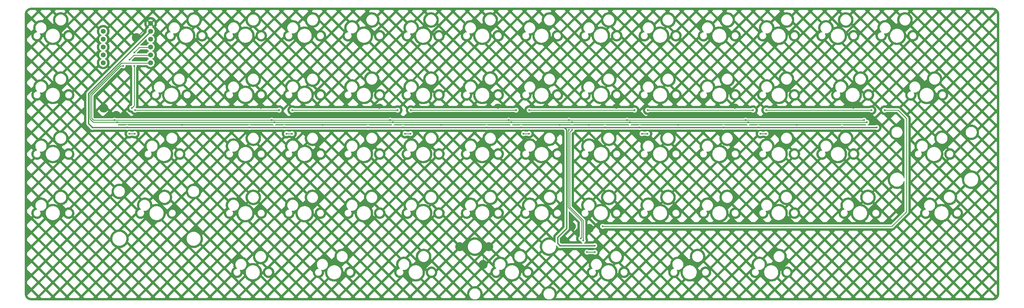
<source format=gbr>
%TF.GenerationSoftware,KiCad,Pcbnew,7.0.1*%
%TF.CreationDate,2023-05-09T15:13:21+09:00*%
%TF.ProjectId,Pherk60,50686572-6b36-4302-9e6b-696361645f70,rev?*%
%TF.SameCoordinates,Original*%
%TF.FileFunction,Copper,L1,Top*%
%TF.FilePolarity,Positive*%
%FSLAX46Y46*%
G04 Gerber Fmt 4.6, Leading zero omitted, Abs format (unit mm)*
G04 Created by KiCad (PCBNEW 7.0.1) date 2023-05-09 15:13:21*
%MOMM*%
%LPD*%
G01*
G04 APERTURE LIST*
%TA.AperFunction,ComponentPad*%
%ADD10C,1.600000*%
%TD*%
%TA.AperFunction,ViaPad*%
%ADD11C,0.600000*%
%TD*%
%TA.AperFunction,Conductor*%
%ADD12C,0.381000*%
%TD*%
%TA.AperFunction,Conductor*%
%ADD13C,0.254000*%
%TD*%
G04 APERTURE END LIST*
D10*
%TO.P,U9,3,PA10_A2_D2*%
%TO.N,unconnected-(U9-PA10_A2_D2-Pad3)*%
X49530000Y-36672500D03*
%TO.P,U9,4,PA11_A3_D3*%
%TO.N,unconnected-(U9-PA11_A3_D3-Pad4)*%
X49530000Y-39212500D03*
%TO.P,U9,5,PA8_A4_D4_SDA*%
%TO.N,unconnected-(U9-PA8_A4_D4_SDA-Pad5)*%
X49530000Y-41752500D03*
%TO.P,U9,6,PA9_A5_D5_SCL*%
%TO.N,unconnected-(U9-PA9_A5_D5_SCL-Pad6)*%
X49530000Y-44292500D03*
%TO.P,U9,7,PB08_A6_D6_TX*%
%TO.N,unconnected-(U9-PB08_A6_D6_TX-Pad7)*%
X49530000Y-46832500D03*
%TO.P,U9,8,PB09_A7_D7_RX*%
%TO.N,LD*%
X64770000Y-46832500D03*
%TO.P,U9,9,PA7_A8_D8_SCK*%
%TO.N,CLK*%
X64770000Y-44292500D03*
%TO.P,U9,10,PA5_A9_D9_MISO*%
%TO.N,DATA*%
X64770000Y-41752500D03*
%TO.P,U9,11,PA6_A10_D10_MOSI*%
%TO.N,unconnected-(U9-PA6_A10_D10_MOSI-Pad11)*%
X64770000Y-39212500D03*
%TO.P,U9,12,3V3*%
%TO.N,+3V3*%
X64770000Y-36672500D03*
%TO.P,U9,13,GND*%
%TO.N,GND*%
X64770000Y-34132500D03*
%TD*%
D11*
%TO.N,+3V3*%
X46044000Y-67638500D03*
X222066000Y-67638500D03*
X210890000Y-67638500D03*
X248990000Y-67638500D03*
X134690000Y-67638500D03*
X287090000Y-67638500D03*
X196412000Y-105738500D03*
X207588000Y-105738500D03*
X145866000Y-67638500D03*
X183966000Y-67638500D03*
X298266000Y-67638500D03*
X57220000Y-67638500D03*
X172790000Y-67638500D03*
X96590000Y-67638500D03*
X260166000Y-67638500D03*
X107766000Y-67638500D03*
%TO.N,Net-(RN2-R4.1)*%
X57931000Y-69648500D03*
X59709000Y-69648500D03*
%TO.N,Net-(RN4-R4.1)*%
X108477000Y-69648500D03*
X110255000Y-69648500D03*
%TO.N,Net-(RN6-R4.1)*%
X146577000Y-69648500D03*
X148355000Y-69648500D03*
%TO.N,Net-(RN8-R4.1)*%
X186455000Y-69648500D03*
X184677000Y-69648500D03*
%TO.N,Net-(RN10-R4.1)*%
X222777000Y-69648500D03*
X224555000Y-69648500D03*
%TO.N,Net-(RN12-R4.1)*%
X260877000Y-69648500D03*
X262655000Y-69648500D03*
%TO.N,Net-(RN16-R2.1)*%
X207640250Y-107823000D03*
X205100250Y-107823000D03*
%TO.N,GND*%
X53721000Y-63754000D03*
X218567000Y-63754000D03*
X138361500Y-61415500D03*
X252661500Y-61415500D03*
X74898250Y-66802000D03*
X206870250Y-106822052D03*
X62230000Y-45816500D03*
X294767000Y-63754000D03*
X205708250Y-66802000D03*
X234410250Y-66802000D03*
X205808500Y-100165500D03*
X49715500Y-61415500D03*
X100261500Y-61415500D03*
X272510250Y-66802000D03*
X200083500Y-99515500D03*
X62230000Y-40736500D03*
X60198000Y-38704500D03*
X180467000Y-63754000D03*
X62230000Y-43022500D03*
X164187000Y-106045000D03*
X104267000Y-63754000D03*
X210380500Y-100815500D03*
X120110250Y-66802000D03*
X214561500Y-61415500D03*
X176461500Y-61415500D03*
X171731000Y-111760000D03*
X256667000Y-63754000D03*
X158210250Y-66802000D03*
X196310250Y-66802000D03*
X290761500Y-61415500D03*
X142367000Y-63754000D03*
X173509000Y-106045000D03*
%TO.N,LD*%
X295079500Y-65965500D03*
X203893500Y-104065500D03*
X218879500Y-65965500D03*
X256979500Y-65965500D03*
X54033500Y-65965500D03*
X142679500Y-65965500D03*
X200307500Y-65965500D03*
X200307500Y-68400500D03*
X104579500Y-65965500D03*
X180779500Y-65965500D03*
%TO.N,CLK*%
X53144500Y-65315500D03*
X199282000Y-65315500D03*
X217990500Y-65315500D03*
X141790500Y-65315500D03*
X256090500Y-65315500D03*
X55959500Y-47803000D03*
X57991500Y-45771000D03*
X179890500Y-65315500D03*
X103690500Y-65315500D03*
X199282000Y-68400500D03*
X203131500Y-103415500D03*
X294190500Y-65315500D03*
%TO.N,DATA*%
X58742500Y-61415500D03*
X59506000Y-47803000D03*
X59506000Y-43485000D03*
%TO.N,Net-(U1-DS)*%
X59758500Y-62065500D03*
X106103500Y-62065500D03*
%TO.N,Net-(U2-DS)*%
X144203500Y-62065500D03*
X110304500Y-62065500D03*
%TO.N,Net-(U3-DS)*%
X148404500Y-62065500D03*
X182303500Y-62065500D03*
%TO.N,Net-(U4-DS)*%
X186504500Y-62065500D03*
X220403500Y-62065500D03*
%TO.N,Net-(U5-DS)*%
X258503500Y-62065500D03*
X224604500Y-62065500D03*
%TO.N,Net-(U6-DS)*%
X262704500Y-62065500D03*
X296603500Y-62065500D03*
%TO.N,Net-(U7-DS)*%
X300804500Y-62065500D03*
X210126500Y-99515500D03*
%TD*%
D12*
%TO.N,+3V3*%
X44774000Y-56762500D02*
X44774000Y-66368500D01*
X207588000Y-105738500D02*
X196412000Y-105738500D01*
X198520000Y-68400500D02*
X197758000Y-67638500D01*
X248990000Y-67638500D02*
X285642000Y-67638500D01*
X46044000Y-67638500D02*
X44774000Y-66368500D01*
X287090000Y-67638500D02*
X298266000Y-67638500D01*
X247542000Y-67638500D02*
X248990000Y-67638500D01*
X197758000Y-67638500D02*
X209442000Y-67638500D01*
X134690000Y-67638500D02*
X171342000Y-67638500D01*
X195650000Y-104976500D02*
X195650000Y-103020500D01*
X172790000Y-67638500D02*
X197758000Y-67638500D01*
X196412000Y-105738500D02*
X195650000Y-104976500D01*
X210890000Y-67638500D02*
X247542000Y-67638500D01*
X44774000Y-56762500D02*
X64770000Y-36766500D01*
X198520000Y-100150500D02*
X198520000Y-68400500D01*
X285642000Y-67638500D02*
X287090000Y-67638500D01*
X171342000Y-67638500D02*
X172790000Y-67638500D01*
X96590000Y-67638500D02*
X133242000Y-67638500D01*
X46044000Y-67638500D02*
X95142000Y-67638500D01*
X209442000Y-67638500D02*
X210890000Y-67638500D01*
X95142000Y-67638500D02*
X96590000Y-67638500D01*
X133242000Y-67638500D02*
X134690000Y-67638500D01*
X195650000Y-103020500D02*
X198520000Y-100150500D01*
D13*
%TO.N,Net-(RN2-R4.1)*%
X57931000Y-69648500D02*
X59709000Y-69648500D01*
%TO.N,Net-(RN4-R4.1)*%
X108477000Y-69648500D02*
X110255000Y-69648500D01*
%TO.N,Net-(RN6-R4.1)*%
X146577000Y-69648500D02*
X148355000Y-69648500D01*
%TO.N,Net-(RN8-R4.1)*%
X184677000Y-69648500D02*
X186455000Y-69648500D01*
%TO.N,Net-(RN10-R4.1)*%
X222777000Y-69648500D02*
X224555000Y-69648500D01*
%TO.N,Net-(RN12-R4.1)*%
X260877000Y-69648500D02*
X262655000Y-69648500D01*
%TO.N,Net-(RN16-R2.1)*%
X205100250Y-107823000D02*
X207640250Y-107823000D01*
%TO.N,GND*%
X169902000Y-111760000D02*
X164187000Y-106045000D01*
X171731000Y-107823000D02*
X173509000Y-106045000D01*
X196310250Y-66802000D02*
X205708250Y-66802000D01*
X171731000Y-111760000D02*
X169902000Y-111760000D01*
X64770000Y-34132500D02*
X60198000Y-38704500D01*
X171731000Y-111760000D02*
X171731000Y-107823000D01*
%TO.N,LD*%
X199282000Y-65965500D02*
X200307500Y-65965500D01*
X180779500Y-65965500D02*
X199282000Y-65965500D01*
X104579500Y-65965500D02*
X133789500Y-65965500D01*
X54033500Y-65965500D02*
X46276000Y-65965500D01*
X200307500Y-65965500D02*
X209989500Y-65965500D01*
X142679500Y-65965500D02*
X171889500Y-65965500D01*
X46276000Y-65965500D02*
X45291500Y-64981000D01*
X295079500Y-65965500D02*
X256979500Y-65965500D01*
X209989500Y-65965500D02*
X218879500Y-65965500D01*
X45291500Y-56976856D02*
X55341856Y-46926500D01*
X95689500Y-65965500D02*
X104579500Y-65965500D01*
X203893500Y-97618500D02*
X199545500Y-93270500D01*
X203893500Y-104065500D02*
X203893500Y-97618500D01*
X199545500Y-93270500D02*
X199545500Y-69162500D01*
X45291500Y-56976856D02*
X45291500Y-64981000D01*
X133789500Y-65965500D02*
X142679500Y-65965500D01*
X55341856Y-46926500D02*
X64770000Y-46926500D01*
X171889500Y-65965500D02*
X180779500Y-65965500D01*
X248089500Y-65965500D02*
X256979500Y-65965500D01*
X199545500Y-69162500D02*
X200307500Y-68400500D01*
X54033500Y-65965500D02*
X95689500Y-65965500D01*
X218879500Y-65965500D02*
X248089500Y-65965500D01*
%TO.N,CLK*%
X45799500Y-57110908D02*
X55107408Y-47803000D01*
X53144500Y-65315500D02*
X97086500Y-65315500D01*
X59376000Y-44386500D02*
X64770000Y-44386500D01*
X141790500Y-65315500D02*
X173286500Y-65315500D01*
X45799500Y-64727000D02*
X45799500Y-57110908D01*
X199037500Y-68645000D02*
X199037501Y-93404553D01*
X103690500Y-65315500D02*
X135186500Y-65315500D01*
X211386500Y-65315500D02*
X217990500Y-65315500D01*
X46388000Y-65315500D02*
X45799500Y-64727000D01*
X199282000Y-65315500D02*
X200307500Y-65315500D01*
X249486500Y-65315500D02*
X256090500Y-65315500D01*
X53144500Y-65315500D02*
X46388000Y-65315500D01*
X203385500Y-97752552D02*
X203385500Y-102526500D01*
X199037501Y-93404553D02*
X203385500Y-97752552D01*
X97086500Y-65315500D02*
X103690500Y-65315500D01*
X256090500Y-65315500D02*
X287586500Y-65315500D01*
X199282000Y-68400500D02*
X199037500Y-68645000D01*
X135186500Y-65315500D02*
X141790500Y-65315500D01*
X55107408Y-47803000D02*
X55959500Y-47803000D01*
X57991500Y-45771000D02*
X59376000Y-44386500D01*
X200307500Y-65315500D02*
X211386500Y-65315500D01*
X203385500Y-102526500D02*
X203385500Y-103161500D01*
X217990500Y-65315500D02*
X249486500Y-65315500D01*
X173286500Y-65315500D02*
X179890500Y-65315500D01*
X287586500Y-65315500D02*
X294190500Y-65315500D01*
X203385500Y-103161500D02*
X203131500Y-103415500D01*
X179890500Y-65315500D02*
X199282000Y-65315500D01*
%TO.N,DATA*%
X64770000Y-41846500D02*
X61144500Y-41846500D01*
X61144500Y-41846500D02*
X59506000Y-43485000D01*
X59506000Y-47803000D02*
X59506000Y-60652000D01*
X59506000Y-60652000D02*
X58742500Y-61415500D01*
%TO.N,Net-(U1-DS)*%
X98102500Y-62065500D02*
X106103500Y-62065500D01*
X59758500Y-62065500D02*
X98102500Y-62065500D01*
%TO.N,Net-(U2-DS)*%
X144203500Y-62065500D02*
X136202500Y-62065500D01*
X110304500Y-62065500D02*
X137814000Y-62065500D01*
%TO.N,Net-(U3-DS)*%
X174302500Y-62065500D02*
X182303500Y-62065500D01*
X148404500Y-62065500D02*
X174302500Y-62065500D01*
%TO.N,Net-(U4-DS)*%
X220403500Y-62065500D02*
X186504500Y-62065500D01*
%TO.N,Net-(U5-DS)*%
X250502500Y-62065500D02*
X258503500Y-62065500D01*
X224604500Y-62065500D02*
X250502500Y-62065500D01*
%TO.N,Net-(U6-DS)*%
X288602500Y-62065500D02*
X296603500Y-62065500D01*
X262704500Y-62065500D02*
X288602500Y-62065500D01*
%TO.N,Net-(U7-DS)*%
X305112500Y-62065500D02*
X300804500Y-62065500D01*
X307813500Y-94831500D02*
X307813500Y-64766500D01*
X210126500Y-99515500D02*
X303129500Y-99515500D01*
X303129500Y-99515500D02*
X307813500Y-94831500D01*
X307813500Y-64766500D02*
X305112500Y-62065500D01*
%TD*%
%TA.AperFunction,Conductor*%
%TO.N,GND*%
G36*
X199373318Y-94646902D02*
G01*
X199422681Y-94677152D01*
X202721681Y-97976152D01*
X202748561Y-98016380D01*
X202758000Y-98063833D01*
X202758000Y-102636245D01*
X202742528Y-102696226D01*
X202699973Y-102741238D01*
X202629239Y-102785683D01*
X202501683Y-102913238D01*
X202414117Y-103052600D01*
X202405711Y-103065978D01*
X202361169Y-103193272D01*
X202346131Y-103236248D01*
X202325934Y-103415500D01*
X202346131Y-103594751D01*
X202346131Y-103594753D01*
X202346132Y-103594755D01*
X202405711Y-103765022D01*
X202453233Y-103840652D01*
X202501685Y-103917764D01*
X202629235Y-104045314D01*
X202629237Y-104045315D01*
X202629238Y-104045316D01*
X202781978Y-104141289D01*
X202952245Y-104200868D01*
X203021121Y-104208628D01*
X203084547Y-104234899D01*
X203124275Y-104290891D01*
X203163788Y-104403810D01*
X203167711Y-104415022D01*
X203263685Y-104567764D01*
X203391235Y-104695314D01*
X203391237Y-104695315D01*
X203391238Y-104695316D01*
X203533275Y-104784564D01*
X203543980Y-104791290D01*
X203587330Y-104806459D01*
X203643322Y-104846187D01*
X203669595Y-104909617D01*
X203658095Y-104977302D01*
X203612347Y-105028494D01*
X203546375Y-105047500D01*
X196852612Y-105047500D01*
X196786640Y-105028494D01*
X196761519Y-105012709D01*
X196637346Y-104969259D01*
X196590620Y-104939899D01*
X196377319Y-104726597D01*
X196350439Y-104686369D01*
X196341000Y-104638916D01*
X196341000Y-103777163D01*
X199388938Y-103777163D01*
X199398344Y-103824450D01*
X199432051Y-103874895D01*
X199856656Y-104299500D01*
X201858141Y-104299500D01*
X201734955Y-104103450D01*
X201722907Y-104078433D01*
X201616886Y-103775442D01*
X201610708Y-103748371D01*
X201574766Y-103429384D01*
X201574766Y-103401616D01*
X201610708Y-103082629D01*
X201616886Y-103055558D01*
X201722907Y-102752567D01*
X201734955Y-102727551D01*
X201768956Y-102673437D01*
X201201231Y-102105712D01*
X201150789Y-102072008D01*
X201103500Y-102062601D01*
X201056211Y-102072008D01*
X201005769Y-102105712D01*
X199432051Y-103679431D01*
X199398344Y-103729876D01*
X199388938Y-103777163D01*
X196341000Y-103777163D01*
X196341000Y-103358084D01*
X196350439Y-103310631D01*
X196377319Y-103270403D01*
X196809171Y-102838551D01*
X197073526Y-102574196D01*
X198131352Y-102574196D01*
X198707671Y-103150515D01*
X198758116Y-103184222D01*
X198805403Y-103193628D01*
X198852690Y-103184222D01*
X198903135Y-103150515D01*
X200476854Y-101576797D01*
X200510558Y-101526355D01*
X200519965Y-101479066D01*
X200510558Y-101431777D01*
X200476854Y-101381335D01*
X200053700Y-100958181D01*
X199843336Y-100939777D01*
X199822049Y-100936024D01*
X199748134Y-100916218D01*
X199679578Y-101003717D01*
X199613575Y-101099348D01*
X199593748Y-101121729D01*
X199506758Y-101198790D01*
X198131352Y-102574196D01*
X197073526Y-102574196D01*
X198991209Y-100656510D01*
X198996628Y-100651408D01*
X199041020Y-100612083D01*
X199074714Y-100563265D01*
X199079108Y-100557293D01*
X199115688Y-100510605D01*
X199119723Y-100501637D01*
X199130751Y-100482084D01*
X199136344Y-100473982D01*
X199157368Y-100418545D01*
X199160218Y-100411661D01*
X199184557Y-100357585D01*
X199186332Y-100347898D01*
X199192355Y-100326290D01*
X199195848Y-100317082D01*
X199202994Y-100258225D01*
X199204119Y-100250836D01*
X199214805Y-100192530D01*
X199211226Y-100133361D01*
X199211000Y-100125874D01*
X199211000Y-98110901D01*
X200404386Y-98110901D01*
X200567339Y-98154565D01*
X200587650Y-98161958D01*
X200796313Y-98259259D01*
X200815031Y-98270066D01*
X201003627Y-98402122D01*
X201020185Y-98416016D01*
X201182984Y-98578815D01*
X201196878Y-98595373D01*
X201328934Y-98783970D01*
X201339741Y-98802688D01*
X201437042Y-99011350D01*
X201444435Y-99031661D01*
X201504024Y-99254049D01*
X201507777Y-99275336D01*
X201527843Y-99504693D01*
X201527843Y-99526307D01*
X201507777Y-99755664D01*
X201504024Y-99776951D01*
X201444435Y-99999339D01*
X201437042Y-100019650D01*
X201339741Y-100228313D01*
X201328934Y-100247031D01*
X201196878Y-100435627D01*
X201182984Y-100452185D01*
X201020185Y-100614984D01*
X201003627Y-100628878D01*
X200873408Y-100720058D01*
X201005768Y-100852418D01*
X201056213Y-100886125D01*
X201103500Y-100895531D01*
X201150787Y-100886125D01*
X201201232Y-100852418D01*
X202010000Y-100043652D01*
X202010000Y-98322301D01*
X201189134Y-97501435D01*
X201150789Y-97475814D01*
X201103500Y-97466407D01*
X201056211Y-97475814D01*
X201005769Y-97509518D01*
X200404386Y-98110901D01*
X199211000Y-98110901D01*
X199211000Y-94764833D01*
X199224515Y-94708538D01*
X199262115Y-94664515D01*
X199315602Y-94642360D01*
X199373318Y-94646902D01*
G37*
%TD.AperFunction*%
%TA.AperFunction,Conductor*%
G36*
X260147436Y-66608472D02*
G01*
X260166000Y-66626022D01*
X260184564Y-66608472D01*
X260244545Y-66593000D01*
X287011455Y-66593000D01*
X287071436Y-66608472D01*
X287090000Y-66626022D01*
X287108564Y-66608472D01*
X287168545Y-66593000D01*
X294537828Y-66593000D01*
X294603799Y-66612005D01*
X294709040Y-66678133D01*
X294729980Y-66691290D01*
X294773330Y-66706459D01*
X294829322Y-66746187D01*
X294855595Y-66809617D01*
X294844095Y-66877302D01*
X294798347Y-66928494D01*
X294732375Y-66947500D01*
X287530612Y-66947500D01*
X287464640Y-66928494D01*
X287439522Y-66912711D01*
X287269255Y-66853132D01*
X287269253Y-66853131D01*
X287269251Y-66853131D01*
X287154661Y-66840220D01*
X287096790Y-66818129D01*
X287090000Y-66810088D01*
X287083210Y-66818129D01*
X287025339Y-66840220D01*
X286910748Y-66853131D01*
X286910745Y-66853131D01*
X286910745Y-66853132D01*
X286740478Y-66912711D01*
X286740476Y-66912711D01*
X286740476Y-66912712D01*
X286715360Y-66928494D01*
X286649388Y-66947500D01*
X285683796Y-66947500D01*
X260606612Y-66947500D01*
X260540640Y-66928494D01*
X260515522Y-66912711D01*
X260345255Y-66853132D01*
X260345253Y-66853131D01*
X260345251Y-66853131D01*
X260230661Y-66840220D01*
X260172790Y-66818129D01*
X260166000Y-66810088D01*
X260159210Y-66818129D01*
X260101339Y-66840220D01*
X259986748Y-66853131D01*
X259986745Y-66853131D01*
X259986745Y-66853132D01*
X259816478Y-66912711D01*
X259816476Y-66912711D01*
X259816476Y-66912712D01*
X259791360Y-66928494D01*
X259725388Y-66947500D01*
X257326625Y-66947500D01*
X257260653Y-66928494D01*
X257214905Y-66877302D01*
X257203405Y-66809617D01*
X257229678Y-66746187D01*
X257285670Y-66706459D01*
X257325561Y-66692500D01*
X257329022Y-66691289D01*
X257455200Y-66612005D01*
X257521172Y-66593000D01*
X260087455Y-66593000D01*
X260147436Y-66608472D01*
G37*
%TD.AperFunction*%
%TA.AperFunction,Conductor*%
G36*
X222047436Y-66608472D02*
G01*
X222066000Y-66626022D01*
X222084564Y-66608472D01*
X222144545Y-66593000D01*
X248010228Y-66593000D01*
X248128976Y-66593000D01*
X248911455Y-66593000D01*
X248971436Y-66608472D01*
X248990000Y-66626022D01*
X249008564Y-66608472D01*
X249068545Y-66593000D01*
X256437828Y-66593000D01*
X256503799Y-66612005D01*
X256609040Y-66678133D01*
X256629980Y-66691290D01*
X256673330Y-66706459D01*
X256729322Y-66746187D01*
X256755595Y-66809617D01*
X256744095Y-66877302D01*
X256698347Y-66928494D01*
X256632375Y-66947500D01*
X249430612Y-66947500D01*
X249364640Y-66928494D01*
X249339522Y-66912711D01*
X249169255Y-66853132D01*
X249169253Y-66853131D01*
X249169251Y-66853131D01*
X249054661Y-66840220D01*
X248996790Y-66818129D01*
X248990000Y-66810088D01*
X248983210Y-66818129D01*
X248925339Y-66840220D01*
X248810748Y-66853131D01*
X248810745Y-66853131D01*
X248810745Y-66853132D01*
X248640478Y-66912711D01*
X248640476Y-66912711D01*
X248640476Y-66912712D01*
X248615360Y-66928494D01*
X248549388Y-66947500D01*
X247583796Y-66947500D01*
X222506612Y-66947500D01*
X222440640Y-66928494D01*
X222415522Y-66912711D01*
X222245255Y-66853132D01*
X222245253Y-66853131D01*
X222245251Y-66853131D01*
X222130661Y-66840220D01*
X222072790Y-66818129D01*
X222066000Y-66810088D01*
X222059210Y-66818129D01*
X222001339Y-66840220D01*
X221886748Y-66853131D01*
X221886745Y-66853131D01*
X221886745Y-66853132D01*
X221716478Y-66912711D01*
X221716476Y-66912711D01*
X221716476Y-66912712D01*
X221691360Y-66928494D01*
X221625388Y-66947500D01*
X219226625Y-66947500D01*
X219160653Y-66928494D01*
X219114905Y-66877302D01*
X219103405Y-66809617D01*
X219129678Y-66746187D01*
X219185670Y-66706459D01*
X219225561Y-66692500D01*
X219229022Y-66691289D01*
X219355200Y-66612005D01*
X219421172Y-66593000D01*
X221987455Y-66593000D01*
X222047436Y-66608472D01*
G37*
%TD.AperFunction*%
%TA.AperFunction,Conductor*%
G36*
X210871436Y-66608472D02*
G01*
X210890000Y-66626022D01*
X210908564Y-66608472D01*
X210968545Y-66593000D01*
X218337828Y-66593000D01*
X218403799Y-66612005D01*
X218509040Y-66678133D01*
X218529980Y-66691290D01*
X218573330Y-66706459D01*
X218629322Y-66746187D01*
X218655595Y-66809617D01*
X218644095Y-66877302D01*
X218598347Y-66928494D01*
X218532375Y-66947500D01*
X211330612Y-66947500D01*
X211264640Y-66928494D01*
X211239522Y-66912711D01*
X211069255Y-66853132D01*
X211069253Y-66853131D01*
X211069251Y-66853131D01*
X210954661Y-66840220D01*
X210896790Y-66818129D01*
X210890000Y-66810088D01*
X210883210Y-66818129D01*
X210825339Y-66840220D01*
X210710748Y-66853131D01*
X210710745Y-66853131D01*
X210710745Y-66853132D01*
X210540478Y-66912711D01*
X210540476Y-66912711D01*
X210540476Y-66912712D01*
X210515360Y-66928494D01*
X210449388Y-66947500D01*
X209483796Y-66947500D01*
X200654625Y-66947500D01*
X200588653Y-66928494D01*
X200542905Y-66877302D01*
X200531405Y-66809617D01*
X200557678Y-66746187D01*
X200613670Y-66706459D01*
X200653561Y-66692500D01*
X200657022Y-66691289D01*
X200783200Y-66612005D01*
X200849172Y-66593000D01*
X209910228Y-66593000D01*
X210028976Y-66593000D01*
X210811455Y-66593000D01*
X210871436Y-66608472D01*
G37*
%TD.AperFunction*%
%TA.AperFunction,Conductor*%
G36*
X183947436Y-66608472D02*
G01*
X183966000Y-66626022D01*
X183984564Y-66608472D01*
X184044545Y-66593000D01*
X199202728Y-66593000D01*
X199321476Y-66593000D01*
X199765828Y-66593000D01*
X199831799Y-66612005D01*
X199937040Y-66678133D01*
X199957980Y-66691290D01*
X200001330Y-66706459D01*
X200057322Y-66746187D01*
X200083595Y-66809617D01*
X200072095Y-66877302D01*
X200026347Y-66928494D01*
X199960375Y-66947500D01*
X197832060Y-66947500D01*
X197809708Y-66945469D01*
X197800028Y-66943695D01*
X197740861Y-66947274D01*
X197733374Y-66947500D01*
X184406612Y-66947500D01*
X184340640Y-66928494D01*
X184315522Y-66912711D01*
X184145255Y-66853132D01*
X184145253Y-66853131D01*
X184145251Y-66853131D01*
X184030661Y-66840220D01*
X183972790Y-66818129D01*
X183966000Y-66810088D01*
X183959210Y-66818129D01*
X183901339Y-66840220D01*
X183786748Y-66853131D01*
X183786745Y-66853131D01*
X183786745Y-66853132D01*
X183616478Y-66912711D01*
X183616476Y-66912711D01*
X183616476Y-66912712D01*
X183591360Y-66928494D01*
X183525388Y-66947500D01*
X181126625Y-66947500D01*
X181060653Y-66928494D01*
X181014905Y-66877302D01*
X181003405Y-66809617D01*
X181029678Y-66746187D01*
X181085670Y-66706459D01*
X181125561Y-66692500D01*
X181129022Y-66691289D01*
X181255200Y-66612005D01*
X181321172Y-66593000D01*
X183887455Y-66593000D01*
X183947436Y-66608472D01*
G37*
%TD.AperFunction*%
%TA.AperFunction,Conductor*%
G36*
X145847436Y-66608472D02*
G01*
X145866000Y-66626022D01*
X145884564Y-66608472D01*
X145944545Y-66593000D01*
X171810228Y-66593000D01*
X171928976Y-66593000D01*
X172711455Y-66593000D01*
X172771436Y-66608472D01*
X172790000Y-66626022D01*
X172808564Y-66608472D01*
X172868545Y-66593000D01*
X180237828Y-66593000D01*
X180303799Y-66612005D01*
X180409040Y-66678133D01*
X180429980Y-66691290D01*
X180473330Y-66706459D01*
X180529322Y-66746187D01*
X180555595Y-66809617D01*
X180544095Y-66877302D01*
X180498347Y-66928494D01*
X180432375Y-66947500D01*
X173230612Y-66947500D01*
X173164640Y-66928494D01*
X173139522Y-66912711D01*
X172969255Y-66853132D01*
X172969253Y-66853131D01*
X172969251Y-66853131D01*
X172854661Y-66840220D01*
X172796790Y-66818129D01*
X172790000Y-66810088D01*
X172783210Y-66818129D01*
X172725339Y-66840220D01*
X172610748Y-66853131D01*
X172610745Y-66853131D01*
X172610745Y-66853132D01*
X172440478Y-66912711D01*
X172440476Y-66912711D01*
X172440476Y-66912712D01*
X172415360Y-66928494D01*
X172349388Y-66947500D01*
X171383796Y-66947500D01*
X146306612Y-66947500D01*
X146240640Y-66928494D01*
X146215522Y-66912711D01*
X146045255Y-66853132D01*
X146045253Y-66853131D01*
X146045251Y-66853131D01*
X145930661Y-66840220D01*
X145872790Y-66818129D01*
X145866000Y-66810088D01*
X145859210Y-66818129D01*
X145801339Y-66840220D01*
X145686748Y-66853131D01*
X145686745Y-66853131D01*
X145686745Y-66853132D01*
X145516478Y-66912711D01*
X145516476Y-66912711D01*
X145516476Y-66912712D01*
X145491360Y-66928494D01*
X145425388Y-66947500D01*
X143026625Y-66947500D01*
X142960653Y-66928494D01*
X142914905Y-66877302D01*
X142903405Y-66809617D01*
X142929678Y-66746187D01*
X142985670Y-66706459D01*
X143025561Y-66692500D01*
X143029022Y-66691289D01*
X143155200Y-66612005D01*
X143221172Y-66593000D01*
X145787455Y-66593000D01*
X145847436Y-66608472D01*
G37*
%TD.AperFunction*%
%TA.AperFunction,Conductor*%
G36*
X107747436Y-66608472D02*
G01*
X107766000Y-66626022D01*
X107784564Y-66608472D01*
X107844545Y-66593000D01*
X133710228Y-66593000D01*
X133828976Y-66593000D01*
X134611455Y-66593000D01*
X134671436Y-66608472D01*
X134690000Y-66626022D01*
X134708564Y-66608472D01*
X134768545Y-66593000D01*
X142137828Y-66593000D01*
X142203799Y-66612005D01*
X142309040Y-66678133D01*
X142329980Y-66691290D01*
X142373330Y-66706459D01*
X142429322Y-66746187D01*
X142455595Y-66809617D01*
X142444095Y-66877302D01*
X142398347Y-66928494D01*
X142332375Y-66947500D01*
X135130612Y-66947500D01*
X135064640Y-66928494D01*
X135039522Y-66912711D01*
X134869255Y-66853132D01*
X134869253Y-66853131D01*
X134869251Y-66853131D01*
X134754661Y-66840220D01*
X134696790Y-66818129D01*
X134690000Y-66810088D01*
X134683210Y-66818129D01*
X134625339Y-66840220D01*
X134510748Y-66853131D01*
X134510745Y-66853131D01*
X134510745Y-66853132D01*
X134340478Y-66912711D01*
X134340476Y-66912711D01*
X134340476Y-66912712D01*
X134315360Y-66928494D01*
X134249388Y-66947500D01*
X133283796Y-66947500D01*
X108206612Y-66947500D01*
X108140640Y-66928494D01*
X108115522Y-66912711D01*
X107945255Y-66853132D01*
X107945253Y-66853131D01*
X107945251Y-66853131D01*
X107830661Y-66840220D01*
X107772790Y-66818129D01*
X107766000Y-66810088D01*
X107759210Y-66818129D01*
X107701339Y-66840220D01*
X107586748Y-66853131D01*
X107586745Y-66853131D01*
X107586745Y-66853132D01*
X107416478Y-66912711D01*
X107416476Y-66912711D01*
X107416476Y-66912712D01*
X107391360Y-66928494D01*
X107325388Y-66947500D01*
X104926625Y-66947500D01*
X104860653Y-66928494D01*
X104814905Y-66877302D01*
X104803405Y-66809617D01*
X104829678Y-66746187D01*
X104885670Y-66706459D01*
X104925561Y-66692500D01*
X104929022Y-66691289D01*
X105055200Y-66612005D01*
X105121172Y-66593000D01*
X107687455Y-66593000D01*
X107747436Y-66608472D01*
G37*
%TD.AperFunction*%
%TA.AperFunction,Conductor*%
G36*
X57201436Y-66608472D02*
G01*
X57220000Y-66626022D01*
X57238564Y-66608472D01*
X57298545Y-66593000D01*
X95610228Y-66593000D01*
X95728976Y-66593000D01*
X96511455Y-66593000D01*
X96571436Y-66608472D01*
X96590000Y-66626022D01*
X96608564Y-66608472D01*
X96668545Y-66593000D01*
X104037828Y-66593000D01*
X104103799Y-66612005D01*
X104209040Y-66678133D01*
X104229980Y-66691290D01*
X104273330Y-66706459D01*
X104329322Y-66746187D01*
X104355595Y-66809617D01*
X104344095Y-66877302D01*
X104298347Y-66928494D01*
X104232375Y-66947500D01*
X97030612Y-66947500D01*
X96964640Y-66928494D01*
X96939522Y-66912711D01*
X96769255Y-66853132D01*
X96769253Y-66853131D01*
X96769251Y-66853131D01*
X96654661Y-66840220D01*
X96596790Y-66818129D01*
X96590000Y-66810088D01*
X96583210Y-66818129D01*
X96525339Y-66840220D01*
X96410748Y-66853131D01*
X96410745Y-66853131D01*
X96410745Y-66853132D01*
X96240478Y-66912711D01*
X96240476Y-66912711D01*
X96240476Y-66912712D01*
X96215360Y-66928494D01*
X96149388Y-66947500D01*
X95183796Y-66947500D01*
X57660612Y-66947500D01*
X57594640Y-66928494D01*
X57569522Y-66912711D01*
X57399255Y-66853132D01*
X57399253Y-66853131D01*
X57399251Y-66853131D01*
X57284661Y-66840220D01*
X57226790Y-66818129D01*
X57220000Y-66810088D01*
X57213210Y-66818129D01*
X57155339Y-66840220D01*
X57040748Y-66853131D01*
X57040745Y-66853131D01*
X57040745Y-66853132D01*
X56870478Y-66912711D01*
X56870476Y-66912711D01*
X56870476Y-66912712D01*
X56845360Y-66928494D01*
X56779388Y-66947500D01*
X54380625Y-66947500D01*
X54314653Y-66928494D01*
X54268905Y-66877302D01*
X54257405Y-66809617D01*
X54283678Y-66746187D01*
X54339670Y-66706459D01*
X54379561Y-66692500D01*
X54383022Y-66691289D01*
X54509200Y-66612005D01*
X54575172Y-66593000D01*
X57141455Y-66593000D01*
X57201436Y-66608472D01*
G37*
%TD.AperFunction*%
%TA.AperFunction,Conductor*%
G36*
X63680288Y-45028011D02*
G01*
X63724606Y-45066877D01*
X63769953Y-45131640D01*
X63930859Y-45292546D01*
X63956972Y-45310830D01*
X64117266Y-45423068D01*
X64175273Y-45450117D01*
X64227449Y-45495873D01*
X64246869Y-45562497D01*
X64227451Y-45629122D01*
X64175276Y-45674880D01*
X64117266Y-45701931D01*
X63930859Y-45832453D01*
X63769953Y-45993359D01*
X63639431Y-46179766D01*
X63617218Y-46227404D01*
X63571461Y-46279580D01*
X63504836Y-46299000D01*
X58829505Y-46299000D01*
X58766511Y-46281807D01*
X58720985Y-46234995D01*
X58705553Y-46171547D01*
X58716604Y-46135084D01*
X58712674Y-46133709D01*
X58717287Y-46120524D01*
X58717289Y-46120522D01*
X58776868Y-45950255D01*
X58781813Y-45906357D01*
X58793313Y-45866445D01*
X58817349Y-45832568D01*
X59599599Y-45050319D01*
X59639828Y-45023439D01*
X59687281Y-45014000D01*
X63623031Y-45014000D01*
X63680288Y-45028011D01*
G37*
%TD.AperFunction*%
%TA.AperFunction,Conductor*%
G36*
X63680288Y-42488011D02*
G01*
X63724606Y-42526877D01*
X63769953Y-42591640D01*
X63930859Y-42752546D01*
X63956972Y-42770830D01*
X64117266Y-42883068D01*
X64175275Y-42910118D01*
X64227450Y-42955875D01*
X64246869Y-43022500D01*
X64227450Y-43089125D01*
X64175275Y-43134882D01*
X64117263Y-43161933D01*
X63930859Y-43292453D01*
X63769953Y-43453359D01*
X63639431Y-43639766D01*
X63617218Y-43687404D01*
X63571461Y-43739580D01*
X63504836Y-43759000D01*
X60419448Y-43759000D01*
X60353474Y-43739993D01*
X60307726Y-43688797D01*
X60296228Y-43621113D01*
X60296314Y-43620348D01*
X60307814Y-43580441D01*
X60331849Y-43546568D01*
X61368099Y-42510319D01*
X61408328Y-42483439D01*
X61455781Y-42474000D01*
X63623031Y-42474000D01*
X63680288Y-42488011D01*
G37*
%TD.AperFunction*%
%TA.AperFunction,Conductor*%
G36*
X63393451Y-39221519D02*
G01*
X63449417Y-39262554D01*
X63474569Y-39327233D01*
X63484364Y-39439189D01*
X63543261Y-39658997D01*
X63639432Y-39865235D01*
X63769953Y-40051640D01*
X63930859Y-40212546D01*
X64081922Y-40318320D01*
X64117266Y-40343068D01*
X64175275Y-40370118D01*
X64227450Y-40415875D01*
X64246869Y-40482500D01*
X64227450Y-40549125D01*
X64175275Y-40594882D01*
X64117263Y-40621933D01*
X63930859Y-40752453D01*
X63769953Y-40913359D01*
X63639431Y-41099766D01*
X63617218Y-41147404D01*
X63571461Y-41199580D01*
X63504836Y-41219000D01*
X61594084Y-41219000D01*
X61537789Y-41205485D01*
X61493766Y-41167885D01*
X61471611Y-41114398D01*
X61476153Y-41056682D01*
X61506403Y-41007319D01*
X61937263Y-40576459D01*
X63263362Y-39250358D01*
X63324202Y-39216980D01*
X63393451Y-39221519D01*
G37*
%TD.AperFunction*%
%TA.AperFunction,Conductor*%
G36*
X335641542Y-29075764D02*
G01*
X335721086Y-29080978D01*
X335721267Y-29080991D01*
X335899087Y-29093709D01*
X335914404Y-29095772D01*
X336025878Y-29117945D01*
X336027937Y-29118374D01*
X336167740Y-29148786D01*
X336181203Y-29152522D01*
X336295225Y-29191228D01*
X336298574Y-29192420D01*
X336426308Y-29240062D01*
X336437800Y-29245024D01*
X336548187Y-29299461D01*
X336552687Y-29301798D01*
X336669978Y-29365844D01*
X336679442Y-29371574D01*
X336782769Y-29440615D01*
X336788188Y-29444450D01*
X336894227Y-29523830D01*
X336901645Y-29529844D01*
X336995476Y-29612131D01*
X337001398Y-29617678D01*
X337094820Y-29711100D01*
X337100367Y-29717022D01*
X337182650Y-29810848D01*
X337188673Y-29818278D01*
X337226191Y-29868396D01*
X337268048Y-29924310D01*
X337271883Y-29929729D01*
X337340924Y-30033056D01*
X337346654Y-30042520D01*
X337410683Y-30159779D01*
X337413064Y-30164363D01*
X337467469Y-30274687D01*
X337472438Y-30286196D01*
X337520056Y-30413863D01*
X337521293Y-30417338D01*
X337559970Y-30531276D01*
X337563717Y-30544777D01*
X337594113Y-30684508D01*
X337594564Y-30686675D01*
X337616724Y-30798080D01*
X337618791Y-30813425D01*
X337631495Y-30991046D01*
X337631545Y-30991781D01*
X337636734Y-31070942D01*
X337637000Y-31079053D01*
X337637000Y-121320947D01*
X337636734Y-121329058D01*
X337631545Y-121408217D01*
X337631495Y-121408952D01*
X337618791Y-121586573D01*
X337616724Y-121601918D01*
X337594564Y-121713323D01*
X337594113Y-121715490D01*
X337563717Y-121855221D01*
X337559970Y-121868722D01*
X337521293Y-121982660D01*
X337520056Y-121986135D01*
X337472438Y-122113802D01*
X337467469Y-122125311D01*
X337413064Y-122235635D01*
X337410683Y-122240219D01*
X337346654Y-122357478D01*
X337340924Y-122366942D01*
X337271883Y-122470269D01*
X337268048Y-122475688D01*
X337188681Y-122581711D01*
X337182642Y-122589160D01*
X337100367Y-122682976D01*
X337094820Y-122688898D01*
X337001398Y-122782320D01*
X336995476Y-122787867D01*
X336901660Y-122870142D01*
X336894211Y-122876181D01*
X336788188Y-122955548D01*
X336782769Y-122959383D01*
X336679442Y-123028424D01*
X336669978Y-123034154D01*
X336552719Y-123098183D01*
X336548135Y-123100564D01*
X336437811Y-123154969D01*
X336426302Y-123159938D01*
X336298635Y-123207556D01*
X336295160Y-123208793D01*
X336181222Y-123247470D01*
X336167721Y-123251217D01*
X336027990Y-123281613D01*
X336025823Y-123282064D01*
X335914418Y-123304224D01*
X335899073Y-123306291D01*
X335721452Y-123318995D01*
X335720717Y-123319045D01*
X335641558Y-123324234D01*
X335633447Y-123324500D01*
X26316553Y-123324500D01*
X26308442Y-123324234D01*
X26229281Y-123319045D01*
X26228546Y-123318995D01*
X26050925Y-123306291D01*
X26035580Y-123304224D01*
X25924175Y-123282064D01*
X25922008Y-123281613D01*
X25782277Y-123251217D01*
X25768776Y-123247470D01*
X25654838Y-123208793D01*
X25651363Y-123207556D01*
X25523696Y-123159938D01*
X25512187Y-123154969D01*
X25447447Y-123123043D01*
X25401848Y-123100556D01*
X25397279Y-123098183D01*
X25280020Y-123034154D01*
X25270556Y-123028424D01*
X25167229Y-122959383D01*
X25161810Y-122955548D01*
X25105896Y-122913691D01*
X25055778Y-122876173D01*
X25048348Y-122870150D01*
X24954522Y-122787867D01*
X24948600Y-122782320D01*
X24855178Y-122688898D01*
X24849631Y-122682976D01*
X24817950Y-122646851D01*
X24767344Y-122589145D01*
X24761330Y-122581727D01*
X24681950Y-122475688D01*
X24678115Y-122470269D01*
X24609074Y-122366942D01*
X24603344Y-122357478D01*
X24597473Y-122346726D01*
X24539298Y-122240187D01*
X24536961Y-122235687D01*
X24482524Y-122125300D01*
X24477560Y-122113802D01*
X24429920Y-121986074D01*
X24428728Y-121982725D01*
X24390022Y-121868703D01*
X24386286Y-121855240D01*
X24355874Y-121715437D01*
X24355490Y-121713593D01*
X25127289Y-121713593D01*
X25134023Y-121733428D01*
X25167360Y-121822807D01*
X25202048Y-121893149D01*
X25246492Y-121974541D01*
X25290770Y-122040808D01*
X25345653Y-122114124D01*
X25398545Y-122174435D01*
X25463061Y-122238951D01*
X25523372Y-122291843D01*
X25596688Y-122346726D01*
X25662955Y-122391004D01*
X25744347Y-122435448D01*
X25814689Y-122470136D01*
X25904068Y-122503473D01*
X25975778Y-122527816D01*
X26075598Y-122549530D01*
X26143218Y-122562981D01*
X26280144Y-122572774D01*
X26336973Y-122576500D01*
X27802747Y-122576500D01*
X28119575Y-122259671D01*
X28153281Y-122209227D01*
X28162687Y-122161940D01*
X29329757Y-122161940D01*
X29339163Y-122209227D01*
X29372869Y-122259670D01*
X29689699Y-122576500D01*
X32398941Y-122576500D01*
X32715769Y-122259671D01*
X32749475Y-122209227D01*
X32758881Y-122161940D01*
X33925951Y-122161940D01*
X33935357Y-122209227D01*
X33969063Y-122259670D01*
X34285893Y-122576500D01*
X36995135Y-122576500D01*
X37311963Y-122259671D01*
X37345669Y-122209227D01*
X37355075Y-122161940D01*
X38522146Y-122161940D01*
X38531552Y-122209227D01*
X38565258Y-122259671D01*
X38882087Y-122576500D01*
X41591329Y-122576500D01*
X41908157Y-122259671D01*
X41941863Y-122209227D01*
X41951269Y-122161939D01*
X43118340Y-122161939D01*
X43127746Y-122209227D01*
X43161452Y-122259671D01*
X43478281Y-122576500D01*
X46187523Y-122576500D01*
X46504351Y-122259671D01*
X46538057Y-122209227D01*
X46547463Y-122161939D01*
X47714534Y-122161939D01*
X47723940Y-122209227D01*
X47757646Y-122259671D01*
X48074475Y-122576500D01*
X50783717Y-122576500D01*
X51100545Y-122259671D01*
X51134251Y-122209227D01*
X51143657Y-122161939D01*
X52310728Y-122161939D01*
X52320134Y-122209227D01*
X52353840Y-122259671D01*
X52670669Y-122576500D01*
X55379911Y-122576500D01*
X55696739Y-122259671D01*
X55730445Y-122209227D01*
X55739851Y-122161940D01*
X56906922Y-122161940D01*
X56916328Y-122209227D01*
X56950034Y-122259671D01*
X57266863Y-122576500D01*
X59976105Y-122576500D01*
X60292934Y-122259670D01*
X60326640Y-122209227D01*
X60336046Y-122161940D01*
X61503116Y-122161940D01*
X61512522Y-122209227D01*
X61546228Y-122259671D01*
X61863057Y-122576500D01*
X64572299Y-122576500D01*
X64889128Y-122259670D01*
X64922834Y-122209227D01*
X64932240Y-122161940D01*
X66099310Y-122161940D01*
X66108716Y-122209227D01*
X66142422Y-122259671D01*
X66459251Y-122576500D01*
X69168493Y-122576500D01*
X69485322Y-122259670D01*
X69519028Y-122209227D01*
X69528434Y-122161940D01*
X70695504Y-122161940D01*
X70704910Y-122209227D01*
X70738616Y-122259671D01*
X71055445Y-122576500D01*
X73764687Y-122576500D01*
X74081516Y-122259670D01*
X74115222Y-122209227D01*
X74124628Y-122161940D01*
X75291698Y-122161940D01*
X75301104Y-122209227D01*
X75334810Y-122259670D01*
X75651640Y-122576500D01*
X78360881Y-122576500D01*
X78677710Y-122259670D01*
X78711416Y-122209227D01*
X78720822Y-122161940D01*
X79887892Y-122161940D01*
X79897298Y-122209227D01*
X79931004Y-122259670D01*
X80247834Y-122576500D01*
X82957076Y-122576500D01*
X83273904Y-122259671D01*
X83307610Y-122209227D01*
X83317016Y-122161940D01*
X84484086Y-122161940D01*
X84493492Y-122209227D01*
X84527198Y-122259670D01*
X84844028Y-122576500D01*
X87553270Y-122576500D01*
X87870098Y-122259671D01*
X87903804Y-122209227D01*
X87913210Y-122161940D01*
X89080280Y-122161940D01*
X89089686Y-122209227D01*
X89123392Y-122259670D01*
X89440222Y-122576500D01*
X92149464Y-122576500D01*
X92466292Y-122259671D01*
X92499998Y-122209227D01*
X92509404Y-122161940D01*
X93676474Y-122161940D01*
X93685880Y-122209227D01*
X93719586Y-122259670D01*
X94036416Y-122576500D01*
X96745658Y-122576500D01*
X97062486Y-122259671D01*
X97096192Y-122209227D01*
X97105598Y-122161939D01*
X98272669Y-122161939D01*
X98282075Y-122209227D01*
X98315781Y-122259671D01*
X98632610Y-122576500D01*
X101341852Y-122576500D01*
X101658680Y-122259671D01*
X101692386Y-122209227D01*
X101701792Y-122161939D01*
X102868863Y-122161939D01*
X102878269Y-122209227D01*
X102911975Y-122259671D01*
X103228804Y-122576500D01*
X105938046Y-122576500D01*
X106254874Y-122259671D01*
X106288580Y-122209227D01*
X106297986Y-122161939D01*
X107465057Y-122161939D01*
X107474463Y-122209227D01*
X107508169Y-122259671D01*
X107824998Y-122576500D01*
X110534240Y-122576500D01*
X110851068Y-122259671D01*
X110884774Y-122209227D01*
X110894180Y-122161939D01*
X112061251Y-122161939D01*
X112070657Y-122209227D01*
X112104363Y-122259671D01*
X112421192Y-122576500D01*
X115130434Y-122576500D01*
X115447262Y-122259671D01*
X115480968Y-122209227D01*
X115490374Y-122161940D01*
X116657445Y-122161940D01*
X116666851Y-122209227D01*
X116700557Y-122259671D01*
X117017386Y-122576500D01*
X119726628Y-122576500D01*
X120043457Y-122259670D01*
X120077163Y-122209227D01*
X120086569Y-122161940D01*
X121253639Y-122161940D01*
X121263045Y-122209227D01*
X121296751Y-122259671D01*
X121613580Y-122576500D01*
X124322822Y-122576500D01*
X124639651Y-122259670D01*
X124673357Y-122209227D01*
X124682763Y-122161940D01*
X125849833Y-122161940D01*
X125859239Y-122209227D01*
X125892945Y-122259671D01*
X126209774Y-122576500D01*
X128919016Y-122576500D01*
X129235845Y-122259670D01*
X129269551Y-122209227D01*
X129278957Y-122161940D01*
X130446027Y-122161940D01*
X130455433Y-122209227D01*
X130489139Y-122259671D01*
X130805968Y-122576500D01*
X133515210Y-122576500D01*
X133832039Y-122259670D01*
X133865745Y-122209227D01*
X133875151Y-122161940D01*
X135042221Y-122161940D01*
X135051627Y-122209227D01*
X135085333Y-122259670D01*
X135402163Y-122576500D01*
X138111404Y-122576500D01*
X138428233Y-122259670D01*
X138461939Y-122209227D01*
X138471345Y-122161940D01*
X139638415Y-122161940D01*
X139647821Y-122209227D01*
X139681527Y-122259670D01*
X139998357Y-122576500D01*
X142707599Y-122576500D01*
X143024427Y-122259671D01*
X143058133Y-122209227D01*
X143067539Y-122161940D01*
X144234609Y-122161940D01*
X144244015Y-122209227D01*
X144277721Y-122259670D01*
X144594551Y-122576500D01*
X147303793Y-122576500D01*
X147620621Y-122259671D01*
X147654327Y-122209227D01*
X147663733Y-122161940D01*
X148830803Y-122161940D01*
X148840209Y-122209227D01*
X148873915Y-122259670D01*
X149190745Y-122576500D01*
X151899987Y-122576500D01*
X152216815Y-122259671D01*
X152250521Y-122209227D01*
X152259927Y-122161940D01*
X152259927Y-122161939D01*
X153426998Y-122161939D01*
X153436404Y-122209227D01*
X153470110Y-122259671D01*
X153786939Y-122576500D01*
X156496181Y-122576500D01*
X156813009Y-122259671D01*
X156846715Y-122209227D01*
X156856121Y-122161939D01*
X158023192Y-122161939D01*
X158032598Y-122209227D01*
X158066304Y-122259671D01*
X158383133Y-122576500D01*
X161092375Y-122576500D01*
X161409203Y-122259671D01*
X161442909Y-122209227D01*
X161452315Y-122161939D01*
X162619386Y-122161939D01*
X162628792Y-122209227D01*
X162662498Y-122259671D01*
X162979327Y-122576500D01*
X165688569Y-122576500D01*
X166005397Y-122259671D01*
X166039103Y-122209227D01*
X166048509Y-122161939D01*
X166039102Y-122114650D01*
X166005398Y-122064208D01*
X164431680Y-120490490D01*
X164381235Y-120456783D01*
X164333948Y-120447377D01*
X164286660Y-120456783D01*
X164236215Y-120490490D01*
X162662497Y-122064208D01*
X162628793Y-122114650D01*
X162619386Y-122161939D01*
X161452315Y-122161939D01*
X161442908Y-122114650D01*
X161409204Y-122064208D01*
X159835486Y-120490490D01*
X159785041Y-120456783D01*
X159737754Y-120447377D01*
X159690466Y-120456783D01*
X159640021Y-120490490D01*
X158066303Y-122064208D01*
X158032599Y-122114650D01*
X158023192Y-122161939D01*
X156856121Y-122161939D01*
X156846714Y-122114650D01*
X156813010Y-122064208D01*
X155239292Y-120490490D01*
X155188847Y-120456783D01*
X155141560Y-120447377D01*
X155094272Y-120456783D01*
X155043827Y-120490490D01*
X153470109Y-122064208D01*
X153436405Y-122114650D01*
X153426998Y-122161939D01*
X152259927Y-122161939D01*
X152250520Y-122114650D01*
X152216816Y-122064208D01*
X150643096Y-120490489D01*
X150592653Y-120456783D01*
X150545366Y-120447377D01*
X150498078Y-120456783D01*
X150447633Y-120490490D01*
X148873916Y-122064207D01*
X148840209Y-122114652D01*
X148830803Y-122161940D01*
X147663733Y-122161940D01*
X147654326Y-122114650D01*
X147620622Y-122064208D01*
X146046902Y-120490489D01*
X145996459Y-120456783D01*
X145949172Y-120447377D01*
X145901884Y-120456783D01*
X145851439Y-120490490D01*
X144277722Y-122064207D01*
X144244015Y-122114652D01*
X144234609Y-122161940D01*
X143067539Y-122161940D01*
X143058132Y-122114650D01*
X143024428Y-122064208D01*
X141450709Y-120490490D01*
X141400264Y-120456783D01*
X141352977Y-120447377D01*
X141305690Y-120456783D01*
X141255245Y-120490490D01*
X139681528Y-122064207D01*
X139647821Y-122114652D01*
X139638415Y-122161940D01*
X138471345Y-122161940D01*
X138461939Y-122114652D01*
X138428232Y-122064207D01*
X136854515Y-120490490D01*
X136804070Y-120456783D01*
X136756783Y-120447377D01*
X136709496Y-120456783D01*
X136659051Y-120490490D01*
X135085334Y-122064207D01*
X135051627Y-122114652D01*
X135042221Y-122161940D01*
X133875151Y-122161940D01*
X133865745Y-122114652D01*
X133832038Y-122064207D01*
X132258321Y-120490490D01*
X132207876Y-120456783D01*
X132160589Y-120447377D01*
X132113302Y-120456783D01*
X132062857Y-120490490D01*
X130489138Y-122064208D01*
X130455434Y-122114650D01*
X130446027Y-122161940D01*
X129278957Y-122161940D01*
X129269551Y-122114652D01*
X129235844Y-122064207D01*
X127662127Y-120490490D01*
X127611682Y-120456783D01*
X127564395Y-120447377D01*
X127517108Y-120456783D01*
X127466663Y-120490490D01*
X125892944Y-122064208D01*
X125859240Y-122114650D01*
X125849833Y-122161940D01*
X124682763Y-122161940D01*
X124673357Y-122114652D01*
X124639650Y-122064207D01*
X123065933Y-120490490D01*
X123015488Y-120456783D01*
X122968201Y-120447377D01*
X122920913Y-120456783D01*
X122870470Y-120490489D01*
X121296750Y-122064208D01*
X121263046Y-122114650D01*
X121253639Y-122161940D01*
X120086569Y-122161940D01*
X120077163Y-122114652D01*
X120043456Y-122064207D01*
X118469739Y-120490490D01*
X118419294Y-120456783D01*
X118372007Y-120447377D01*
X118324719Y-120456783D01*
X118274276Y-120490489D01*
X116700556Y-122064208D01*
X116666852Y-122114650D01*
X116657445Y-122161940D01*
X115490374Y-122161940D01*
X115490374Y-122161939D01*
X115480967Y-122114650D01*
X115447263Y-122064208D01*
X113873545Y-120490490D01*
X113823100Y-120456783D01*
X113775813Y-120447377D01*
X113728525Y-120456783D01*
X113678080Y-120490490D01*
X112104362Y-122064208D01*
X112070658Y-122114650D01*
X112061251Y-122161939D01*
X110894180Y-122161939D01*
X110884773Y-122114650D01*
X110851069Y-122064208D01*
X109277351Y-120490490D01*
X109226906Y-120456783D01*
X109179619Y-120447377D01*
X109132331Y-120456783D01*
X109081886Y-120490490D01*
X107508168Y-122064208D01*
X107474464Y-122114650D01*
X107465057Y-122161939D01*
X106297986Y-122161939D01*
X106288579Y-122114650D01*
X106254875Y-122064208D01*
X104681157Y-120490490D01*
X104630712Y-120456783D01*
X104583425Y-120447377D01*
X104536137Y-120456783D01*
X104485692Y-120490490D01*
X102911974Y-122064208D01*
X102878270Y-122114650D01*
X102868863Y-122161939D01*
X101701792Y-122161939D01*
X101692385Y-122114650D01*
X101658681Y-122064208D01*
X100084963Y-120490490D01*
X100034518Y-120456783D01*
X99987231Y-120447377D01*
X99939943Y-120456783D01*
X99889498Y-120490490D01*
X98315780Y-122064208D01*
X98282076Y-122114650D01*
X98272669Y-122161939D01*
X97105598Y-122161939D01*
X97096191Y-122114650D01*
X97062487Y-122064208D01*
X95488769Y-120490490D01*
X95438324Y-120456783D01*
X95391037Y-120447377D01*
X95343749Y-120456783D01*
X95293304Y-120490490D01*
X93719587Y-122064207D01*
X93685880Y-122114652D01*
X93676474Y-122161940D01*
X92509404Y-122161940D01*
X92499997Y-122114650D01*
X92466293Y-122064208D01*
X90892573Y-120490489D01*
X90842130Y-120456783D01*
X90794843Y-120447377D01*
X90747555Y-120456783D01*
X90697110Y-120490490D01*
X89123393Y-122064207D01*
X89089686Y-122114652D01*
X89080280Y-122161940D01*
X87913210Y-122161940D01*
X87903803Y-122114650D01*
X87870099Y-122064208D01*
X86296379Y-120490489D01*
X86245936Y-120456783D01*
X86198649Y-120447377D01*
X86151361Y-120456783D01*
X86100916Y-120490490D01*
X84527199Y-122064207D01*
X84493492Y-122114652D01*
X84484086Y-122161940D01*
X83317016Y-122161940D01*
X83307609Y-122114650D01*
X83273905Y-122064208D01*
X81700186Y-120490490D01*
X81649741Y-120456783D01*
X81602454Y-120447377D01*
X81555167Y-120456783D01*
X81504722Y-120490490D01*
X79931005Y-122064207D01*
X79897298Y-122114652D01*
X79887892Y-122161940D01*
X78720822Y-122161940D01*
X78711416Y-122114652D01*
X78677709Y-122064207D01*
X77103992Y-120490490D01*
X77053547Y-120456783D01*
X77006260Y-120447377D01*
X76958973Y-120456783D01*
X76908528Y-120490490D01*
X75334811Y-122064207D01*
X75301104Y-122114652D01*
X75291698Y-122161940D01*
X74124628Y-122161940D01*
X74115222Y-122114652D01*
X74081515Y-122064207D01*
X72507798Y-120490490D01*
X72457353Y-120456783D01*
X72410066Y-120447377D01*
X72362779Y-120456783D01*
X72312334Y-120490490D01*
X70738615Y-122064208D01*
X70704911Y-122114650D01*
X70695504Y-122161940D01*
X69528434Y-122161940D01*
X69519028Y-122114652D01*
X69485321Y-122064207D01*
X67911604Y-120490490D01*
X67861159Y-120456783D01*
X67813872Y-120447377D01*
X67766585Y-120456783D01*
X67716140Y-120490490D01*
X66142421Y-122064208D01*
X66108717Y-122114650D01*
X66099310Y-122161940D01*
X64932240Y-122161940D01*
X64922834Y-122114652D01*
X64889127Y-122064207D01*
X63315410Y-120490490D01*
X63264965Y-120456783D01*
X63217678Y-120447377D01*
X63170390Y-120456783D01*
X63119947Y-120490489D01*
X61546227Y-122064208D01*
X61512523Y-122114650D01*
X61503116Y-122161940D01*
X60336046Y-122161940D01*
X60326640Y-122114652D01*
X60292933Y-122064207D01*
X58719216Y-120490490D01*
X58668771Y-120456783D01*
X58621484Y-120447377D01*
X58574196Y-120456783D01*
X58523753Y-120490489D01*
X56950033Y-122064208D01*
X56916329Y-122114650D01*
X56906922Y-122161940D01*
X55739851Y-122161940D01*
X55739851Y-122161939D01*
X55730444Y-122114650D01*
X55696740Y-122064208D01*
X54123022Y-120490490D01*
X54072577Y-120456783D01*
X54025290Y-120447377D01*
X53978002Y-120456783D01*
X53927557Y-120490490D01*
X52353839Y-122064208D01*
X52320135Y-122114650D01*
X52310728Y-122161939D01*
X51143657Y-122161939D01*
X51134250Y-122114650D01*
X51100546Y-122064208D01*
X49526828Y-120490490D01*
X49476383Y-120456783D01*
X49429096Y-120447377D01*
X49381808Y-120456783D01*
X49331363Y-120490490D01*
X47757645Y-122064208D01*
X47723941Y-122114650D01*
X47714534Y-122161939D01*
X46547463Y-122161939D01*
X46538056Y-122114650D01*
X46504352Y-122064208D01*
X44930634Y-120490490D01*
X44880189Y-120456783D01*
X44832902Y-120447377D01*
X44785614Y-120456783D01*
X44735169Y-120490490D01*
X43161451Y-122064208D01*
X43127747Y-122114650D01*
X43118340Y-122161939D01*
X41951269Y-122161939D01*
X41941862Y-122114650D01*
X41908158Y-122064208D01*
X40334440Y-120490490D01*
X40283995Y-120456783D01*
X40236708Y-120447377D01*
X40189420Y-120456783D01*
X40138975Y-120490490D01*
X38565257Y-122064208D01*
X38531553Y-122114650D01*
X38522146Y-122161940D01*
X37355075Y-122161940D01*
X37345668Y-122114650D01*
X37311964Y-122064208D01*
X35738246Y-120490490D01*
X35687801Y-120456783D01*
X35640514Y-120447377D01*
X35593226Y-120456783D01*
X35542781Y-120490490D01*
X33969064Y-122064207D01*
X33935357Y-122114652D01*
X33925951Y-122161940D01*
X32758881Y-122161940D01*
X32749474Y-122114650D01*
X32715770Y-122064208D01*
X31142050Y-120490489D01*
X31091607Y-120456783D01*
X31044320Y-120447377D01*
X30997032Y-120456783D01*
X30946587Y-120490490D01*
X29372870Y-122064207D01*
X29339163Y-122114652D01*
X29329757Y-122161940D01*
X28162687Y-122161940D01*
X28153280Y-122114650D01*
X28119576Y-122064208D01*
X26545857Y-120490490D01*
X26495412Y-120456783D01*
X26448125Y-120447377D01*
X26400838Y-120456783D01*
X26350393Y-120490490D01*
X25127289Y-121713593D01*
X24355490Y-121713593D01*
X24355445Y-121713378D01*
X24333272Y-121601904D01*
X24331209Y-121586587D01*
X24318491Y-121408767D01*
X24318478Y-121408586D01*
X24313264Y-121329042D01*
X24313000Y-121320935D01*
X24313000Y-119863843D01*
X27031660Y-119863843D01*
X27041066Y-119911130D01*
X27074772Y-119961573D01*
X28648491Y-121535293D01*
X28698933Y-121568997D01*
X28746223Y-121578404D01*
X28793510Y-121568998D01*
X28843954Y-121535292D01*
X30417672Y-119961574D01*
X30451378Y-119911130D01*
X30460784Y-119863843D01*
X31627854Y-119863843D01*
X31637260Y-119911130D01*
X31670966Y-119961573D01*
X33244685Y-121535293D01*
X33295127Y-121568997D01*
X33342417Y-121578404D01*
X33389704Y-121568998D01*
X33440148Y-121535292D01*
X35013866Y-119961574D01*
X35047572Y-119911130D01*
X35056978Y-119863843D01*
X36224049Y-119863843D01*
X36233455Y-119911130D01*
X36267161Y-119961574D01*
X37840879Y-121535293D01*
X37891321Y-121568997D01*
X37938611Y-121578404D01*
X37985900Y-121568997D01*
X38036342Y-121535293D01*
X39610060Y-119961574D01*
X39643766Y-119911130D01*
X39653172Y-119863843D01*
X40820243Y-119863843D01*
X40829649Y-119911130D01*
X40863355Y-119961574D01*
X42437073Y-121535293D01*
X42487515Y-121568997D01*
X42534805Y-121578404D01*
X42582094Y-121568997D01*
X42632536Y-121535293D01*
X44206254Y-119961574D01*
X44239960Y-119911130D01*
X44249366Y-119863843D01*
X45416437Y-119863843D01*
X45425843Y-119911130D01*
X45459549Y-119961574D01*
X47033267Y-121535293D01*
X47083709Y-121568997D01*
X47130999Y-121578404D01*
X47178288Y-121568997D01*
X47228730Y-121535293D01*
X48802448Y-119961574D01*
X48836154Y-119911130D01*
X48845560Y-119863843D01*
X50012631Y-119863843D01*
X50022037Y-119911130D01*
X50055743Y-119961574D01*
X51629461Y-121535293D01*
X51679903Y-121568997D01*
X51727193Y-121578404D01*
X51774482Y-121568997D01*
X51824924Y-121535293D01*
X53398642Y-119961574D01*
X53432348Y-119911130D01*
X53441754Y-119863843D01*
X54608825Y-119863843D01*
X54618231Y-119911130D01*
X54651937Y-119961574D01*
X56225655Y-121535293D01*
X56276097Y-121568997D01*
X56323387Y-121578404D01*
X56370676Y-121568997D01*
X56421118Y-121535293D01*
X57994836Y-119961574D01*
X58028542Y-119911130D01*
X58037948Y-119863843D01*
X59205019Y-119863843D01*
X59214425Y-119911130D01*
X59248131Y-119961574D01*
X60821849Y-121535292D01*
X60872293Y-121568998D01*
X60919581Y-121578404D01*
X60966870Y-121568997D01*
X61017312Y-121535293D01*
X62591031Y-119961573D01*
X62624737Y-119911130D01*
X62634143Y-119863843D01*
X63801213Y-119863843D01*
X63810619Y-119911130D01*
X63844325Y-119961574D01*
X65418043Y-121535292D01*
X65468487Y-121568998D01*
X65515775Y-121578404D01*
X65563064Y-121568997D01*
X65613506Y-121535293D01*
X67187225Y-119961573D01*
X67220931Y-119911130D01*
X67230337Y-119863843D01*
X68397407Y-119863843D01*
X68406813Y-119911130D01*
X68440519Y-119961574D01*
X70014238Y-121535293D01*
X70064680Y-121568997D01*
X70111969Y-121578404D01*
X70159258Y-121568997D01*
X70209700Y-121535293D01*
X71783419Y-119961573D01*
X71817125Y-119911130D01*
X71826531Y-119863843D01*
X72993601Y-119863843D01*
X73003007Y-119911130D01*
X73036713Y-119961573D01*
X74610432Y-121535293D01*
X74660874Y-121568997D01*
X74708163Y-121578404D01*
X74755452Y-121568997D01*
X74805894Y-121535293D01*
X76379613Y-119961573D01*
X76413319Y-119911130D01*
X76422725Y-119863843D01*
X77589795Y-119863843D01*
X77599201Y-119911130D01*
X77632907Y-119961573D01*
X79206626Y-121535293D01*
X79257068Y-121568997D01*
X79304357Y-121578404D01*
X79351646Y-121568997D01*
X79402088Y-121535293D01*
X80975807Y-119961574D01*
X81009513Y-119911130D01*
X81018919Y-119863843D01*
X82185989Y-119863843D01*
X82195395Y-119911130D01*
X82229101Y-119961573D01*
X83802820Y-121535293D01*
X83853262Y-121568997D01*
X83900551Y-121578404D01*
X83947840Y-121568997D01*
X83998282Y-121535293D01*
X85572001Y-119961574D01*
X85605707Y-119911130D01*
X85615113Y-119863843D01*
X86782183Y-119863843D01*
X86791589Y-119911130D01*
X86825295Y-119961573D01*
X88399014Y-121535293D01*
X88449456Y-121568997D01*
X88496746Y-121578404D01*
X88544033Y-121568998D01*
X88594477Y-121535292D01*
X90168195Y-119961574D01*
X90201901Y-119911130D01*
X90211307Y-119863843D01*
X91378377Y-119863843D01*
X91387783Y-119911130D01*
X91421489Y-119961573D01*
X92995208Y-121535293D01*
X93045650Y-121568997D01*
X93092940Y-121578404D01*
X93140227Y-121568998D01*
X93190671Y-121535292D01*
X94764389Y-119961574D01*
X94798095Y-119911130D01*
X94807501Y-119863843D01*
X94807501Y-119863842D01*
X95974572Y-119863842D01*
X95983978Y-119911130D01*
X96017684Y-119961574D01*
X97591402Y-121535293D01*
X97641844Y-121568997D01*
X97689134Y-121578404D01*
X97736423Y-121568997D01*
X97786865Y-121535293D01*
X99360583Y-119961574D01*
X99394289Y-119911130D01*
X99403695Y-119863842D01*
X100570766Y-119863842D01*
X100580172Y-119911130D01*
X100613878Y-119961574D01*
X102187596Y-121535293D01*
X102238038Y-121568997D01*
X102285328Y-121578404D01*
X102332617Y-121568997D01*
X102383059Y-121535293D01*
X103956777Y-119961574D01*
X103990483Y-119911130D01*
X103999889Y-119863842D01*
X105166960Y-119863842D01*
X105176366Y-119911130D01*
X105210072Y-119961574D01*
X106783790Y-121535293D01*
X106834232Y-121568997D01*
X106881522Y-121578404D01*
X106928811Y-121568997D01*
X106979253Y-121535293D01*
X108552971Y-119961574D01*
X108586677Y-119911130D01*
X108596083Y-119863842D01*
X109763154Y-119863842D01*
X109772560Y-119911130D01*
X109806266Y-119961574D01*
X111379984Y-121535293D01*
X111430426Y-121568997D01*
X111477716Y-121578404D01*
X111525005Y-121568997D01*
X111575447Y-121535293D01*
X113149165Y-119961574D01*
X113182871Y-119911130D01*
X113192277Y-119863842D01*
X114359348Y-119863842D01*
X114368754Y-119911130D01*
X114402460Y-119961574D01*
X115976178Y-121535293D01*
X116026620Y-121568997D01*
X116073910Y-121578404D01*
X116121199Y-121568997D01*
X116171641Y-121535293D01*
X117745359Y-119961574D01*
X117779065Y-119911130D01*
X117788471Y-119863842D01*
X118955542Y-119863842D01*
X118964948Y-119911130D01*
X118998654Y-119961574D01*
X120572372Y-121535292D01*
X120622816Y-121568998D01*
X120670104Y-121578404D01*
X120717393Y-121568997D01*
X120767835Y-121535293D01*
X122341554Y-119961573D01*
X122375260Y-119911130D01*
X122384666Y-119863842D01*
X123551736Y-119863842D01*
X123561142Y-119911130D01*
X123594848Y-119961574D01*
X125168566Y-121535292D01*
X125219010Y-121568998D01*
X125266298Y-121578404D01*
X125313587Y-121568997D01*
X125364029Y-121535293D01*
X126937748Y-119961573D01*
X126971454Y-119911130D01*
X126980860Y-119863842D01*
X128147930Y-119863842D01*
X128157336Y-119911130D01*
X128191042Y-119961574D01*
X129764761Y-121535293D01*
X129815203Y-121568997D01*
X129862492Y-121578404D01*
X129909781Y-121568997D01*
X129960223Y-121535293D01*
X131533942Y-119961573D01*
X131567648Y-119911130D01*
X131577054Y-119863842D01*
X132744124Y-119863842D01*
X132753530Y-119911130D01*
X132787236Y-119961573D01*
X134360955Y-121535293D01*
X134411397Y-121568997D01*
X134458686Y-121578404D01*
X134505975Y-121568997D01*
X134556417Y-121535293D01*
X136130136Y-119961573D01*
X136163842Y-119911130D01*
X136173248Y-119863842D01*
X137340318Y-119863842D01*
X137349724Y-119911130D01*
X137383430Y-119961573D01*
X138957149Y-121535293D01*
X139007591Y-121568997D01*
X139054880Y-121578404D01*
X139102169Y-121568997D01*
X139152611Y-121535293D01*
X140726330Y-119961574D01*
X140760036Y-119911130D01*
X140769442Y-119863842D01*
X141936512Y-119863842D01*
X141945918Y-119911130D01*
X141979624Y-119961573D01*
X143553343Y-121535293D01*
X143603785Y-121568997D01*
X143651074Y-121578404D01*
X143698363Y-121568997D01*
X143748805Y-121535293D01*
X145322524Y-119961574D01*
X145356230Y-119911130D01*
X145365636Y-119863842D01*
X146532706Y-119863842D01*
X146542112Y-119911130D01*
X146575818Y-119961573D01*
X148149537Y-121535293D01*
X148199979Y-121568997D01*
X148247269Y-121578404D01*
X148294556Y-121568998D01*
X148345000Y-121535292D01*
X149918718Y-119961574D01*
X149952424Y-119911130D01*
X149961830Y-119863842D01*
X151128900Y-119863842D01*
X151138306Y-119911130D01*
X151172012Y-119961573D01*
X152745731Y-121535293D01*
X152796173Y-121568997D01*
X152843463Y-121578404D01*
X152890750Y-121568998D01*
X152941194Y-121535292D01*
X154514912Y-119961574D01*
X154548618Y-119911130D01*
X154558024Y-119863842D01*
X155725095Y-119863842D01*
X155734501Y-119911130D01*
X155768207Y-119961574D01*
X157341925Y-121535293D01*
X157392367Y-121568997D01*
X157439657Y-121578404D01*
X157486946Y-121568997D01*
X157537388Y-121535293D01*
X159111106Y-119961574D01*
X159144812Y-119911130D01*
X159154218Y-119863842D01*
X160321289Y-119863842D01*
X160330695Y-119911130D01*
X160364401Y-119961574D01*
X161938119Y-121535293D01*
X161988561Y-121568997D01*
X162035851Y-121578404D01*
X162083140Y-121568997D01*
X162133582Y-121535293D01*
X163707300Y-119961574D01*
X163741006Y-119911130D01*
X163750412Y-119863842D01*
X164917483Y-119863842D01*
X164926889Y-119911130D01*
X164960595Y-119961574D01*
X166521855Y-121522835D01*
X166515885Y-121483222D01*
X166514500Y-121464741D01*
X166514500Y-121417980D01*
X167262500Y-121417980D01*
X167302138Y-121680970D01*
X167345890Y-121822807D01*
X167380533Y-121935116D01*
X167431432Y-122040808D01*
X167495927Y-122174735D01*
X167495928Y-122174737D01*
X167495929Y-122174738D01*
X167645750Y-122394485D01*
X167826649Y-122589448D01*
X168014005Y-122738860D01*
X168034588Y-122755274D01*
X168264910Y-122888250D01*
X168264911Y-122888250D01*
X168264914Y-122888252D01*
X168512490Y-122985419D01*
X168771783Y-123044601D01*
X168838054Y-123049567D01*
X168970595Y-123059500D01*
X168970599Y-123059500D01*
X169103401Y-123059500D01*
X169103405Y-123059500D01*
X169217010Y-123050986D01*
X169302217Y-123044601D01*
X169561510Y-122985419D01*
X169809086Y-122888252D01*
X170039415Y-122755272D01*
X170247351Y-122589448D01*
X170428250Y-122394485D01*
X170578071Y-122174738D01*
X170584235Y-122161939D01*
X171811774Y-122161939D01*
X171821180Y-122209227D01*
X171854886Y-122259671D01*
X172171715Y-122576500D01*
X174880957Y-122576500D01*
X175197785Y-122259671D01*
X175231491Y-122209227D01*
X175240897Y-122161940D01*
X176407968Y-122161940D01*
X176417374Y-122209227D01*
X176451080Y-122259671D01*
X176767909Y-122576500D01*
X179477151Y-122576500D01*
X179793980Y-122259670D01*
X179827686Y-122209227D01*
X179837092Y-122161940D01*
X181004162Y-122161940D01*
X181013568Y-122209227D01*
X181047274Y-122259671D01*
X181364103Y-122576500D01*
X184073345Y-122576500D01*
X184390174Y-122259670D01*
X184423880Y-122209227D01*
X184433286Y-122161940D01*
X185600356Y-122161940D01*
X185609762Y-122209227D01*
X185643468Y-122259671D01*
X185960297Y-122576500D01*
X188669539Y-122576500D01*
X188986368Y-122259670D01*
X189020074Y-122209227D01*
X189029480Y-122161940D01*
X189020074Y-122114652D01*
X188986367Y-122064207D01*
X187412650Y-120490490D01*
X187362205Y-120456783D01*
X187314918Y-120447377D01*
X187267631Y-120456783D01*
X187217186Y-120490490D01*
X185643467Y-122064208D01*
X185609763Y-122114650D01*
X185600356Y-122161940D01*
X184433286Y-122161940D01*
X184423880Y-122114652D01*
X184390173Y-122064207D01*
X182816456Y-120490490D01*
X182766011Y-120456783D01*
X182718724Y-120447377D01*
X182671436Y-120456783D01*
X182620993Y-120490489D01*
X181047273Y-122064208D01*
X181013569Y-122114650D01*
X181004162Y-122161940D01*
X179837092Y-122161940D01*
X179827686Y-122114652D01*
X179793979Y-122064207D01*
X178220262Y-120490490D01*
X178169817Y-120456783D01*
X178122530Y-120447377D01*
X178075242Y-120456783D01*
X178024799Y-120490489D01*
X176451079Y-122064208D01*
X176417375Y-122114650D01*
X176407968Y-122161940D01*
X175240897Y-122161940D01*
X175240897Y-122161939D01*
X175231490Y-122114650D01*
X175197786Y-122064208D01*
X173624068Y-120490490D01*
X173573623Y-120456783D01*
X173526336Y-120447377D01*
X173479048Y-120456783D01*
X173428603Y-120490490D01*
X171854885Y-122064208D01*
X171821181Y-122114650D01*
X171811774Y-122161939D01*
X170584235Y-122161939D01*
X170693467Y-121935116D01*
X170771861Y-121680971D01*
X170811500Y-121417980D01*
X170811500Y-121152020D01*
X170771861Y-120889029D01*
X170693467Y-120634884D01*
X170578071Y-120395262D01*
X170428250Y-120175515D01*
X170247351Y-119980552D01*
X170223553Y-119961574D01*
X170039411Y-119814725D01*
X169809089Y-119681749D01*
X169561510Y-119584581D01*
X169302214Y-119525398D01*
X169103405Y-119510500D01*
X169103401Y-119510500D01*
X168970599Y-119510500D01*
X168970595Y-119510500D01*
X168771785Y-119525398D01*
X168512489Y-119584581D01*
X168264910Y-119681749D01*
X168034588Y-119814725D01*
X167826649Y-119980551D01*
X167645751Y-120175513D01*
X167495927Y-120395264D01*
X167380533Y-120634884D01*
X167302138Y-120889029D01*
X167262500Y-121152020D01*
X167262500Y-121417980D01*
X166514500Y-121417980D01*
X166514500Y-121105259D01*
X166515885Y-121086778D01*
X166569463Y-120731305D01*
X166573587Y-120713236D01*
X166679548Y-120369722D01*
X166686319Y-120352470D01*
X166842294Y-120028585D01*
X166851560Y-120012535D01*
X167054065Y-119715515D01*
X167065620Y-119701026D01*
X167310131Y-119437505D01*
X167323717Y-119424899D01*
X167604774Y-119200762D01*
X167620087Y-119190322D01*
X167688314Y-119150930D01*
X167610089Y-119072705D01*
X170250193Y-119072705D01*
X170453913Y-119190322D01*
X170469226Y-119200762D01*
X170750283Y-119424899D01*
X170763869Y-119437505D01*
X171008380Y-119701026D01*
X171019935Y-119715515D01*
X171222440Y-120012535D01*
X171231706Y-120028585D01*
X171387681Y-120352470D01*
X171394452Y-120369722D01*
X171500413Y-120713236D01*
X171504537Y-120731305D01*
X171558115Y-121086778D01*
X171559500Y-121105259D01*
X171559500Y-121301763D01*
X172899688Y-119961574D01*
X172933394Y-119911130D01*
X172942800Y-119863842D01*
X174109871Y-119863842D01*
X174119277Y-119911130D01*
X174152983Y-119961574D01*
X175726701Y-121535293D01*
X175777143Y-121568997D01*
X175824433Y-121578404D01*
X175871722Y-121568997D01*
X175922164Y-121535293D01*
X177495883Y-119961573D01*
X177529589Y-119911130D01*
X177538995Y-119863842D01*
X178706065Y-119863842D01*
X178715471Y-119911130D01*
X178749177Y-119961574D01*
X180322895Y-121535292D01*
X180373339Y-121568998D01*
X180420627Y-121578404D01*
X180467916Y-121568997D01*
X180518358Y-121535293D01*
X182092077Y-119961573D01*
X182125783Y-119911130D01*
X182135189Y-119863842D01*
X183302259Y-119863842D01*
X183311665Y-119911130D01*
X183345371Y-119961574D01*
X184919089Y-121535292D01*
X184969533Y-121568998D01*
X185016821Y-121578404D01*
X185064110Y-121568997D01*
X185114552Y-121535293D01*
X186688271Y-119961573D01*
X186721977Y-119911130D01*
X186731383Y-119863842D01*
X187898453Y-119863842D01*
X187907859Y-119911130D01*
X187941565Y-119961574D01*
X189515284Y-121535293D01*
X189565726Y-121568997D01*
X189613015Y-121578404D01*
X189660304Y-121568997D01*
X189710745Y-121535294D01*
X189828059Y-121417980D01*
X191138500Y-121417980D01*
X191178138Y-121680970D01*
X191221890Y-121822807D01*
X191256533Y-121935116D01*
X191307432Y-122040808D01*
X191371927Y-122174735D01*
X191371928Y-122174737D01*
X191371929Y-122174738D01*
X191521750Y-122394485D01*
X191702649Y-122589448D01*
X191890005Y-122738860D01*
X191910588Y-122755274D01*
X192140910Y-122888250D01*
X192140911Y-122888250D01*
X192140914Y-122888252D01*
X192388490Y-122985419D01*
X192647783Y-123044601D01*
X192714054Y-123049567D01*
X192846595Y-123059500D01*
X192846599Y-123059500D01*
X192979401Y-123059500D01*
X192979405Y-123059500D01*
X193093010Y-123050986D01*
X193178217Y-123044601D01*
X193437510Y-122985419D01*
X193685086Y-122888252D01*
X193915415Y-122755272D01*
X194123351Y-122589448D01*
X194174116Y-122534736D01*
X195110922Y-122534736D01*
X195152686Y-122576500D01*
X197861927Y-122576500D01*
X198178756Y-122259670D01*
X198212462Y-122209227D01*
X198221868Y-122161940D01*
X199388938Y-122161940D01*
X199398344Y-122209227D01*
X199432050Y-122259670D01*
X199748880Y-122576500D01*
X202458122Y-122576500D01*
X202774950Y-122259671D01*
X202808656Y-122209227D01*
X202818062Y-122161940D01*
X203985132Y-122161940D01*
X203994538Y-122209227D01*
X204028244Y-122259670D01*
X204345074Y-122576500D01*
X207054316Y-122576500D01*
X207371144Y-122259671D01*
X207404850Y-122209227D01*
X207414256Y-122161940D01*
X208581326Y-122161940D01*
X208590732Y-122209227D01*
X208624438Y-122259670D01*
X208941268Y-122576500D01*
X211650510Y-122576500D01*
X211967338Y-122259671D01*
X212001044Y-122209227D01*
X212010450Y-122161940D01*
X212010450Y-122161939D01*
X213177521Y-122161939D01*
X213186927Y-122209227D01*
X213220633Y-122259671D01*
X213537462Y-122576500D01*
X216246704Y-122576500D01*
X216563532Y-122259671D01*
X216597238Y-122209227D01*
X216606644Y-122161939D01*
X217773715Y-122161939D01*
X217783121Y-122209227D01*
X217816827Y-122259671D01*
X218133656Y-122576500D01*
X220842898Y-122576500D01*
X221159726Y-122259671D01*
X221193432Y-122209227D01*
X221202838Y-122161939D01*
X222369909Y-122161939D01*
X222379315Y-122209227D01*
X222413021Y-122259671D01*
X222729850Y-122576500D01*
X225439092Y-122576500D01*
X225755920Y-122259671D01*
X225789626Y-122209227D01*
X225799032Y-122161939D01*
X226966103Y-122161939D01*
X226975509Y-122209227D01*
X227009215Y-122259671D01*
X227326044Y-122576500D01*
X230035286Y-122576500D01*
X230352114Y-122259671D01*
X230385820Y-122209227D01*
X230395226Y-122161939D01*
X231562297Y-122161939D01*
X231571703Y-122209227D01*
X231605409Y-122259671D01*
X231922238Y-122576500D01*
X234631480Y-122576500D01*
X234948308Y-122259671D01*
X234982014Y-122209227D01*
X234991420Y-122161940D01*
X236158491Y-122161940D01*
X236167897Y-122209227D01*
X236201603Y-122259671D01*
X236518432Y-122576500D01*
X239227674Y-122576500D01*
X239544503Y-122259670D01*
X239578209Y-122209227D01*
X239587615Y-122161940D01*
X240754685Y-122161940D01*
X240764091Y-122209227D01*
X240797797Y-122259671D01*
X241114626Y-122576500D01*
X243823868Y-122576500D01*
X244140697Y-122259670D01*
X244174403Y-122209227D01*
X244183809Y-122161940D01*
X245350879Y-122161940D01*
X245360285Y-122209227D01*
X245393991Y-122259671D01*
X245710820Y-122576500D01*
X248420062Y-122576500D01*
X248736891Y-122259670D01*
X248770597Y-122209227D01*
X248780003Y-122161940D01*
X249947073Y-122161940D01*
X249956479Y-122209227D01*
X249990185Y-122259670D01*
X250307015Y-122576500D01*
X253016256Y-122576500D01*
X253333085Y-122259670D01*
X253366791Y-122209227D01*
X253376197Y-122161940D01*
X254543267Y-122161940D01*
X254552673Y-122209227D01*
X254586379Y-122259670D01*
X254903209Y-122576500D01*
X257612450Y-122576500D01*
X257929279Y-122259670D01*
X257962985Y-122209227D01*
X257972391Y-122161940D01*
X259139461Y-122161940D01*
X259148867Y-122209227D01*
X259182573Y-122259670D01*
X259499403Y-122576500D01*
X262208645Y-122576500D01*
X262525473Y-122259671D01*
X262559179Y-122209227D01*
X262568585Y-122161940D01*
X263735655Y-122161940D01*
X263745061Y-122209227D01*
X263778767Y-122259670D01*
X264095597Y-122576500D01*
X266804839Y-122576500D01*
X267121667Y-122259671D01*
X267155373Y-122209227D01*
X267164779Y-122161940D01*
X268331849Y-122161940D01*
X268341255Y-122209227D01*
X268374961Y-122259670D01*
X268691791Y-122576500D01*
X271401033Y-122576500D01*
X271717861Y-122259671D01*
X271751567Y-122209227D01*
X271760973Y-122161940D01*
X272928044Y-122161940D01*
X272937450Y-122209227D01*
X272971156Y-122259671D01*
X273287985Y-122576500D01*
X275997227Y-122576500D01*
X276314055Y-122259671D01*
X276347761Y-122209227D01*
X276357167Y-122161940D01*
X277524238Y-122161940D01*
X277533644Y-122209227D01*
X277567350Y-122259671D01*
X277884179Y-122576500D01*
X280593421Y-122576500D01*
X280910249Y-122259671D01*
X280943955Y-122209227D01*
X280953361Y-122161940D01*
X282120432Y-122161940D01*
X282129838Y-122209227D01*
X282163544Y-122259671D01*
X282480373Y-122576500D01*
X285189615Y-122576500D01*
X285506443Y-122259671D01*
X285540149Y-122209227D01*
X285549555Y-122161940D01*
X286716626Y-122161940D01*
X286726032Y-122209227D01*
X286759738Y-122259671D01*
X287076567Y-122576500D01*
X289785809Y-122576500D01*
X290102637Y-122259671D01*
X290136343Y-122209227D01*
X290145749Y-122161940D01*
X291312820Y-122161940D01*
X291322226Y-122209227D01*
X291355932Y-122259671D01*
X291672761Y-122576500D01*
X294382003Y-122576500D01*
X294698831Y-122259671D01*
X294732537Y-122209227D01*
X294741943Y-122161940D01*
X295909014Y-122161940D01*
X295918420Y-122209227D01*
X295952126Y-122259671D01*
X296268955Y-122576500D01*
X298978197Y-122576500D01*
X299295026Y-122259670D01*
X299328732Y-122209227D01*
X299338138Y-122161940D01*
X300505208Y-122161940D01*
X300514614Y-122209227D01*
X300548320Y-122259671D01*
X300865149Y-122576500D01*
X303574391Y-122576500D01*
X303891220Y-122259670D01*
X303924926Y-122209227D01*
X303934332Y-122161940D01*
X305101402Y-122161940D01*
X305110808Y-122209227D01*
X305144514Y-122259671D01*
X305461343Y-122576500D01*
X308170585Y-122576500D01*
X308487414Y-122259670D01*
X308521120Y-122209227D01*
X308530526Y-122161940D01*
X309697596Y-122161940D01*
X309707002Y-122209227D01*
X309740708Y-122259670D01*
X310057538Y-122576500D01*
X312766779Y-122576500D01*
X313083608Y-122259670D01*
X313117314Y-122209227D01*
X313126720Y-122161940D01*
X314293790Y-122161940D01*
X314303196Y-122209227D01*
X314336902Y-122259670D01*
X314653732Y-122576500D01*
X317362974Y-122576500D01*
X317679802Y-122259671D01*
X317713508Y-122209227D01*
X317722914Y-122161940D01*
X318889984Y-122161940D01*
X318899390Y-122209227D01*
X318933096Y-122259670D01*
X319249926Y-122576500D01*
X321959168Y-122576500D01*
X322275996Y-122259671D01*
X322309702Y-122209227D01*
X322319108Y-122161940D01*
X323486178Y-122161940D01*
X323495584Y-122209227D01*
X323529290Y-122259670D01*
X323846120Y-122576500D01*
X326555362Y-122576500D01*
X326872190Y-122259671D01*
X326905896Y-122209227D01*
X326915302Y-122161940D01*
X328082372Y-122161940D01*
X328091778Y-122209227D01*
X328125484Y-122259670D01*
X328442314Y-122576500D01*
X331151556Y-122576500D01*
X331468384Y-122259671D01*
X331502090Y-122209227D01*
X331511496Y-122161940D01*
X332678567Y-122161940D01*
X332687973Y-122209227D01*
X332721679Y-122259671D01*
X333038508Y-122576500D01*
X335613023Y-122576500D01*
X335669872Y-122572772D01*
X335757762Y-122566486D01*
X336064578Y-122259671D01*
X336098284Y-122209227D01*
X336107690Y-122161940D01*
X336098283Y-122114650D01*
X336064579Y-122064208D01*
X334490861Y-120490490D01*
X334440416Y-120456783D01*
X334393129Y-120447377D01*
X334345841Y-120456783D01*
X334295396Y-120490490D01*
X332721678Y-122064208D01*
X332687974Y-122114650D01*
X332678567Y-122161940D01*
X331511496Y-122161940D01*
X331502089Y-122114650D01*
X331468385Y-122064208D01*
X329894665Y-120490489D01*
X329844222Y-120456783D01*
X329796935Y-120447377D01*
X329749647Y-120456783D01*
X329699202Y-120490490D01*
X328125485Y-122064207D01*
X328091778Y-122114652D01*
X328082372Y-122161940D01*
X326915302Y-122161940D01*
X326905895Y-122114650D01*
X326872191Y-122064208D01*
X325298471Y-120490489D01*
X325248028Y-120456783D01*
X325200741Y-120447377D01*
X325153453Y-120456783D01*
X325103008Y-120490490D01*
X323529291Y-122064207D01*
X323495584Y-122114652D01*
X323486178Y-122161940D01*
X322319108Y-122161940D01*
X322309701Y-122114650D01*
X322275997Y-122064208D01*
X320702278Y-120490490D01*
X320651833Y-120456783D01*
X320604546Y-120447377D01*
X320557259Y-120456783D01*
X320506814Y-120490490D01*
X318933097Y-122064207D01*
X318899390Y-122114652D01*
X318889984Y-122161940D01*
X317722914Y-122161940D01*
X317713507Y-122114650D01*
X317679803Y-122064208D01*
X316106084Y-120490490D01*
X316055639Y-120456783D01*
X316008352Y-120447377D01*
X315961065Y-120456783D01*
X315910620Y-120490490D01*
X314336903Y-122064207D01*
X314303196Y-122114652D01*
X314293790Y-122161940D01*
X313126720Y-122161940D01*
X313117314Y-122114652D01*
X313083607Y-122064207D01*
X311509890Y-120490490D01*
X311459445Y-120456783D01*
X311412158Y-120447377D01*
X311364871Y-120456783D01*
X311314426Y-120490490D01*
X309740709Y-122064207D01*
X309707002Y-122114652D01*
X309697596Y-122161940D01*
X308530526Y-122161940D01*
X308521120Y-122114652D01*
X308487413Y-122064207D01*
X306913696Y-120490490D01*
X306863251Y-120456783D01*
X306815964Y-120447377D01*
X306768677Y-120456783D01*
X306718232Y-120490490D01*
X305144513Y-122064208D01*
X305110809Y-122114650D01*
X305101402Y-122161940D01*
X303934332Y-122161940D01*
X303924926Y-122114652D01*
X303891219Y-122064207D01*
X302317502Y-120490490D01*
X302267057Y-120456783D01*
X302219770Y-120447377D01*
X302172482Y-120456783D01*
X302122039Y-120490489D01*
X300548319Y-122064208D01*
X300514615Y-122114650D01*
X300505208Y-122161940D01*
X299338138Y-122161940D01*
X299328732Y-122114652D01*
X299295025Y-122064207D01*
X297721308Y-120490490D01*
X297670863Y-120456783D01*
X297623576Y-120447377D01*
X297576288Y-120456783D01*
X297525845Y-120490489D01*
X295952125Y-122064208D01*
X295918421Y-122114650D01*
X295909014Y-122161940D01*
X294741943Y-122161940D01*
X294732536Y-122114650D01*
X294698832Y-122064208D01*
X293125114Y-120490490D01*
X293074669Y-120456783D01*
X293027382Y-120447377D01*
X292980094Y-120456783D01*
X292929649Y-120490490D01*
X291355931Y-122064208D01*
X291322227Y-122114650D01*
X291312820Y-122161940D01*
X290145749Y-122161940D01*
X290145749Y-122161939D01*
X290136342Y-122114650D01*
X290102638Y-122064208D01*
X288528920Y-120490490D01*
X288478475Y-120456783D01*
X288431188Y-120447377D01*
X288383900Y-120456783D01*
X288333455Y-120490490D01*
X286759737Y-122064208D01*
X286726033Y-122114650D01*
X286716626Y-122161940D01*
X285549555Y-122161940D01*
X285549555Y-122161939D01*
X285540148Y-122114650D01*
X285506444Y-122064208D01*
X283932726Y-120490490D01*
X283882281Y-120456783D01*
X283834994Y-120447377D01*
X283787706Y-120456783D01*
X283737261Y-120490490D01*
X282163543Y-122064208D01*
X282129839Y-122114650D01*
X282120432Y-122161940D01*
X280953361Y-122161940D01*
X280953361Y-122161939D01*
X280943954Y-122114650D01*
X280910250Y-122064208D01*
X279336532Y-120490490D01*
X279286087Y-120456783D01*
X279238800Y-120447377D01*
X279191512Y-120456783D01*
X279141067Y-120490490D01*
X277567349Y-122064208D01*
X277533645Y-122114650D01*
X277524238Y-122161940D01*
X276357167Y-122161940D01*
X276357167Y-122161939D01*
X276347760Y-122114650D01*
X276314056Y-122064208D01*
X274740338Y-120490490D01*
X274689893Y-120456783D01*
X274642606Y-120447377D01*
X274595318Y-120456783D01*
X274544873Y-120490490D01*
X272971155Y-122064208D01*
X272937451Y-122114650D01*
X272928044Y-122161940D01*
X271760973Y-122161940D01*
X271751566Y-122114650D01*
X271717862Y-122064208D01*
X270144142Y-120490489D01*
X270093699Y-120456783D01*
X270046412Y-120447377D01*
X269999124Y-120456783D01*
X269948679Y-120490490D01*
X268374962Y-122064207D01*
X268341255Y-122114652D01*
X268331849Y-122161940D01*
X267164779Y-122161940D01*
X267155372Y-122114650D01*
X267121668Y-122064208D01*
X265547948Y-120490489D01*
X265497505Y-120456783D01*
X265450218Y-120447377D01*
X265402930Y-120456783D01*
X265352485Y-120490490D01*
X263778768Y-122064207D01*
X263745061Y-122114652D01*
X263735655Y-122161940D01*
X262568585Y-122161940D01*
X262559178Y-122114650D01*
X262525474Y-122064208D01*
X260951755Y-120490490D01*
X260901310Y-120456783D01*
X260854023Y-120447377D01*
X260806736Y-120456783D01*
X260756291Y-120490490D01*
X259182574Y-122064207D01*
X259148867Y-122114652D01*
X259139461Y-122161940D01*
X257972391Y-122161940D01*
X257962985Y-122114652D01*
X257929278Y-122064207D01*
X256355561Y-120490490D01*
X256305116Y-120456783D01*
X256257829Y-120447377D01*
X256210542Y-120456783D01*
X256160097Y-120490490D01*
X254586380Y-122064207D01*
X254552673Y-122114652D01*
X254543267Y-122161940D01*
X253376197Y-122161940D01*
X253366791Y-122114652D01*
X253333084Y-122064207D01*
X251759367Y-120490490D01*
X251708922Y-120456783D01*
X251661635Y-120447377D01*
X251614348Y-120456783D01*
X251563903Y-120490490D01*
X249990186Y-122064207D01*
X249956479Y-122114652D01*
X249947073Y-122161940D01*
X248780003Y-122161940D01*
X248770597Y-122114652D01*
X248736890Y-122064207D01*
X247163173Y-120490490D01*
X247112728Y-120456783D01*
X247065441Y-120447377D01*
X247018154Y-120456783D01*
X246967709Y-120490490D01*
X245393990Y-122064208D01*
X245360286Y-122114650D01*
X245350879Y-122161940D01*
X244183809Y-122161940D01*
X244174403Y-122114652D01*
X244140696Y-122064207D01*
X242566979Y-120490490D01*
X242516534Y-120456783D01*
X242469247Y-120447377D01*
X242421959Y-120456783D01*
X242371516Y-120490489D01*
X240797796Y-122064208D01*
X240764092Y-122114650D01*
X240754685Y-122161940D01*
X239587615Y-122161940D01*
X239578209Y-122114652D01*
X239544502Y-122064207D01*
X237970785Y-120490490D01*
X237920340Y-120456783D01*
X237873053Y-120447377D01*
X237825765Y-120456783D01*
X237775322Y-120490489D01*
X236201602Y-122064208D01*
X236167898Y-122114650D01*
X236158491Y-122161940D01*
X234991420Y-122161940D01*
X234991420Y-122161939D01*
X234982013Y-122114650D01*
X234948309Y-122064208D01*
X233374591Y-120490490D01*
X233324146Y-120456783D01*
X233276859Y-120447377D01*
X233229571Y-120456783D01*
X233179126Y-120490490D01*
X231605408Y-122064208D01*
X231571704Y-122114650D01*
X231562297Y-122161939D01*
X230395226Y-122161939D01*
X230385819Y-122114650D01*
X230352115Y-122064208D01*
X228778397Y-120490490D01*
X228727952Y-120456783D01*
X228680665Y-120447377D01*
X228633377Y-120456783D01*
X228582932Y-120490490D01*
X227009214Y-122064208D01*
X226975510Y-122114650D01*
X226966103Y-122161939D01*
X225799032Y-122161939D01*
X225789625Y-122114650D01*
X225755921Y-122064208D01*
X224182203Y-120490490D01*
X224131758Y-120456783D01*
X224084471Y-120447377D01*
X224037183Y-120456783D01*
X223986738Y-120490490D01*
X222413020Y-122064208D01*
X222379316Y-122114650D01*
X222369909Y-122161939D01*
X221202838Y-122161939D01*
X221193431Y-122114650D01*
X221159727Y-122064208D01*
X219586009Y-120490490D01*
X219535564Y-120456783D01*
X219488277Y-120447377D01*
X219440989Y-120456783D01*
X219390544Y-120490490D01*
X217816826Y-122064208D01*
X217783122Y-122114650D01*
X217773715Y-122161939D01*
X216606644Y-122161939D01*
X216597237Y-122114650D01*
X216563533Y-122064208D01*
X214989815Y-120490490D01*
X214939370Y-120456783D01*
X214892083Y-120447377D01*
X214844795Y-120456783D01*
X214794350Y-120490490D01*
X213220632Y-122064208D01*
X213186928Y-122114650D01*
X213177521Y-122161939D01*
X212010450Y-122161939D01*
X212001043Y-122114650D01*
X211967339Y-122064208D01*
X210393619Y-120490489D01*
X210343176Y-120456783D01*
X210295889Y-120447377D01*
X210248601Y-120456783D01*
X210198156Y-120490490D01*
X208624439Y-122064207D01*
X208590732Y-122114652D01*
X208581326Y-122161940D01*
X207414256Y-122161940D01*
X207404849Y-122114650D01*
X207371145Y-122064208D01*
X205797425Y-120490489D01*
X205746982Y-120456783D01*
X205699695Y-120447377D01*
X205652407Y-120456783D01*
X205601962Y-120490490D01*
X204028245Y-122064207D01*
X203994538Y-122114652D01*
X203985132Y-122161940D01*
X202818062Y-122161940D01*
X202808655Y-122114650D01*
X202774951Y-122064208D01*
X201201232Y-120490490D01*
X201150787Y-120456783D01*
X201103500Y-120447377D01*
X201056213Y-120456783D01*
X201005768Y-120490490D01*
X199432051Y-122064207D01*
X199398344Y-122114652D01*
X199388938Y-122161940D01*
X198221868Y-122161940D01*
X198212462Y-122114652D01*
X198178755Y-122064207D01*
X196605038Y-120490490D01*
X196554593Y-120456783D01*
X196507306Y-120447377D01*
X196460019Y-120456783D01*
X196409574Y-120490490D01*
X195435500Y-121464565D01*
X195435500Y-121464741D01*
X195434115Y-121483222D01*
X195380537Y-121838695D01*
X195376413Y-121856764D01*
X195270452Y-122200278D01*
X195263681Y-122217530D01*
X195110922Y-122534736D01*
X194174116Y-122534736D01*
X194304250Y-122394485D01*
X194454071Y-122174738D01*
X194569467Y-121935116D01*
X194647861Y-121680971D01*
X194687500Y-121417980D01*
X194687500Y-121152020D01*
X194647861Y-120889029D01*
X194569467Y-120634884D01*
X194454071Y-120395262D01*
X194304250Y-120175515D01*
X194123351Y-119980552D01*
X194099553Y-119961574D01*
X193915411Y-119814725D01*
X193685089Y-119681749D01*
X193437510Y-119584581D01*
X193178214Y-119525398D01*
X192979405Y-119510500D01*
X192979401Y-119510500D01*
X192846599Y-119510500D01*
X192846595Y-119510500D01*
X192647785Y-119525398D01*
X192388489Y-119584581D01*
X192140910Y-119681749D01*
X191910588Y-119814725D01*
X191702649Y-119980551D01*
X191521751Y-120175513D01*
X191371927Y-120395264D01*
X191256533Y-120634884D01*
X191178138Y-120889029D01*
X191138500Y-121152020D01*
X191138500Y-121417980D01*
X189828059Y-121417980D01*
X190433168Y-120812869D01*
X190445463Y-120731304D01*
X190449587Y-120713236D01*
X190555548Y-120369722D01*
X190562319Y-120352470D01*
X190718294Y-120028585D01*
X190727560Y-120012535D01*
X190930065Y-119715515D01*
X190941620Y-119701026D01*
X191075303Y-119556949D01*
X189710747Y-118192393D01*
X189660302Y-118158686D01*
X189613015Y-118149280D01*
X189565728Y-118158686D01*
X189515283Y-118192393D01*
X187941564Y-119766111D01*
X187907860Y-119816553D01*
X187898453Y-119863842D01*
X186731383Y-119863842D01*
X186721977Y-119816555D01*
X186688270Y-119766110D01*
X185114553Y-118192393D01*
X185064108Y-118158686D01*
X185016821Y-118149280D01*
X184969533Y-118158686D01*
X184919090Y-118192392D01*
X183345370Y-119766111D01*
X183311666Y-119816553D01*
X183302259Y-119863842D01*
X182135189Y-119863842D01*
X182125783Y-119816555D01*
X182092076Y-119766110D01*
X180518359Y-118192393D01*
X180467914Y-118158686D01*
X180420627Y-118149280D01*
X180373339Y-118158686D01*
X180322896Y-118192392D01*
X178749176Y-119766111D01*
X178715472Y-119816553D01*
X178706065Y-119863842D01*
X177538995Y-119863842D01*
X177529589Y-119816555D01*
X177495882Y-119766110D01*
X175922165Y-118192393D01*
X175871720Y-118158686D01*
X175824433Y-118149280D01*
X175777145Y-118158686D01*
X175726700Y-118192393D01*
X174152982Y-119766111D01*
X174119278Y-119816553D01*
X174109871Y-119863842D01*
X172942800Y-119863842D01*
X172933393Y-119816553D01*
X172899689Y-119766111D01*
X171325971Y-118192393D01*
X171275526Y-118158686D01*
X171228239Y-118149280D01*
X171180951Y-118158686D01*
X171130506Y-118192393D01*
X170250193Y-119072705D01*
X167610089Y-119072705D01*
X166729777Y-118192393D01*
X166679332Y-118158686D01*
X166632045Y-118149280D01*
X166584757Y-118158686D01*
X166534312Y-118192393D01*
X164960594Y-119766111D01*
X164926890Y-119816553D01*
X164917483Y-119863842D01*
X163750412Y-119863842D01*
X163741005Y-119816553D01*
X163707301Y-119766111D01*
X162133583Y-118192393D01*
X162083138Y-118158686D01*
X162035851Y-118149280D01*
X161988563Y-118158686D01*
X161938118Y-118192393D01*
X160364400Y-119766111D01*
X160330696Y-119816553D01*
X160321289Y-119863842D01*
X159154218Y-119863842D01*
X159144811Y-119816553D01*
X159111107Y-119766111D01*
X157537389Y-118192393D01*
X157486944Y-118158686D01*
X157439657Y-118149280D01*
X157392369Y-118158686D01*
X157341924Y-118192393D01*
X155768206Y-119766111D01*
X155734502Y-119816553D01*
X155725095Y-119863842D01*
X154558024Y-119863842D01*
X154548617Y-119816553D01*
X154514913Y-119766111D01*
X152941193Y-118192392D01*
X152890750Y-118158686D01*
X152843463Y-118149280D01*
X152796175Y-118158686D01*
X152745730Y-118192393D01*
X151172013Y-119766110D01*
X151138306Y-119816555D01*
X151128900Y-119863842D01*
X149961830Y-119863842D01*
X149952423Y-119816553D01*
X149918719Y-119766111D01*
X148344999Y-118192392D01*
X148294556Y-118158686D01*
X148247269Y-118149280D01*
X148199981Y-118158686D01*
X148149536Y-118192393D01*
X146575819Y-119766110D01*
X146542112Y-119816555D01*
X146532706Y-119863842D01*
X145365636Y-119863842D01*
X145356229Y-119816553D01*
X145322525Y-119766111D01*
X143748806Y-118192393D01*
X143698361Y-118158686D01*
X143651074Y-118149280D01*
X143603787Y-118158686D01*
X143553342Y-118192393D01*
X141979625Y-119766110D01*
X141945918Y-119816555D01*
X141936512Y-119863842D01*
X140769442Y-119863842D01*
X140760035Y-119816553D01*
X140726331Y-119766111D01*
X139152612Y-118192393D01*
X139102167Y-118158686D01*
X139054880Y-118149280D01*
X139007593Y-118158686D01*
X138957148Y-118192393D01*
X137383431Y-119766110D01*
X137349724Y-119816555D01*
X137340318Y-119863842D01*
X136173248Y-119863842D01*
X136163842Y-119816555D01*
X136130135Y-119766110D01*
X134556418Y-118192393D01*
X134505973Y-118158686D01*
X134458686Y-118149280D01*
X134411399Y-118158686D01*
X134360954Y-118192393D01*
X132787237Y-119766110D01*
X132753530Y-119816555D01*
X132744124Y-119863842D01*
X131577054Y-119863842D01*
X131567648Y-119816555D01*
X131533941Y-119766110D01*
X129960224Y-118192393D01*
X129909779Y-118158686D01*
X129862492Y-118149280D01*
X129815205Y-118158686D01*
X129764760Y-118192393D01*
X128191041Y-119766111D01*
X128157337Y-119816553D01*
X128147930Y-119863842D01*
X126980860Y-119863842D01*
X126971454Y-119816555D01*
X126937747Y-119766110D01*
X125364030Y-118192393D01*
X125313585Y-118158686D01*
X125266298Y-118149280D01*
X125219010Y-118158686D01*
X125168567Y-118192392D01*
X123594847Y-119766111D01*
X123561143Y-119816553D01*
X123551736Y-119863842D01*
X122384666Y-119863842D01*
X122375260Y-119816555D01*
X122341553Y-119766110D01*
X120767836Y-118192393D01*
X120717391Y-118158686D01*
X120670104Y-118149280D01*
X120622816Y-118158686D01*
X120572373Y-118192392D01*
X118998653Y-119766111D01*
X118964949Y-119816553D01*
X118955542Y-119863842D01*
X117788471Y-119863842D01*
X117779064Y-119816553D01*
X117745360Y-119766111D01*
X116171642Y-118192393D01*
X116121197Y-118158686D01*
X116073910Y-118149280D01*
X116026622Y-118158686D01*
X115976177Y-118192393D01*
X114402459Y-119766111D01*
X114368755Y-119816553D01*
X114359348Y-119863842D01*
X113192277Y-119863842D01*
X113182870Y-119816553D01*
X113149166Y-119766111D01*
X111575448Y-118192393D01*
X111525003Y-118158686D01*
X111477716Y-118149280D01*
X111430428Y-118158686D01*
X111379983Y-118192393D01*
X109806265Y-119766111D01*
X109772561Y-119816553D01*
X109763154Y-119863842D01*
X108596083Y-119863842D01*
X108586676Y-119816553D01*
X108552972Y-119766111D01*
X106979254Y-118192393D01*
X106928809Y-118158686D01*
X106881522Y-118149280D01*
X106834234Y-118158686D01*
X106783789Y-118192393D01*
X105210071Y-119766111D01*
X105176367Y-119816553D01*
X105166960Y-119863842D01*
X103999889Y-119863842D01*
X103990482Y-119816553D01*
X103956778Y-119766111D01*
X102383060Y-118192393D01*
X102332615Y-118158686D01*
X102285328Y-118149280D01*
X102238040Y-118158686D01*
X102187595Y-118192393D01*
X100613877Y-119766111D01*
X100580173Y-119816553D01*
X100570766Y-119863842D01*
X99403695Y-119863842D01*
X99394288Y-119816553D01*
X99360584Y-119766111D01*
X97786866Y-118192393D01*
X97736421Y-118158686D01*
X97689134Y-118149280D01*
X97641846Y-118158686D01*
X97591401Y-118192393D01*
X96017683Y-119766111D01*
X95983979Y-119816553D01*
X95974572Y-119863842D01*
X94807501Y-119863842D01*
X94798094Y-119816553D01*
X94764390Y-119766111D01*
X93190670Y-118192392D01*
X93140227Y-118158686D01*
X93092940Y-118149280D01*
X93045652Y-118158686D01*
X92995207Y-118192393D01*
X91421490Y-119766110D01*
X91387783Y-119816555D01*
X91378377Y-119863843D01*
X90211307Y-119863843D01*
X90201900Y-119816553D01*
X90168196Y-119766111D01*
X88594476Y-118192392D01*
X88544033Y-118158686D01*
X88496746Y-118149280D01*
X88449458Y-118158686D01*
X88399013Y-118192393D01*
X86825296Y-119766110D01*
X86791589Y-119816555D01*
X86782183Y-119863843D01*
X85615113Y-119863843D01*
X85605706Y-119816553D01*
X85572002Y-119766111D01*
X83998283Y-118192393D01*
X83947838Y-118158686D01*
X83900551Y-118149280D01*
X83853264Y-118158686D01*
X83802819Y-118192393D01*
X82229102Y-119766110D01*
X82195395Y-119816555D01*
X82185989Y-119863843D01*
X81018919Y-119863843D01*
X81009512Y-119816553D01*
X80975808Y-119766111D01*
X79402089Y-118192393D01*
X79351644Y-118158686D01*
X79304357Y-118149280D01*
X79257070Y-118158686D01*
X79206625Y-118192393D01*
X77632908Y-119766110D01*
X77599201Y-119816555D01*
X77589795Y-119863843D01*
X76422725Y-119863843D01*
X76413319Y-119816555D01*
X76379612Y-119766110D01*
X74805895Y-118192393D01*
X74755450Y-118158686D01*
X74708163Y-118149280D01*
X74660876Y-118158686D01*
X74610431Y-118192393D01*
X73036714Y-119766110D01*
X73003007Y-119816555D01*
X72993601Y-119863843D01*
X71826531Y-119863843D01*
X71817125Y-119816555D01*
X71783418Y-119766110D01*
X70209701Y-118192393D01*
X70159256Y-118158686D01*
X70111969Y-118149280D01*
X70064682Y-118158686D01*
X70014237Y-118192393D01*
X68440518Y-119766111D01*
X68406814Y-119816553D01*
X68397407Y-119863843D01*
X67230337Y-119863843D01*
X67220931Y-119816555D01*
X67187224Y-119766110D01*
X65613507Y-118192393D01*
X65563062Y-118158686D01*
X65515775Y-118149280D01*
X65468487Y-118158686D01*
X65418044Y-118192392D01*
X63844324Y-119766111D01*
X63810620Y-119816553D01*
X63801213Y-119863843D01*
X62634143Y-119863843D01*
X62624737Y-119816555D01*
X62591030Y-119766110D01*
X61017313Y-118192393D01*
X60966868Y-118158686D01*
X60919581Y-118149280D01*
X60872293Y-118158686D01*
X60821850Y-118192392D01*
X59248130Y-119766111D01*
X59214426Y-119816553D01*
X59205019Y-119863843D01*
X58037948Y-119863843D01*
X58037948Y-119863842D01*
X58028541Y-119816553D01*
X57994837Y-119766111D01*
X56421119Y-118192393D01*
X56370674Y-118158686D01*
X56323387Y-118149280D01*
X56276099Y-118158686D01*
X56225654Y-118192393D01*
X54651936Y-119766111D01*
X54618232Y-119816553D01*
X54608825Y-119863843D01*
X53441754Y-119863843D01*
X53441754Y-119863842D01*
X53432347Y-119816553D01*
X53398643Y-119766111D01*
X51824925Y-118192393D01*
X51774480Y-118158686D01*
X51727193Y-118149280D01*
X51679905Y-118158686D01*
X51629460Y-118192393D01*
X50055742Y-119766111D01*
X50022038Y-119816553D01*
X50012631Y-119863843D01*
X48845560Y-119863843D01*
X48845560Y-119863842D01*
X48836153Y-119816553D01*
X48802449Y-119766111D01*
X47228731Y-118192393D01*
X47178286Y-118158686D01*
X47130999Y-118149280D01*
X47083711Y-118158686D01*
X47033266Y-118192393D01*
X45459548Y-119766111D01*
X45425844Y-119816553D01*
X45416437Y-119863843D01*
X44249366Y-119863843D01*
X44249366Y-119863842D01*
X44239959Y-119816553D01*
X44206255Y-119766111D01*
X42632537Y-118192393D01*
X42582092Y-118158686D01*
X42534805Y-118149280D01*
X42487517Y-118158686D01*
X42437072Y-118192393D01*
X40863354Y-119766111D01*
X40829650Y-119816553D01*
X40820243Y-119863843D01*
X39653172Y-119863843D01*
X39643765Y-119816553D01*
X39610061Y-119766111D01*
X38036343Y-118192393D01*
X37985898Y-118158686D01*
X37938611Y-118149280D01*
X37891323Y-118158686D01*
X37840878Y-118192393D01*
X36267160Y-119766111D01*
X36233456Y-119816553D01*
X36224049Y-119863843D01*
X35056978Y-119863843D01*
X35047571Y-119816553D01*
X35013867Y-119766111D01*
X33440147Y-118192392D01*
X33389704Y-118158686D01*
X33342417Y-118149280D01*
X33295129Y-118158686D01*
X33244684Y-118192393D01*
X31670967Y-119766110D01*
X31637260Y-119816555D01*
X31627854Y-119863843D01*
X30460784Y-119863843D01*
X30451377Y-119816553D01*
X30417673Y-119766111D01*
X28843953Y-118192392D01*
X28793510Y-118158686D01*
X28746223Y-118149280D01*
X28698935Y-118158686D01*
X28648490Y-118192393D01*
X27074773Y-119766110D01*
X27041066Y-119816555D01*
X27031660Y-119863843D01*
X24313000Y-119863843D01*
X24313000Y-117947801D01*
X25061000Y-117947801D01*
X26350394Y-119237196D01*
X26400836Y-119270900D01*
X26448125Y-119280307D01*
X26495414Y-119270900D01*
X26545856Y-119237196D01*
X28119575Y-117663477D01*
X28153281Y-117613033D01*
X28162687Y-117565745D01*
X29329757Y-117565745D01*
X29339163Y-117613033D01*
X29372869Y-117663476D01*
X30946588Y-119237196D01*
X30997030Y-119270900D01*
X31044320Y-119280307D01*
X31091607Y-119270901D01*
X31142051Y-119237195D01*
X32715769Y-117663477D01*
X32749475Y-117613033D01*
X32758881Y-117565745D01*
X33925951Y-117565745D01*
X33935357Y-117613033D01*
X33969063Y-117663476D01*
X35542782Y-119237196D01*
X35593224Y-119270900D01*
X35640514Y-119280307D01*
X35687803Y-119270900D01*
X35738245Y-119237196D01*
X37311963Y-117663477D01*
X37345669Y-117613033D01*
X37355075Y-117565746D01*
X38522146Y-117565746D01*
X38531552Y-117613033D01*
X38565258Y-117663477D01*
X40138976Y-119237196D01*
X40189418Y-119270900D01*
X40236708Y-119280307D01*
X40283997Y-119270900D01*
X40334439Y-119237196D01*
X41908157Y-117663477D01*
X41941863Y-117613033D01*
X41951269Y-117565746D01*
X43118340Y-117565746D01*
X43127746Y-117613033D01*
X43161452Y-117663477D01*
X44735170Y-119237196D01*
X44785612Y-119270900D01*
X44832902Y-119280307D01*
X44880191Y-119270900D01*
X44930633Y-119237196D01*
X46504351Y-117663477D01*
X46538057Y-117613033D01*
X46547463Y-117565746D01*
X47714534Y-117565746D01*
X47723940Y-117613033D01*
X47757646Y-117663477D01*
X49331364Y-119237196D01*
X49381806Y-119270900D01*
X49429096Y-119280307D01*
X49476385Y-119270900D01*
X49526827Y-119237196D01*
X51100545Y-117663477D01*
X51134251Y-117613033D01*
X51143657Y-117565746D01*
X52310728Y-117565746D01*
X52320134Y-117613033D01*
X52353840Y-117663477D01*
X53927558Y-119237196D01*
X53978000Y-119270900D01*
X54025290Y-119280307D01*
X54072579Y-119270900D01*
X54123021Y-119237196D01*
X55696739Y-117663477D01*
X55730445Y-117613033D01*
X55739851Y-117565746D01*
X55739851Y-117565745D01*
X56906922Y-117565745D01*
X56916328Y-117613033D01*
X56950034Y-117663477D01*
X58523752Y-119237195D01*
X58574196Y-119270901D01*
X58621484Y-119280307D01*
X58668773Y-119270900D01*
X58719215Y-119237196D01*
X60292934Y-117663476D01*
X60326640Y-117613033D01*
X60336046Y-117565745D01*
X61503116Y-117565745D01*
X61512522Y-117613033D01*
X61546228Y-117663477D01*
X63119946Y-119237195D01*
X63170390Y-119270901D01*
X63217678Y-119280307D01*
X63264967Y-119270900D01*
X63315409Y-119237196D01*
X64889128Y-117663476D01*
X64922834Y-117613033D01*
X64932240Y-117565745D01*
X66099310Y-117565745D01*
X66108716Y-117613033D01*
X66142422Y-117663477D01*
X67716141Y-119237196D01*
X67766583Y-119270900D01*
X67813872Y-119280307D01*
X67861161Y-119270900D01*
X67911603Y-119237196D01*
X69485322Y-117663476D01*
X69519028Y-117613033D01*
X69528434Y-117565745D01*
X70695504Y-117565745D01*
X70704910Y-117613033D01*
X70738616Y-117663477D01*
X72312335Y-119237196D01*
X72362777Y-119270900D01*
X72410066Y-119280307D01*
X72457355Y-119270900D01*
X72507797Y-119237196D01*
X74081516Y-117663476D01*
X74115222Y-117613033D01*
X74124628Y-117565745D01*
X75291698Y-117565745D01*
X75301104Y-117613033D01*
X75334810Y-117663476D01*
X76908529Y-119237196D01*
X76958971Y-119270900D01*
X77006260Y-119280307D01*
X77053549Y-119270900D01*
X77103991Y-119237196D01*
X78677710Y-117663476D01*
X78711416Y-117613033D01*
X78720822Y-117565745D01*
X79887892Y-117565745D01*
X79897298Y-117613033D01*
X79931004Y-117663476D01*
X81504723Y-119237196D01*
X81555165Y-119270900D01*
X81602454Y-119280307D01*
X81649743Y-119270900D01*
X81700185Y-119237196D01*
X83273904Y-117663477D01*
X83307610Y-117613033D01*
X83317016Y-117565745D01*
X84484086Y-117565745D01*
X84493492Y-117613033D01*
X84527198Y-117663476D01*
X86100917Y-119237196D01*
X86151359Y-119270900D01*
X86198649Y-119280307D01*
X86245936Y-119270901D01*
X86296380Y-119237195D01*
X87870098Y-117663477D01*
X87903804Y-117613033D01*
X87913210Y-117565745D01*
X89080280Y-117565745D01*
X89089686Y-117613033D01*
X89123392Y-117663476D01*
X90697111Y-119237196D01*
X90747553Y-119270900D01*
X90794843Y-119280307D01*
X90842130Y-119270901D01*
X90892574Y-119237195D01*
X92466292Y-117663477D01*
X92499998Y-117613033D01*
X92509404Y-117565745D01*
X93676474Y-117565745D01*
X93685880Y-117613033D01*
X93719586Y-117663476D01*
X95293305Y-119237196D01*
X95343747Y-119270900D01*
X95391037Y-119280307D01*
X95438326Y-119270900D01*
X95488768Y-119237196D01*
X97062486Y-117663477D01*
X97096192Y-117613033D01*
X97105598Y-117565746D01*
X98272669Y-117565746D01*
X98282075Y-117613033D01*
X98315781Y-117663477D01*
X99889499Y-119237196D01*
X99939941Y-119270900D01*
X99987231Y-119280307D01*
X100034520Y-119270900D01*
X100084962Y-119237196D01*
X101658680Y-117663477D01*
X101692386Y-117613033D01*
X101701792Y-117565746D01*
X102868863Y-117565746D01*
X102878269Y-117613033D01*
X102911975Y-117663477D01*
X104485693Y-119237196D01*
X104536135Y-119270900D01*
X104583425Y-119280307D01*
X104630714Y-119270900D01*
X104681156Y-119237196D01*
X106254874Y-117663477D01*
X106288580Y-117613033D01*
X106297986Y-117565746D01*
X107465057Y-117565746D01*
X107474463Y-117613033D01*
X107508169Y-117663477D01*
X109081887Y-119237196D01*
X109132329Y-119270900D01*
X109179619Y-119280307D01*
X109226908Y-119270900D01*
X109277350Y-119237196D01*
X110851068Y-117663477D01*
X110884774Y-117613033D01*
X110894180Y-117565746D01*
X112061251Y-117565746D01*
X112070657Y-117613033D01*
X112104363Y-117663477D01*
X113678081Y-119237196D01*
X113728523Y-119270900D01*
X113775813Y-119280307D01*
X113823102Y-119270900D01*
X113873544Y-119237196D01*
X115447262Y-117663477D01*
X115480968Y-117613033D01*
X115490374Y-117565745D01*
X116657445Y-117565745D01*
X116666851Y-117613033D01*
X116700557Y-117663477D01*
X118274275Y-119237195D01*
X118324719Y-119270901D01*
X118372007Y-119280307D01*
X118419296Y-119270900D01*
X118469738Y-119237196D01*
X120043457Y-117663476D01*
X120077163Y-117613033D01*
X120086569Y-117565745D01*
X121253639Y-117565745D01*
X121263045Y-117613033D01*
X121296751Y-117663477D01*
X122870469Y-119237195D01*
X122920913Y-119270901D01*
X122968201Y-119280307D01*
X123015490Y-119270900D01*
X123065932Y-119237196D01*
X124639651Y-117663476D01*
X124673357Y-117613033D01*
X124682763Y-117565745D01*
X125849833Y-117565745D01*
X125859239Y-117613033D01*
X125892945Y-117663477D01*
X127466664Y-119237196D01*
X127517106Y-119270900D01*
X127564395Y-119280307D01*
X127611684Y-119270900D01*
X127662126Y-119237196D01*
X129235845Y-117663476D01*
X129269551Y-117613033D01*
X129278957Y-117565745D01*
X130446027Y-117565745D01*
X130455433Y-117613033D01*
X130489139Y-117663477D01*
X132062858Y-119237196D01*
X132113300Y-119270900D01*
X132160589Y-119280307D01*
X132207878Y-119270900D01*
X132258320Y-119237196D01*
X133832039Y-117663476D01*
X133865745Y-117613033D01*
X133875151Y-117565745D01*
X135042221Y-117565745D01*
X135051627Y-117613033D01*
X135085333Y-117663476D01*
X136659052Y-119237196D01*
X136709494Y-119270900D01*
X136756783Y-119280307D01*
X136804072Y-119270900D01*
X136854514Y-119237196D01*
X138428233Y-117663476D01*
X138461939Y-117613033D01*
X138471345Y-117565745D01*
X139638415Y-117565745D01*
X139647821Y-117613033D01*
X139681527Y-117663476D01*
X141255246Y-119237196D01*
X141305688Y-119270900D01*
X141352977Y-119280307D01*
X141400266Y-119270900D01*
X141450708Y-119237196D01*
X143024427Y-117663477D01*
X143058133Y-117613033D01*
X143067539Y-117565745D01*
X144234609Y-117565745D01*
X144244015Y-117613033D01*
X144277721Y-117663476D01*
X145851440Y-119237196D01*
X145901882Y-119270900D01*
X145949172Y-119280307D01*
X145996459Y-119270901D01*
X146046903Y-119237195D01*
X147620621Y-117663477D01*
X147654327Y-117613033D01*
X147663733Y-117565745D01*
X148830803Y-117565745D01*
X148840209Y-117613033D01*
X148873915Y-117663476D01*
X150447634Y-119237196D01*
X150498076Y-119270900D01*
X150545366Y-119280307D01*
X150592653Y-119270901D01*
X150643097Y-119237195D01*
X152216815Y-117663477D01*
X152250521Y-117613033D01*
X152259927Y-117565746D01*
X153426998Y-117565746D01*
X153436404Y-117613033D01*
X153470110Y-117663477D01*
X155043828Y-119237196D01*
X155094270Y-119270900D01*
X155141560Y-119280307D01*
X155188849Y-119270900D01*
X155239291Y-119237196D01*
X156813009Y-117663477D01*
X156846715Y-117613033D01*
X156856121Y-117565746D01*
X158023192Y-117565746D01*
X158032598Y-117613033D01*
X158066304Y-117663477D01*
X159640022Y-119237196D01*
X159690464Y-119270900D01*
X159737754Y-119280307D01*
X159785043Y-119270900D01*
X159835485Y-119237196D01*
X161409203Y-117663477D01*
X161442909Y-117613033D01*
X161452315Y-117565746D01*
X162619386Y-117565746D01*
X162628792Y-117613033D01*
X162662498Y-117663477D01*
X164236216Y-119237196D01*
X164286658Y-119270900D01*
X164333948Y-119280307D01*
X164381237Y-119270900D01*
X164431679Y-119237196D01*
X166005397Y-117663477D01*
X166039103Y-117613033D01*
X166048509Y-117565746D01*
X167215580Y-117565746D01*
X167224986Y-117613033D01*
X167258692Y-117663477D01*
X168431129Y-118835914D01*
X168650928Y-118785747D01*
X168669254Y-118782985D01*
X168937985Y-118762847D01*
X168947251Y-118762500D01*
X169126749Y-118762500D01*
X169136015Y-118762847D01*
X169404746Y-118782985D01*
X169423072Y-118785747D01*
X169468868Y-118796199D01*
X170601591Y-117663477D01*
X170635297Y-117613033D01*
X170644703Y-117565746D01*
X171811774Y-117565746D01*
X171821180Y-117613033D01*
X171854886Y-117663477D01*
X173428604Y-119237196D01*
X173479046Y-119270900D01*
X173526336Y-119280307D01*
X173573625Y-119270900D01*
X173624067Y-119237196D01*
X175197785Y-117663477D01*
X175231491Y-117613033D01*
X175240897Y-117565746D01*
X175240897Y-117565745D01*
X176407968Y-117565745D01*
X176417374Y-117613033D01*
X176451080Y-117663477D01*
X178024798Y-119237195D01*
X178075242Y-119270901D01*
X178122530Y-119280307D01*
X178169819Y-119270900D01*
X178220261Y-119237196D01*
X179793980Y-117663476D01*
X179827686Y-117613033D01*
X179837092Y-117565745D01*
X181004162Y-117565745D01*
X181013568Y-117613033D01*
X181047274Y-117663477D01*
X182620992Y-119237195D01*
X182671436Y-119270901D01*
X182718724Y-119280307D01*
X182766013Y-119270900D01*
X182816455Y-119237196D01*
X184390174Y-117663476D01*
X184423880Y-117613033D01*
X184433286Y-117565745D01*
X185600356Y-117565745D01*
X185609762Y-117613033D01*
X185643468Y-117663477D01*
X187217187Y-119237196D01*
X187267629Y-119270900D01*
X187314918Y-119280307D01*
X187362207Y-119270900D01*
X187412649Y-119237196D01*
X188986368Y-117663476D01*
X189020074Y-117613033D01*
X189029480Y-117565745D01*
X190196550Y-117565745D01*
X190205956Y-117613033D01*
X190239662Y-117663477D01*
X191667526Y-119091341D01*
X191807413Y-119010579D01*
X191824109Y-119002539D01*
X192158743Y-118871204D01*
X192176453Y-118865741D01*
X192348580Y-118826453D01*
X193477417Y-118826453D01*
X193649547Y-118865741D01*
X193667257Y-118871204D01*
X194001891Y-119002539D01*
X194018588Y-119010580D01*
X194329913Y-119190322D01*
X194345226Y-119200762D01*
X194626283Y-119424899D01*
X194639869Y-119437505D01*
X194884380Y-119701026D01*
X194895935Y-119715515D01*
X195098440Y-120012535D01*
X195107706Y-120028585D01*
X195263681Y-120352470D01*
X195270452Y-120369722D01*
X195318086Y-120524146D01*
X195880659Y-119961573D01*
X195914365Y-119911130D01*
X195923771Y-119863842D01*
X197090841Y-119863842D01*
X197100247Y-119911130D01*
X197133953Y-119961573D01*
X198707672Y-121535293D01*
X198758114Y-121568997D01*
X198805403Y-121578404D01*
X198852692Y-121568997D01*
X198903134Y-121535293D01*
X200476853Y-119961574D01*
X200510559Y-119911130D01*
X200519965Y-119863842D01*
X201687035Y-119863842D01*
X201696441Y-119911130D01*
X201730147Y-119961573D01*
X203303866Y-121535293D01*
X203354308Y-121568997D01*
X203401597Y-121578404D01*
X203448886Y-121568997D01*
X203499328Y-121535293D01*
X205073047Y-119961574D01*
X205106753Y-119911130D01*
X205116159Y-119863842D01*
X206283229Y-119863842D01*
X206292635Y-119911130D01*
X206326341Y-119961573D01*
X207900060Y-121535293D01*
X207950502Y-121568997D01*
X207997792Y-121578404D01*
X208045079Y-121568998D01*
X208095523Y-121535292D01*
X209669241Y-119961574D01*
X209702947Y-119911130D01*
X209712353Y-119863842D01*
X210879423Y-119863842D01*
X210888829Y-119911130D01*
X210922535Y-119961573D01*
X212496254Y-121535293D01*
X212546696Y-121568997D01*
X212593986Y-121578404D01*
X212641273Y-121568998D01*
X212691717Y-121535292D01*
X214265435Y-119961574D01*
X214299141Y-119911130D01*
X214308547Y-119863842D01*
X215475618Y-119863842D01*
X215485024Y-119911130D01*
X215518730Y-119961574D01*
X217092448Y-121535293D01*
X217142890Y-121568997D01*
X217190180Y-121578404D01*
X217237469Y-121568997D01*
X217287911Y-121535293D01*
X218861629Y-119961574D01*
X218895335Y-119911130D01*
X218904741Y-119863842D01*
X220071812Y-119863842D01*
X220081218Y-119911130D01*
X220114924Y-119961574D01*
X221688642Y-121535293D01*
X221739084Y-121568997D01*
X221786374Y-121578404D01*
X221833663Y-121568997D01*
X221884105Y-121535293D01*
X223457823Y-119961574D01*
X223491529Y-119911130D01*
X223500935Y-119863842D01*
X224668006Y-119863842D01*
X224677412Y-119911130D01*
X224711118Y-119961574D01*
X226284836Y-121535293D01*
X226335278Y-121568997D01*
X226382568Y-121578404D01*
X226429857Y-121568997D01*
X226480299Y-121535293D01*
X228054017Y-119961574D01*
X228087723Y-119911130D01*
X228097129Y-119863842D01*
X229264200Y-119863842D01*
X229273606Y-119911130D01*
X229307312Y-119961574D01*
X230881030Y-121535293D01*
X230931472Y-121568997D01*
X230978762Y-121578404D01*
X231026051Y-121568997D01*
X231076493Y-121535293D01*
X232650211Y-119961574D01*
X232683917Y-119911130D01*
X232693323Y-119863842D01*
X233860394Y-119863842D01*
X233869800Y-119911130D01*
X233903506Y-119961574D01*
X235477224Y-121535293D01*
X235527666Y-121568997D01*
X235574956Y-121578404D01*
X235622245Y-121568997D01*
X235672687Y-121535293D01*
X237246406Y-119961573D01*
X237280112Y-119911130D01*
X237289518Y-119863842D01*
X238456588Y-119863842D01*
X238465994Y-119911130D01*
X238499700Y-119961574D01*
X240073418Y-121535292D01*
X240123862Y-121568998D01*
X240171150Y-121578404D01*
X240218439Y-121568997D01*
X240268881Y-121535293D01*
X241842600Y-119961573D01*
X241876306Y-119911130D01*
X241885712Y-119863842D01*
X243052782Y-119863842D01*
X243062188Y-119911130D01*
X243095894Y-119961574D01*
X244669613Y-121535293D01*
X244720055Y-121568997D01*
X244767344Y-121578404D01*
X244814633Y-121568997D01*
X244865075Y-121535293D01*
X246438794Y-119961573D01*
X246472500Y-119911130D01*
X246481906Y-119863842D01*
X247648976Y-119863842D01*
X247658382Y-119911130D01*
X247692088Y-119961574D01*
X249265807Y-121535293D01*
X249316249Y-121568997D01*
X249363538Y-121578404D01*
X249410827Y-121568997D01*
X249461269Y-121535293D01*
X251034988Y-119961573D01*
X251068694Y-119911130D01*
X251078100Y-119863842D01*
X252245170Y-119863842D01*
X252254576Y-119911130D01*
X252288282Y-119961573D01*
X253862001Y-121535293D01*
X253912443Y-121568997D01*
X253959732Y-121578404D01*
X254007021Y-121568997D01*
X254057463Y-121535293D01*
X255631182Y-119961573D01*
X255664888Y-119911130D01*
X255674294Y-119863842D01*
X256841364Y-119863842D01*
X256850770Y-119911130D01*
X256884476Y-119961573D01*
X258458195Y-121535293D01*
X258508637Y-121568997D01*
X258555926Y-121578404D01*
X258603215Y-121568997D01*
X258653657Y-121535293D01*
X260227376Y-119961574D01*
X260261082Y-119911130D01*
X260270488Y-119863842D01*
X261437558Y-119863842D01*
X261446964Y-119911130D01*
X261480670Y-119961573D01*
X263054389Y-121535293D01*
X263104831Y-121568997D01*
X263152120Y-121578404D01*
X263199409Y-121568997D01*
X263249851Y-121535293D01*
X264823570Y-119961574D01*
X264857276Y-119911130D01*
X264866682Y-119863842D01*
X266033752Y-119863842D01*
X266043158Y-119911130D01*
X266076864Y-119961573D01*
X267650583Y-121535293D01*
X267701025Y-121568997D01*
X267748315Y-121578404D01*
X267795602Y-121568998D01*
X267846046Y-121535292D01*
X269419764Y-119961574D01*
X269453470Y-119911130D01*
X269462876Y-119863842D01*
X270629946Y-119863842D01*
X270639352Y-119911130D01*
X270673058Y-119961573D01*
X272246777Y-121535293D01*
X272297219Y-121568997D01*
X272344509Y-121578404D01*
X272391798Y-121568997D01*
X272442240Y-121535293D01*
X274015958Y-119961574D01*
X274049664Y-119911130D01*
X274059070Y-119863843D01*
X274059070Y-119863842D01*
X275226141Y-119863842D01*
X275235547Y-119911130D01*
X275269253Y-119961574D01*
X276842971Y-121535293D01*
X276893413Y-121568997D01*
X276940703Y-121578404D01*
X276987992Y-121568997D01*
X277038434Y-121535293D01*
X278612152Y-119961574D01*
X278645858Y-119911130D01*
X278655264Y-119863843D01*
X278655264Y-119863842D01*
X279822335Y-119863842D01*
X279831741Y-119911130D01*
X279865447Y-119961574D01*
X281439165Y-121535293D01*
X281489607Y-121568997D01*
X281536897Y-121578404D01*
X281584186Y-121568997D01*
X281634628Y-121535293D01*
X283208346Y-119961574D01*
X283242052Y-119911130D01*
X283251458Y-119863843D01*
X283251458Y-119863842D01*
X284418529Y-119863842D01*
X284427935Y-119911130D01*
X284461641Y-119961574D01*
X286035359Y-121535293D01*
X286085801Y-121568997D01*
X286133091Y-121578404D01*
X286180380Y-121568997D01*
X286230822Y-121535293D01*
X287804540Y-119961574D01*
X287838246Y-119911130D01*
X287847652Y-119863843D01*
X287847652Y-119863842D01*
X289014723Y-119863842D01*
X289024129Y-119911130D01*
X289057835Y-119961574D01*
X290631553Y-121535293D01*
X290681995Y-121568997D01*
X290729285Y-121578404D01*
X290776574Y-121568997D01*
X290827016Y-121535293D01*
X292400734Y-119961574D01*
X292434440Y-119911130D01*
X292443846Y-119863843D01*
X292443846Y-119863842D01*
X293610917Y-119863842D01*
X293620323Y-119911130D01*
X293654029Y-119961574D01*
X295227747Y-121535292D01*
X295278191Y-121568998D01*
X295325479Y-121578404D01*
X295372768Y-121568997D01*
X295423210Y-121535293D01*
X296996929Y-119961573D01*
X297030635Y-119911130D01*
X297040041Y-119863842D01*
X298207111Y-119863842D01*
X298216517Y-119911130D01*
X298250223Y-119961574D01*
X299823941Y-121535292D01*
X299874385Y-121568998D01*
X299921673Y-121578404D01*
X299968962Y-121568997D01*
X300019404Y-121535293D01*
X301593123Y-119961573D01*
X301626829Y-119911130D01*
X301636235Y-119863842D01*
X302803305Y-119863842D01*
X302812711Y-119911130D01*
X302846417Y-119961574D01*
X304420136Y-121535293D01*
X304470578Y-121568997D01*
X304517867Y-121578404D01*
X304565156Y-121568997D01*
X304615598Y-121535293D01*
X306189317Y-119961573D01*
X306223023Y-119911130D01*
X306232429Y-119863842D01*
X307399499Y-119863842D01*
X307408905Y-119911130D01*
X307442611Y-119961574D01*
X309016330Y-121535293D01*
X309066772Y-121568997D01*
X309114061Y-121578404D01*
X309161350Y-121568997D01*
X309211792Y-121535293D01*
X310785511Y-119961573D01*
X310819217Y-119911130D01*
X310828623Y-119863842D01*
X311995693Y-119863842D01*
X312005099Y-119911130D01*
X312038805Y-119961573D01*
X313612524Y-121535293D01*
X313662966Y-121568997D01*
X313710255Y-121578404D01*
X313757544Y-121568997D01*
X313807986Y-121535293D01*
X315381705Y-119961573D01*
X315415411Y-119911130D01*
X315424817Y-119863842D01*
X316591887Y-119863842D01*
X316601293Y-119911130D01*
X316634999Y-119961573D01*
X318208718Y-121535293D01*
X318259160Y-121568997D01*
X318306449Y-121578404D01*
X318353738Y-121568997D01*
X318404180Y-121535293D01*
X319977899Y-119961574D01*
X320011605Y-119911130D01*
X320021011Y-119863842D01*
X321188081Y-119863842D01*
X321197487Y-119911130D01*
X321231193Y-119961573D01*
X322804912Y-121535293D01*
X322855354Y-121568997D01*
X322902644Y-121578404D01*
X322949931Y-121568998D01*
X323000375Y-121535292D01*
X324574093Y-119961574D01*
X324607799Y-119911130D01*
X324617205Y-119863842D01*
X325784275Y-119863842D01*
X325793681Y-119911130D01*
X325827387Y-119961573D01*
X327401106Y-121535293D01*
X327451548Y-121568997D01*
X327498838Y-121578404D01*
X327546125Y-121568998D01*
X327596569Y-121535292D01*
X329170287Y-119961574D01*
X329203993Y-119911130D01*
X329213399Y-119863842D01*
X330380469Y-119863842D01*
X330389875Y-119911130D01*
X330423581Y-119961573D01*
X331997300Y-121535293D01*
X332047742Y-121568997D01*
X332095032Y-121578404D01*
X332142321Y-121568997D01*
X332192763Y-121535293D01*
X333766481Y-119961574D01*
X333800187Y-119911130D01*
X333809593Y-119863843D01*
X334976664Y-119863843D01*
X334986070Y-119911130D01*
X335019776Y-119961574D01*
X336593494Y-121535293D01*
X336643936Y-121568997D01*
X336691226Y-121578404D01*
X336738515Y-121568997D01*
X336788953Y-121535296D01*
X336878986Y-121445262D01*
X336885272Y-121357372D01*
X336889000Y-121300523D01*
X336889000Y-118292435D01*
X336788958Y-118192393D01*
X336738513Y-118158686D01*
X336691226Y-118149280D01*
X336643938Y-118158686D01*
X336593493Y-118192393D01*
X335019775Y-119766111D01*
X334986071Y-119816553D01*
X334976664Y-119863843D01*
X333809593Y-119863843D01*
X333800186Y-119816553D01*
X333766482Y-119766111D01*
X332192764Y-118192393D01*
X332142319Y-118158686D01*
X332095032Y-118149280D01*
X332047744Y-118158686D01*
X331997299Y-118192393D01*
X330423582Y-119766110D01*
X330389875Y-119816555D01*
X330380469Y-119863842D01*
X329213399Y-119863842D01*
X329203992Y-119816553D01*
X329170288Y-119766111D01*
X327596568Y-118192392D01*
X327546125Y-118158686D01*
X327498838Y-118149280D01*
X327451550Y-118158686D01*
X327401105Y-118192393D01*
X325827388Y-119766110D01*
X325793681Y-119816555D01*
X325784275Y-119863842D01*
X324617205Y-119863842D01*
X324607798Y-119816553D01*
X324574094Y-119766111D01*
X323000374Y-118192392D01*
X322949931Y-118158686D01*
X322902644Y-118149280D01*
X322855356Y-118158686D01*
X322804911Y-118192393D01*
X321231194Y-119766110D01*
X321197487Y-119816555D01*
X321188081Y-119863842D01*
X320021011Y-119863842D01*
X320011604Y-119816553D01*
X319977900Y-119766111D01*
X318404181Y-118192393D01*
X318353736Y-118158686D01*
X318306449Y-118149280D01*
X318259162Y-118158686D01*
X318208717Y-118192393D01*
X316635000Y-119766110D01*
X316601293Y-119816555D01*
X316591887Y-119863842D01*
X315424817Y-119863842D01*
X315415411Y-119816555D01*
X315381704Y-119766110D01*
X313807987Y-118192393D01*
X313757542Y-118158686D01*
X313710255Y-118149280D01*
X313662968Y-118158686D01*
X313612523Y-118192393D01*
X312038806Y-119766110D01*
X312005099Y-119816555D01*
X311995693Y-119863842D01*
X310828623Y-119863842D01*
X310819217Y-119816555D01*
X310785510Y-119766110D01*
X309211793Y-118192393D01*
X309161348Y-118158686D01*
X309114061Y-118149280D01*
X309066774Y-118158686D01*
X309016329Y-118192393D01*
X307442610Y-119766111D01*
X307408906Y-119816553D01*
X307399499Y-119863842D01*
X306232429Y-119863842D01*
X306223023Y-119816555D01*
X306189316Y-119766110D01*
X304615599Y-118192393D01*
X304565154Y-118158686D01*
X304517867Y-118149280D01*
X304470580Y-118158686D01*
X304420135Y-118192393D01*
X302846416Y-119766111D01*
X302812712Y-119816553D01*
X302803305Y-119863842D01*
X301636235Y-119863842D01*
X301626829Y-119816555D01*
X301593122Y-119766110D01*
X300019405Y-118192393D01*
X299968960Y-118158686D01*
X299921673Y-118149280D01*
X299874385Y-118158686D01*
X299823942Y-118192392D01*
X298250222Y-119766111D01*
X298216518Y-119816553D01*
X298207111Y-119863842D01*
X297040041Y-119863842D01*
X297030635Y-119816555D01*
X296996928Y-119766110D01*
X295423211Y-118192393D01*
X295372766Y-118158686D01*
X295325479Y-118149280D01*
X295278191Y-118158686D01*
X295227748Y-118192392D01*
X293654028Y-119766111D01*
X293620324Y-119816553D01*
X293610917Y-119863842D01*
X292443846Y-119863842D01*
X292434439Y-119816553D01*
X292400735Y-119766111D01*
X290827017Y-118192393D01*
X290776572Y-118158686D01*
X290729285Y-118149280D01*
X290681997Y-118158686D01*
X290631552Y-118192393D01*
X289057834Y-119766111D01*
X289024130Y-119816553D01*
X289014723Y-119863842D01*
X287847652Y-119863842D01*
X287838245Y-119816553D01*
X287804541Y-119766111D01*
X286230823Y-118192393D01*
X286180378Y-118158686D01*
X286133091Y-118149280D01*
X286085803Y-118158686D01*
X286035358Y-118192393D01*
X284461640Y-119766111D01*
X284427936Y-119816553D01*
X284418529Y-119863842D01*
X283251458Y-119863842D01*
X283242051Y-119816553D01*
X283208347Y-119766111D01*
X281634629Y-118192393D01*
X281584184Y-118158686D01*
X281536897Y-118149280D01*
X281489609Y-118158686D01*
X281439164Y-118192393D01*
X279865446Y-119766111D01*
X279831742Y-119816553D01*
X279822335Y-119863842D01*
X278655264Y-119863842D01*
X278645857Y-119816553D01*
X278612153Y-119766111D01*
X277038435Y-118192393D01*
X276987990Y-118158686D01*
X276940703Y-118149280D01*
X276893415Y-118158686D01*
X276842970Y-118192393D01*
X275269252Y-119766111D01*
X275235548Y-119816553D01*
X275226141Y-119863842D01*
X274059070Y-119863842D01*
X274049663Y-119816553D01*
X274015959Y-119766111D01*
X272442241Y-118192393D01*
X272391796Y-118158686D01*
X272344509Y-118149280D01*
X272297221Y-118158686D01*
X272246776Y-118192393D01*
X270673059Y-119766110D01*
X270639352Y-119816555D01*
X270629946Y-119863842D01*
X269462876Y-119863842D01*
X269453469Y-119816553D01*
X269419765Y-119766111D01*
X267846045Y-118192392D01*
X267795602Y-118158686D01*
X267748315Y-118149280D01*
X267701027Y-118158686D01*
X267650582Y-118192393D01*
X266076865Y-119766110D01*
X266043158Y-119816555D01*
X266033752Y-119863842D01*
X264866682Y-119863842D01*
X264857275Y-119816553D01*
X264823571Y-119766111D01*
X263249852Y-118192393D01*
X263199407Y-118158686D01*
X263152120Y-118149280D01*
X263104833Y-118158686D01*
X263054388Y-118192393D01*
X261480671Y-119766110D01*
X261446964Y-119816555D01*
X261437558Y-119863842D01*
X260270488Y-119863842D01*
X260261081Y-119816553D01*
X260227377Y-119766111D01*
X258653658Y-118192393D01*
X258603213Y-118158686D01*
X258555926Y-118149280D01*
X258508639Y-118158686D01*
X258458194Y-118192393D01*
X256884477Y-119766110D01*
X256850770Y-119816555D01*
X256841364Y-119863842D01*
X255674294Y-119863842D01*
X255664888Y-119816555D01*
X255631181Y-119766110D01*
X254057464Y-118192393D01*
X254007019Y-118158686D01*
X253959732Y-118149280D01*
X253912445Y-118158686D01*
X253862000Y-118192393D01*
X252288283Y-119766110D01*
X252254576Y-119816555D01*
X252245170Y-119863842D01*
X251078100Y-119863842D01*
X251068694Y-119816555D01*
X251034987Y-119766110D01*
X249461270Y-118192393D01*
X249410825Y-118158686D01*
X249363538Y-118149280D01*
X249316251Y-118158686D01*
X249265806Y-118192393D01*
X247692087Y-119766111D01*
X247658383Y-119816553D01*
X247648976Y-119863842D01*
X246481906Y-119863842D01*
X246472500Y-119816555D01*
X246438793Y-119766110D01*
X244865076Y-118192393D01*
X244814631Y-118158686D01*
X244767344Y-118149280D01*
X244720057Y-118158686D01*
X244669612Y-118192393D01*
X243095893Y-119766111D01*
X243062189Y-119816553D01*
X243052782Y-119863842D01*
X241885712Y-119863842D01*
X241876306Y-119816555D01*
X241842599Y-119766110D01*
X240268882Y-118192393D01*
X240218437Y-118158686D01*
X240171150Y-118149280D01*
X240123862Y-118158686D01*
X240073419Y-118192392D01*
X238499699Y-119766111D01*
X238465995Y-119816553D01*
X238456588Y-119863842D01*
X237289518Y-119863842D01*
X237280112Y-119816555D01*
X237246405Y-119766110D01*
X235672688Y-118192393D01*
X235622243Y-118158686D01*
X235574956Y-118149280D01*
X235527668Y-118158686D01*
X235477223Y-118192393D01*
X233903505Y-119766111D01*
X233869801Y-119816553D01*
X233860394Y-119863842D01*
X232693323Y-119863842D01*
X232683916Y-119816553D01*
X232650212Y-119766111D01*
X231076494Y-118192393D01*
X231026049Y-118158686D01*
X230978762Y-118149280D01*
X230931474Y-118158686D01*
X230881029Y-118192393D01*
X229307311Y-119766111D01*
X229273607Y-119816553D01*
X229264200Y-119863842D01*
X228097129Y-119863842D01*
X228087722Y-119816553D01*
X228054018Y-119766111D01*
X226480300Y-118192393D01*
X226429855Y-118158686D01*
X226382568Y-118149280D01*
X226335280Y-118158686D01*
X226284835Y-118192393D01*
X224711117Y-119766111D01*
X224677413Y-119816553D01*
X224668006Y-119863842D01*
X223500935Y-119863842D01*
X223491528Y-119816553D01*
X223457824Y-119766111D01*
X221884106Y-118192393D01*
X221833661Y-118158686D01*
X221786374Y-118149280D01*
X221739086Y-118158686D01*
X221688641Y-118192393D01*
X220114923Y-119766111D01*
X220081219Y-119816553D01*
X220071812Y-119863842D01*
X218904741Y-119863842D01*
X218895334Y-119816553D01*
X218861630Y-119766111D01*
X217287912Y-118192393D01*
X217237467Y-118158686D01*
X217190180Y-118149280D01*
X217142892Y-118158686D01*
X217092447Y-118192393D01*
X215518729Y-119766111D01*
X215485025Y-119816553D01*
X215475618Y-119863842D01*
X214308547Y-119863842D01*
X214299140Y-119816553D01*
X214265436Y-119766111D01*
X212691716Y-118192392D01*
X212641273Y-118158686D01*
X212593986Y-118149280D01*
X212546698Y-118158686D01*
X212496253Y-118192393D01*
X210922536Y-119766110D01*
X210888829Y-119816555D01*
X210879423Y-119863842D01*
X209712353Y-119863842D01*
X209702946Y-119816553D01*
X209669242Y-119766111D01*
X208095522Y-118192392D01*
X208045079Y-118158686D01*
X207997792Y-118149280D01*
X207950504Y-118158686D01*
X207900059Y-118192393D01*
X206326342Y-119766110D01*
X206292635Y-119816555D01*
X206283229Y-119863842D01*
X205116159Y-119863842D01*
X205106752Y-119816553D01*
X205073048Y-119766111D01*
X203499329Y-118192393D01*
X203448884Y-118158686D01*
X203401597Y-118149280D01*
X203354310Y-118158686D01*
X203303865Y-118192393D01*
X201730148Y-119766110D01*
X201696441Y-119816555D01*
X201687035Y-119863842D01*
X200519965Y-119863842D01*
X200510558Y-119816553D01*
X200476854Y-119766111D01*
X198903135Y-118192393D01*
X198852690Y-118158686D01*
X198805403Y-118149280D01*
X198758116Y-118158686D01*
X198707671Y-118192393D01*
X197133954Y-119766110D01*
X197100247Y-119816555D01*
X197090841Y-119863842D01*
X195923771Y-119863842D01*
X195914365Y-119816555D01*
X195880658Y-119766110D01*
X194306941Y-118192393D01*
X194256496Y-118158686D01*
X194209209Y-118149280D01*
X194161922Y-118158686D01*
X194111477Y-118192393D01*
X193477417Y-118826453D01*
X192348580Y-118826453D01*
X192440584Y-118805453D01*
X193582562Y-117663476D01*
X193616268Y-117613033D01*
X193625674Y-117565745D01*
X194792744Y-117565745D01*
X194802150Y-117613033D01*
X194835856Y-117663476D01*
X196409575Y-119237196D01*
X196460017Y-119270900D01*
X196507306Y-119280307D01*
X196554595Y-119270900D01*
X196605037Y-119237196D01*
X198178756Y-117663476D01*
X198212462Y-117613033D01*
X198221868Y-117565745D01*
X199388938Y-117565745D01*
X199398344Y-117613033D01*
X199432050Y-117663476D01*
X201005769Y-119237196D01*
X201056211Y-119270900D01*
X201103500Y-119280307D01*
X201150789Y-119270900D01*
X201201231Y-119237196D01*
X202774950Y-117663477D01*
X202808656Y-117613033D01*
X202818062Y-117565745D01*
X203985132Y-117565745D01*
X203994538Y-117613033D01*
X204028244Y-117663476D01*
X205601963Y-119237196D01*
X205652405Y-119270900D01*
X205699695Y-119280307D01*
X205746982Y-119270901D01*
X205797426Y-119237195D01*
X207371144Y-117663477D01*
X207404850Y-117613033D01*
X207414256Y-117565745D01*
X208581326Y-117565745D01*
X208590732Y-117613033D01*
X208624438Y-117663476D01*
X210198157Y-119237196D01*
X210248599Y-119270900D01*
X210295889Y-119280307D01*
X210343176Y-119270901D01*
X210393620Y-119237195D01*
X211967338Y-117663477D01*
X212001044Y-117613033D01*
X212010450Y-117565746D01*
X213177521Y-117565746D01*
X213186927Y-117613033D01*
X213220633Y-117663477D01*
X214794351Y-119237196D01*
X214844793Y-119270900D01*
X214892083Y-119280307D01*
X214939372Y-119270900D01*
X214989814Y-119237196D01*
X216563532Y-117663477D01*
X216597238Y-117613033D01*
X216606644Y-117565746D01*
X217773715Y-117565746D01*
X217783121Y-117613033D01*
X217816827Y-117663477D01*
X219390545Y-119237196D01*
X219440987Y-119270900D01*
X219488277Y-119280307D01*
X219535566Y-119270900D01*
X219586008Y-119237196D01*
X221159726Y-117663477D01*
X221193432Y-117613033D01*
X221202838Y-117565746D01*
X222369909Y-117565746D01*
X222379315Y-117613033D01*
X222413021Y-117663477D01*
X223986739Y-119237196D01*
X224037181Y-119270900D01*
X224084471Y-119280307D01*
X224131760Y-119270900D01*
X224182202Y-119237196D01*
X225755920Y-117663477D01*
X225789626Y-117613033D01*
X225799032Y-117565746D01*
X226966103Y-117565746D01*
X226975509Y-117613033D01*
X227009215Y-117663477D01*
X228582933Y-119237196D01*
X228633375Y-119270900D01*
X228680665Y-119280307D01*
X228727954Y-119270900D01*
X228778396Y-119237196D01*
X230352114Y-117663477D01*
X230385820Y-117613033D01*
X230395226Y-117565746D01*
X231562297Y-117565746D01*
X231571703Y-117613033D01*
X231605409Y-117663477D01*
X233179127Y-119237196D01*
X233229569Y-119270900D01*
X233276859Y-119280307D01*
X233324148Y-119270900D01*
X233374590Y-119237196D01*
X234948308Y-117663477D01*
X234982014Y-117613033D01*
X234991420Y-117565746D01*
X234991420Y-117565745D01*
X236158491Y-117565745D01*
X236167897Y-117613033D01*
X236201603Y-117663477D01*
X237775321Y-119237195D01*
X237825765Y-119270901D01*
X237873053Y-119280307D01*
X237920342Y-119270900D01*
X237970784Y-119237196D01*
X239544503Y-117663476D01*
X239578209Y-117613033D01*
X239587615Y-117565745D01*
X240754685Y-117565745D01*
X240764091Y-117613033D01*
X240797797Y-117663477D01*
X242371515Y-119237195D01*
X242421959Y-119270901D01*
X242469247Y-119280307D01*
X242516536Y-119270900D01*
X242566978Y-119237196D01*
X244140697Y-117663476D01*
X244174403Y-117613033D01*
X244183809Y-117565746D01*
X245350879Y-117565746D01*
X245360285Y-117613033D01*
X245393991Y-117663477D01*
X246967710Y-119237196D01*
X247018152Y-119270900D01*
X247065441Y-119280307D01*
X247112730Y-119270900D01*
X247163172Y-119237196D01*
X248736891Y-117663476D01*
X248770597Y-117613033D01*
X248780003Y-117565746D01*
X249947073Y-117565746D01*
X249956479Y-117613033D01*
X249990185Y-117663476D01*
X251563904Y-119237196D01*
X251614346Y-119270900D01*
X251661635Y-119280307D01*
X251708924Y-119270900D01*
X251759366Y-119237196D01*
X253333085Y-117663476D01*
X253366791Y-117613033D01*
X253376197Y-117565746D01*
X254543267Y-117565746D01*
X254552673Y-117613033D01*
X254586379Y-117663476D01*
X256160098Y-119237196D01*
X256210540Y-119270900D01*
X256257829Y-119280307D01*
X256305118Y-119270900D01*
X256355560Y-119237196D01*
X257929279Y-117663476D01*
X257962985Y-117613033D01*
X257972391Y-117565746D01*
X259139461Y-117565746D01*
X259148867Y-117613033D01*
X259182573Y-117663476D01*
X260756292Y-119237196D01*
X260806734Y-119270900D01*
X260854023Y-119280307D01*
X260901312Y-119270900D01*
X260951754Y-119237196D01*
X262525473Y-117663477D01*
X262559179Y-117613033D01*
X262568585Y-117565746D01*
X263735655Y-117565746D01*
X263745061Y-117613033D01*
X263778767Y-117663476D01*
X265352486Y-119237196D01*
X265402928Y-119270900D01*
X265450218Y-119280307D01*
X265497505Y-119270901D01*
X265547949Y-119237195D01*
X267121667Y-117663477D01*
X267155373Y-117613033D01*
X267164779Y-117565746D01*
X268331849Y-117565746D01*
X268341255Y-117613033D01*
X268374961Y-117663476D01*
X269948680Y-119237196D01*
X269999122Y-119270900D01*
X270046412Y-119280307D01*
X270093699Y-119270901D01*
X270144143Y-119237195D01*
X271717861Y-117663477D01*
X271751567Y-117613033D01*
X271760973Y-117565746D01*
X272928044Y-117565746D01*
X272937450Y-117613033D01*
X272971156Y-117663477D01*
X274544874Y-119237196D01*
X274595316Y-119270900D01*
X274642606Y-119280307D01*
X274689895Y-119270900D01*
X274740337Y-119237196D01*
X276314055Y-117663477D01*
X276347761Y-117613033D01*
X276357167Y-117565746D01*
X277524238Y-117565746D01*
X277533644Y-117613033D01*
X277567350Y-117663477D01*
X279141068Y-119237196D01*
X279191510Y-119270900D01*
X279238800Y-119280307D01*
X279286089Y-119270900D01*
X279336531Y-119237196D01*
X280910249Y-117663477D01*
X280943955Y-117613033D01*
X280953361Y-117565746D01*
X282120432Y-117565746D01*
X282129838Y-117613033D01*
X282163544Y-117663477D01*
X283737262Y-119237196D01*
X283787704Y-119270900D01*
X283834994Y-119280307D01*
X283882283Y-119270900D01*
X283932725Y-119237196D01*
X285506443Y-117663477D01*
X285540149Y-117613033D01*
X285549555Y-117565746D01*
X286716626Y-117565746D01*
X286726032Y-117613033D01*
X286759738Y-117663477D01*
X288333456Y-119237196D01*
X288383898Y-119270900D01*
X288431188Y-119280307D01*
X288478477Y-119270900D01*
X288528919Y-119237196D01*
X290102637Y-117663477D01*
X290136343Y-117613033D01*
X290145749Y-117565746D01*
X291312820Y-117565746D01*
X291322226Y-117613033D01*
X291355932Y-117663477D01*
X292929650Y-119237196D01*
X292980092Y-119270900D01*
X293027382Y-119280307D01*
X293074671Y-119270900D01*
X293125113Y-119237196D01*
X294698831Y-117663477D01*
X294732537Y-117613033D01*
X294741943Y-117565746D01*
X295909014Y-117565746D01*
X295918420Y-117613033D01*
X295952126Y-117663477D01*
X297525844Y-119237195D01*
X297576288Y-119270901D01*
X297623576Y-119280307D01*
X297670865Y-119270900D01*
X297721307Y-119237196D01*
X299295026Y-117663476D01*
X299328732Y-117613033D01*
X299338138Y-117565746D01*
X300505208Y-117565746D01*
X300514614Y-117613033D01*
X300548320Y-117663477D01*
X302122038Y-119237195D01*
X302172482Y-119270901D01*
X302219770Y-119280307D01*
X302267059Y-119270900D01*
X302317501Y-119237196D01*
X303891220Y-117663476D01*
X303924926Y-117613033D01*
X303934332Y-117565746D01*
X305101402Y-117565746D01*
X305110808Y-117613033D01*
X305144514Y-117663477D01*
X306718233Y-119237196D01*
X306768675Y-119270900D01*
X306815964Y-119280307D01*
X306863253Y-119270900D01*
X306913695Y-119237196D01*
X308487414Y-117663476D01*
X308521120Y-117613033D01*
X308530526Y-117565746D01*
X309697596Y-117565746D01*
X309707002Y-117613033D01*
X309740708Y-117663476D01*
X311314427Y-119237196D01*
X311364869Y-119270900D01*
X311412158Y-119280307D01*
X311459447Y-119270900D01*
X311509889Y-119237196D01*
X313083608Y-117663476D01*
X313117314Y-117613033D01*
X313126720Y-117565746D01*
X314293790Y-117565746D01*
X314303196Y-117613033D01*
X314336902Y-117663476D01*
X315910621Y-119237196D01*
X315961063Y-119270900D01*
X316008352Y-119280307D01*
X316055641Y-119270900D01*
X316106083Y-119237196D01*
X317679802Y-117663477D01*
X317713508Y-117613033D01*
X317722914Y-117565746D01*
X318889984Y-117565746D01*
X318899390Y-117613033D01*
X318933096Y-117663476D01*
X320506815Y-119237196D01*
X320557257Y-119270900D01*
X320604546Y-119280307D01*
X320651835Y-119270900D01*
X320702277Y-119237196D01*
X322275996Y-117663477D01*
X322309702Y-117613033D01*
X322319108Y-117565746D01*
X323486178Y-117565746D01*
X323495584Y-117613033D01*
X323529290Y-117663476D01*
X325103009Y-119237196D01*
X325153451Y-119270900D01*
X325200741Y-119280307D01*
X325248028Y-119270901D01*
X325298472Y-119237195D01*
X326872190Y-117663477D01*
X326905896Y-117613033D01*
X326915302Y-117565746D01*
X328082372Y-117565746D01*
X328091778Y-117613033D01*
X328125484Y-117663476D01*
X329699203Y-119237196D01*
X329749645Y-119270900D01*
X329796935Y-119280307D01*
X329844222Y-119270901D01*
X329894666Y-119237195D01*
X331468384Y-117663477D01*
X331502090Y-117613033D01*
X331511496Y-117565746D01*
X332678567Y-117565746D01*
X332687973Y-117613033D01*
X332721679Y-117663477D01*
X334295397Y-119237196D01*
X334345839Y-119270900D01*
X334393129Y-119280307D01*
X334440418Y-119270900D01*
X334490860Y-119237196D01*
X336064578Y-117663477D01*
X336098284Y-117613033D01*
X336107690Y-117565746D01*
X336098283Y-117518456D01*
X336064579Y-117468014D01*
X334490861Y-115894296D01*
X334440416Y-115860589D01*
X334393129Y-115851183D01*
X334345841Y-115860589D01*
X334295396Y-115894296D01*
X332721678Y-117468014D01*
X332687974Y-117518456D01*
X332678567Y-117565746D01*
X331511496Y-117565746D01*
X331502089Y-117518456D01*
X331468385Y-117468014D01*
X329894665Y-115894295D01*
X329844222Y-115860589D01*
X329796935Y-115851183D01*
X329749647Y-115860589D01*
X329699202Y-115894296D01*
X328125485Y-117468013D01*
X328091778Y-117518458D01*
X328082372Y-117565746D01*
X326915302Y-117565746D01*
X326905895Y-117518456D01*
X326872191Y-117468014D01*
X325298471Y-115894295D01*
X325248028Y-115860589D01*
X325200741Y-115851183D01*
X325153453Y-115860589D01*
X325103008Y-115894296D01*
X323529291Y-117468013D01*
X323495584Y-117518458D01*
X323486178Y-117565746D01*
X322319108Y-117565746D01*
X322309701Y-117518456D01*
X322275997Y-117468014D01*
X320702278Y-115894296D01*
X320651833Y-115860589D01*
X320604546Y-115851183D01*
X320557259Y-115860589D01*
X320506814Y-115894296D01*
X318933097Y-117468013D01*
X318899390Y-117518458D01*
X318889984Y-117565746D01*
X317722914Y-117565746D01*
X317713507Y-117518456D01*
X317679803Y-117468014D01*
X316106084Y-115894296D01*
X316055639Y-115860589D01*
X316008352Y-115851183D01*
X315961065Y-115860589D01*
X315910620Y-115894296D01*
X314336903Y-117468013D01*
X314303196Y-117518458D01*
X314293790Y-117565746D01*
X313126720Y-117565746D01*
X313117314Y-117518458D01*
X313083607Y-117468013D01*
X311509890Y-115894296D01*
X311459445Y-115860589D01*
X311412158Y-115851183D01*
X311364871Y-115860589D01*
X311314426Y-115894296D01*
X309740709Y-117468013D01*
X309707002Y-117518458D01*
X309697596Y-117565746D01*
X308530526Y-117565746D01*
X308521120Y-117518458D01*
X308487413Y-117468013D01*
X306913696Y-115894296D01*
X306863251Y-115860589D01*
X306815964Y-115851183D01*
X306768677Y-115860589D01*
X306718232Y-115894296D01*
X305144513Y-117468014D01*
X305110809Y-117518456D01*
X305101402Y-117565746D01*
X303934332Y-117565746D01*
X303924926Y-117518458D01*
X303891219Y-117468013D01*
X302317502Y-115894296D01*
X302267057Y-115860589D01*
X302219770Y-115851183D01*
X302172482Y-115860589D01*
X302122039Y-115894295D01*
X300548319Y-117468014D01*
X300514615Y-117518456D01*
X300505208Y-117565746D01*
X299338138Y-117565746D01*
X299328732Y-117518458D01*
X299295025Y-117468013D01*
X297721308Y-115894296D01*
X297670863Y-115860589D01*
X297623576Y-115851183D01*
X297576288Y-115860589D01*
X297525845Y-115894295D01*
X295952125Y-117468014D01*
X295918421Y-117518456D01*
X295909014Y-117565746D01*
X294741943Y-117565746D01*
X294732536Y-117518456D01*
X294698832Y-117468014D01*
X293125114Y-115894296D01*
X293074669Y-115860589D01*
X293027382Y-115851183D01*
X292980094Y-115860589D01*
X292929649Y-115894296D01*
X291355931Y-117468014D01*
X291322227Y-117518456D01*
X291312820Y-117565746D01*
X290145749Y-117565746D01*
X290136342Y-117518456D01*
X290102638Y-117468014D01*
X288528920Y-115894296D01*
X288478475Y-115860589D01*
X288431188Y-115851183D01*
X288383900Y-115860589D01*
X288333455Y-115894296D01*
X286759737Y-117468014D01*
X286726033Y-117518456D01*
X286716626Y-117565746D01*
X285549555Y-117565746D01*
X285540148Y-117518456D01*
X285506444Y-117468014D01*
X283932726Y-115894296D01*
X283882281Y-115860589D01*
X283834994Y-115851183D01*
X283787706Y-115860589D01*
X283737261Y-115894296D01*
X282163543Y-117468014D01*
X282129839Y-117518456D01*
X282120432Y-117565746D01*
X280953361Y-117565746D01*
X280943954Y-117518456D01*
X280910250Y-117468014D01*
X279336532Y-115894296D01*
X279286087Y-115860589D01*
X279238800Y-115851183D01*
X279191512Y-115860589D01*
X279141067Y-115894296D01*
X277567349Y-117468014D01*
X277533645Y-117518456D01*
X277524238Y-117565746D01*
X276357167Y-117565746D01*
X276347760Y-117518456D01*
X276314056Y-117468014D01*
X274740338Y-115894296D01*
X274689893Y-115860589D01*
X274642606Y-115851183D01*
X274595318Y-115860589D01*
X274544873Y-115894296D01*
X272971155Y-117468014D01*
X272937451Y-117518456D01*
X272928044Y-117565746D01*
X271760973Y-117565746D01*
X271751566Y-117518456D01*
X271717862Y-117468014D01*
X270211529Y-115961682D01*
X270099754Y-116019307D01*
X270077869Y-116028069D01*
X269761704Y-116120904D01*
X269738555Y-116125366D01*
X269715397Y-116127577D01*
X268374962Y-117468013D01*
X268341255Y-117518458D01*
X268331849Y-117565746D01*
X267164779Y-117565746D01*
X267155372Y-117518456D01*
X267121668Y-117468014D01*
X266245650Y-116591997D01*
X266183596Y-116648122D01*
X266170596Y-116658388D01*
X265853982Y-116875731D01*
X265839730Y-116884172D01*
X265496974Y-117057374D01*
X265481724Y-117063841D01*
X265118938Y-117189814D01*
X265102962Y-117194190D01*
X264726626Y-117270684D01*
X264710209Y-117272892D01*
X264422928Y-117292123D01*
X264414646Y-117292400D01*
X264126732Y-117292400D01*
X264110204Y-117291294D01*
X263973828Y-117272952D01*
X263778768Y-117468013D01*
X263745061Y-117518458D01*
X263735655Y-117565746D01*
X262568585Y-117565746D01*
X262559178Y-117518456D01*
X262525474Y-117468014D01*
X260951755Y-115894296D01*
X260901310Y-115860589D01*
X260854023Y-115851183D01*
X260806736Y-115860589D01*
X260756291Y-115894296D01*
X259182574Y-117468013D01*
X259148867Y-117518458D01*
X259139461Y-117565746D01*
X257972391Y-117565746D01*
X257962985Y-117518458D01*
X257929278Y-117468013D01*
X256355561Y-115894296D01*
X256305116Y-115860589D01*
X256257829Y-115851183D01*
X256210542Y-115860589D01*
X256160097Y-115894296D01*
X254586380Y-117468013D01*
X254552673Y-117518458D01*
X254543267Y-117565746D01*
X253376197Y-117565746D01*
X253366791Y-117518458D01*
X253333084Y-117468013D01*
X251759367Y-115894296D01*
X251708922Y-115860589D01*
X251661635Y-115851183D01*
X251614348Y-115860589D01*
X251563903Y-115894296D01*
X249990186Y-117468013D01*
X249956479Y-117518458D01*
X249947073Y-117565746D01*
X248780003Y-117565746D01*
X248770597Y-117518458D01*
X248736890Y-117468013D01*
X247163173Y-115894296D01*
X247112728Y-115860589D01*
X247065441Y-115851183D01*
X247018154Y-115860589D01*
X246967709Y-115894296D01*
X245393990Y-117468014D01*
X245360286Y-117518456D01*
X245350879Y-117565746D01*
X244183809Y-117565746D01*
X244183809Y-117565745D01*
X244174403Y-117518458D01*
X244140696Y-117468013D01*
X242772824Y-116100141D01*
X242693220Y-116084799D01*
X242670601Y-116078158D01*
X242616657Y-116056562D01*
X243787076Y-116056562D01*
X244669613Y-116939099D01*
X244720055Y-116972803D01*
X244767344Y-116982210D01*
X244814633Y-116972803D01*
X244865075Y-116939099D01*
X246438793Y-115365380D01*
X246472500Y-115314935D01*
X246481906Y-115267648D01*
X247648976Y-115267648D01*
X247658383Y-115314937D01*
X247692087Y-115365379D01*
X249265807Y-116939099D01*
X249316249Y-116972803D01*
X249363538Y-116982210D01*
X249410827Y-116972803D01*
X249461269Y-116939099D01*
X251034987Y-115365380D01*
X251068694Y-115314935D01*
X251078100Y-115267648D01*
X252245170Y-115267648D01*
X252254576Y-115314935D01*
X252288283Y-115365380D01*
X253862001Y-116939099D01*
X253912443Y-116972803D01*
X253959732Y-116982210D01*
X254007021Y-116972803D01*
X254057463Y-116939099D01*
X255631181Y-115365380D01*
X255664888Y-115314935D01*
X255674294Y-115267648D01*
X256841364Y-115267648D01*
X256850770Y-115314935D01*
X256884477Y-115365380D01*
X258458195Y-116939099D01*
X258508637Y-116972803D01*
X258555926Y-116982210D01*
X258603215Y-116972803D01*
X258653657Y-116939099D01*
X259455654Y-116137101D01*
X259332730Y-116148839D01*
X259320943Y-116149400D01*
X259073995Y-116149400D01*
X259050528Y-116147159D01*
X258726970Y-116084799D01*
X258704351Y-116078158D01*
X258398443Y-115955690D01*
X258377489Y-115944887D01*
X258100288Y-115766740D01*
X258081758Y-115752168D01*
X257843279Y-115524779D01*
X257827842Y-115506963D01*
X257636705Y-115238551D01*
X257624917Y-115218135D01*
X257488034Y-114918400D01*
X257480324Y-114896123D01*
X257417447Y-114636945D01*
X256884477Y-115169916D01*
X256850770Y-115220361D01*
X256841364Y-115267648D01*
X255674294Y-115267648D01*
X255664888Y-115220361D01*
X255631181Y-115169916D01*
X254057464Y-113596199D01*
X254007019Y-113562492D01*
X253959732Y-113553086D01*
X253912445Y-113562492D01*
X253862000Y-113596199D01*
X252288283Y-115169916D01*
X252254576Y-115220361D01*
X252245170Y-115267648D01*
X251078100Y-115267648D01*
X251068694Y-115220361D01*
X251034987Y-115169916D01*
X249461270Y-113596199D01*
X249410825Y-113562492D01*
X249363538Y-113553086D01*
X249316251Y-113562492D01*
X249265806Y-113596199D01*
X247692087Y-115169917D01*
X247658383Y-115220359D01*
X247648976Y-115267648D01*
X246481906Y-115267648D01*
X246472500Y-115220361D01*
X246438793Y-115169916D01*
X244958487Y-113689610D01*
X244963426Y-113703877D01*
X245041111Y-114024097D01*
X245044466Y-114047430D01*
X245060146Y-114376569D01*
X245059024Y-114400117D01*
X245012129Y-114726276D01*
X245006571Y-114749186D01*
X244898798Y-115060574D01*
X244889005Y-115082017D01*
X244724250Y-115367383D01*
X244710576Y-115386586D01*
X244494790Y-115635615D01*
X244477728Y-115651883D01*
X244218715Y-115855572D01*
X244198884Y-115868316D01*
X243906004Y-116019307D01*
X243884119Y-116028069D01*
X243787076Y-116056562D01*
X242616657Y-116056562D01*
X242364693Y-115955690D01*
X242343739Y-115944887D01*
X242329850Y-115935961D01*
X240797796Y-117468014D01*
X240764092Y-117518456D01*
X240754685Y-117565745D01*
X239587615Y-117565745D01*
X239578209Y-117518458D01*
X239544502Y-117468013D01*
X239178383Y-117101894D01*
X238925188Y-117189814D01*
X238909212Y-117194190D01*
X238532876Y-117270684D01*
X238516459Y-117272892D01*
X238229178Y-117292123D01*
X238220896Y-117292400D01*
X237932982Y-117292400D01*
X237916454Y-117291294D01*
X237535848Y-117240106D01*
X237519616Y-117236806D01*
X237149228Y-117135347D01*
X237133580Y-117129914D01*
X236780020Y-116979991D01*
X236765236Y-116972520D01*
X236722442Y-116947173D01*
X236201602Y-117468014D01*
X236167898Y-117518456D01*
X236158491Y-117565745D01*
X234991420Y-117565745D01*
X234982013Y-117518456D01*
X234948309Y-117468014D01*
X233557335Y-116077040D01*
X233407954Y-116120904D01*
X233384806Y-116125366D01*
X233138980Y-116148839D01*
X233127193Y-116149400D01*
X232924022Y-116149400D01*
X231605408Y-117468014D01*
X231571704Y-117518456D01*
X231562297Y-117565746D01*
X230395226Y-117565746D01*
X230385819Y-117518456D01*
X230352115Y-117468014D01*
X228778397Y-115894296D01*
X228727952Y-115860589D01*
X228680665Y-115851183D01*
X228633377Y-115860589D01*
X228582932Y-115894296D01*
X227009214Y-117468014D01*
X226975510Y-117518456D01*
X226966103Y-117565746D01*
X225799032Y-117565746D01*
X225789625Y-117518456D01*
X225755921Y-117468014D01*
X224182203Y-115894296D01*
X224131758Y-115860589D01*
X224084471Y-115851183D01*
X224037183Y-115860589D01*
X223986738Y-115894296D01*
X222413020Y-117468014D01*
X222379316Y-117518456D01*
X222369909Y-117565746D01*
X221202838Y-117565746D01*
X221193431Y-117518456D01*
X221159727Y-117468014D01*
X219586009Y-115894296D01*
X219535564Y-115860589D01*
X219488277Y-115851183D01*
X219440989Y-115860589D01*
X219390544Y-115894296D01*
X217816826Y-117468014D01*
X217783122Y-117518456D01*
X217773715Y-117565746D01*
X216606644Y-117565746D01*
X216597237Y-117518456D01*
X216563533Y-117468014D01*
X214989815Y-115894296D01*
X214939370Y-115860589D01*
X214895240Y-115851811D01*
X216005161Y-115851811D01*
X217092448Y-116939099D01*
X217142890Y-116972803D01*
X217190180Y-116982210D01*
X217237469Y-116972803D01*
X217287911Y-116939099D01*
X218861630Y-115365379D01*
X218895334Y-115314937D01*
X218904741Y-115267648D01*
X220071812Y-115267648D01*
X220081219Y-115314937D01*
X220114923Y-115365379D01*
X221688642Y-116939099D01*
X221739084Y-116972803D01*
X221786374Y-116982210D01*
X221833663Y-116972803D01*
X221884105Y-116939099D01*
X223457824Y-115365379D01*
X223491528Y-115314937D01*
X223500935Y-115267648D01*
X224668006Y-115267648D01*
X224677413Y-115314937D01*
X224711117Y-115365379D01*
X226284836Y-116939099D01*
X226335278Y-116972803D01*
X226382568Y-116982210D01*
X226429857Y-116972803D01*
X226480299Y-116939099D01*
X228054018Y-115365379D01*
X228087722Y-115314937D01*
X228097129Y-115267648D01*
X229264200Y-115267648D01*
X229273607Y-115314937D01*
X229307311Y-115365379D01*
X230881030Y-116939099D01*
X230931472Y-116972803D01*
X230978762Y-116982210D01*
X231026051Y-116972803D01*
X231076493Y-116939099D01*
X232114927Y-115900664D01*
X231906538Y-115766740D01*
X231888008Y-115752168D01*
X231841797Y-115708106D01*
X234246232Y-115708106D01*
X235477224Y-116939099D01*
X235527666Y-116972803D01*
X235574956Y-116982210D01*
X235622245Y-116972803D01*
X235672686Y-116939099D01*
X236100590Y-116511195D01*
X235840503Y-116242267D01*
X235829808Y-116229617D01*
X235602007Y-115920443D01*
X235593094Y-115906481D01*
X235408536Y-115569704D01*
X235401564Y-115554679D01*
X235263538Y-115196305D01*
X235258630Y-115180483D01*
X235169604Y-114806911D01*
X235166849Y-114790578D01*
X235128409Y-114408474D01*
X235127855Y-114391918D01*
X235128415Y-114375167D01*
X235876833Y-114375167D01*
X235906911Y-114674145D01*
X235976569Y-114966448D01*
X236084567Y-115246857D01*
X236222814Y-115499127D01*
X236228979Y-115510375D01*
X236407223Y-115752290D01*
X236616121Y-115968289D01*
X236851946Y-116154518D01*
X237110487Y-116307652D01*
X237387133Y-116424960D01*
X237387134Y-116424960D01*
X237387136Y-116424961D01*
X237451010Y-116442457D01*
X237676946Y-116504348D01*
X237974755Y-116544400D01*
X238200033Y-116544400D01*
X238200035Y-116544400D01*
X238424820Y-116529352D01*
X238514149Y-116511195D01*
X238719287Y-116469499D01*
X239003151Y-116370931D01*
X239137246Y-116303169D01*
X239271340Y-116235409D01*
X239271343Y-116235407D01*
X239519080Y-116065346D01*
X239741939Y-115863782D01*
X239935943Y-115634312D01*
X240097631Y-115381032D01*
X240224118Y-115108460D01*
X240313146Y-114821462D01*
X240363126Y-114525158D01*
X240372414Y-114247355D01*
X242099843Y-114247355D01*
X242109852Y-114457459D01*
X242159442Y-114661871D01*
X242204082Y-114759619D01*
X242246822Y-114853208D01*
X242342144Y-114987067D01*
X242368831Y-115024544D01*
X242521063Y-115169697D01*
X242521065Y-115169698D01*
X242521066Y-115169699D01*
X242698009Y-115283414D01*
X242698014Y-115283416D01*
X242893288Y-115361593D01*
X243022084Y-115386416D01*
X243099828Y-115401400D01*
X243099829Y-115401400D01*
X243257463Y-115401400D01*
X243257468Y-115401400D01*
X243414389Y-115386416D01*
X243616211Y-115327156D01*
X243803170Y-115230771D01*
X243968510Y-115100747D01*
X244106255Y-114941781D01*
X244211426Y-114759619D01*
X244280222Y-114560846D01*
X244310157Y-114352645D01*
X244300148Y-114142541D01*
X244250558Y-113938129D01*
X244163179Y-113746795D01*
X244163178Y-113746794D01*
X244163177Y-113746791D01*
X244041170Y-113575458D01*
X244041169Y-113575456D01*
X243888937Y-113430303D01*
X243888934Y-113430301D01*
X243888933Y-113430300D01*
X243711990Y-113316585D01*
X243558596Y-113255175D01*
X243516712Y-113238407D01*
X243516711Y-113238406D01*
X243516709Y-113238406D01*
X243310172Y-113198600D01*
X243310171Y-113198600D01*
X243152532Y-113198600D01*
X243065353Y-113206924D01*
X242995607Y-113213584D01*
X242793786Y-113272844D01*
X242606832Y-113369227D01*
X242441491Y-113499252D01*
X242303743Y-113658220D01*
X242198574Y-113840379D01*
X242129777Y-114039154D01*
X242103038Y-114225133D01*
X242099843Y-114247355D01*
X240372414Y-114247355D01*
X240373167Y-114224836D01*
X240343089Y-113925855D01*
X240273430Y-113633551D01*
X240226521Y-113511755D01*
X240165432Y-113353142D01*
X240115411Y-113261866D01*
X240021021Y-113089625D01*
X239886701Y-112907324D01*
X240774073Y-112907324D01*
X240841464Y-113030296D01*
X240848436Y-113045321D01*
X240893913Y-113163399D01*
X241449169Y-113718655D01*
X241511202Y-113539426D01*
X241520995Y-113517983D01*
X241685750Y-113232617D01*
X241699424Y-113213414D01*
X241910734Y-112969551D01*
X245350879Y-112969551D01*
X245360286Y-113016840D01*
X245393990Y-113067282D01*
X246967710Y-114641002D01*
X247018152Y-114674706D01*
X247065441Y-114684113D01*
X247112730Y-114674706D01*
X247163172Y-114641002D01*
X248736890Y-113067283D01*
X248770597Y-113016838D01*
X248780003Y-112969551D01*
X249947073Y-112969551D01*
X249956479Y-113016838D01*
X249990186Y-113067283D01*
X251563904Y-114641002D01*
X251614346Y-114674706D01*
X251661635Y-114684113D01*
X251708924Y-114674706D01*
X251759366Y-114641002D01*
X253333084Y-113067283D01*
X253366791Y-113016838D01*
X253376197Y-112969551D01*
X254543267Y-112969551D01*
X254552673Y-113016838D01*
X254586380Y-113067283D01*
X256160098Y-114641002D01*
X256210540Y-114674706D01*
X256257829Y-114684113D01*
X256305118Y-114674706D01*
X256355560Y-114641002D01*
X256749206Y-114247355D01*
X258133593Y-114247355D01*
X258143602Y-114457459D01*
X258193192Y-114661871D01*
X258237832Y-114759619D01*
X258280572Y-114853208D01*
X258375894Y-114987067D01*
X258402581Y-115024544D01*
X258554813Y-115169697D01*
X258554815Y-115169698D01*
X258554816Y-115169699D01*
X258731759Y-115283414D01*
X258731764Y-115283416D01*
X258927038Y-115361593D01*
X259055834Y-115386416D01*
X259133578Y-115401400D01*
X259133579Y-115401400D01*
X259291213Y-115401400D01*
X259291218Y-115401400D01*
X259448139Y-115386416D01*
X259649961Y-115327156D01*
X259836920Y-115230771D01*
X260002260Y-115100747D01*
X260140005Y-114941781D01*
X260245176Y-114759619D01*
X260313972Y-114560846D01*
X260340669Y-114375167D01*
X262070583Y-114375167D01*
X262100661Y-114674145D01*
X262170319Y-114966448D01*
X262278317Y-115246857D01*
X262416564Y-115499127D01*
X262422729Y-115510375D01*
X262600973Y-115752290D01*
X262809871Y-115968289D01*
X263045696Y-116154518D01*
X263304237Y-116307652D01*
X263580883Y-116424960D01*
X263580884Y-116424960D01*
X263580886Y-116424961D01*
X263644760Y-116442457D01*
X263870696Y-116504348D01*
X264168505Y-116544400D01*
X264393783Y-116544400D01*
X264393785Y-116544400D01*
X264618570Y-116529352D01*
X264707899Y-116511195D01*
X264913037Y-116469499D01*
X265196901Y-116370931D01*
X265330996Y-116303169D01*
X265465090Y-116235409D01*
X265465093Y-116235407D01*
X265712830Y-116065346D01*
X265736368Y-116044057D01*
X266755541Y-116044057D01*
X267650583Y-116939099D01*
X267701025Y-116972803D01*
X267748315Y-116982210D01*
X267795602Y-116972804D01*
X267846046Y-116939098D01*
X268751975Y-116033169D01*
X268558443Y-115955690D01*
X268537489Y-115944887D01*
X268260288Y-115766740D01*
X268241758Y-115752168D01*
X268003279Y-115524779D01*
X267987842Y-115506963D01*
X267982262Y-115499127D01*
X270806806Y-115499127D01*
X272246777Y-116939099D01*
X272297219Y-116972803D01*
X272344509Y-116982210D01*
X272391798Y-116972803D01*
X272442240Y-116939099D01*
X274015959Y-115365379D01*
X274049663Y-115314937D01*
X274059070Y-115267648D01*
X275226141Y-115267648D01*
X275235548Y-115314937D01*
X275269252Y-115365379D01*
X276842971Y-116939099D01*
X276893413Y-116972803D01*
X276940703Y-116982210D01*
X276987992Y-116972803D01*
X277038434Y-116939099D01*
X278612153Y-115365379D01*
X278645857Y-115314937D01*
X278655264Y-115267648D01*
X279822335Y-115267648D01*
X279831742Y-115314937D01*
X279865446Y-115365379D01*
X281439165Y-116939099D01*
X281489607Y-116972803D01*
X281536897Y-116982210D01*
X281584186Y-116972803D01*
X281634628Y-116939099D01*
X283208347Y-115365379D01*
X283242051Y-115314937D01*
X283251458Y-115267648D01*
X284418529Y-115267648D01*
X284427936Y-115314937D01*
X284461640Y-115365379D01*
X286035359Y-116939099D01*
X286085801Y-116972803D01*
X286133091Y-116982210D01*
X286180380Y-116972803D01*
X286230822Y-116939099D01*
X287804541Y-115365379D01*
X287838245Y-115314937D01*
X287847652Y-115267648D01*
X289014723Y-115267648D01*
X289024130Y-115314937D01*
X289057834Y-115365379D01*
X290631553Y-116939099D01*
X290681995Y-116972803D01*
X290729285Y-116982210D01*
X290776574Y-116972803D01*
X290827016Y-116939099D01*
X292400735Y-115365379D01*
X292434439Y-115314937D01*
X292443846Y-115267648D01*
X293610917Y-115267648D01*
X293620324Y-115314937D01*
X293654028Y-115365379D01*
X295227747Y-116939098D01*
X295278191Y-116972804D01*
X295325479Y-116982210D01*
X295372768Y-116972803D01*
X295423210Y-116939099D01*
X296996928Y-115365380D01*
X297030635Y-115314935D01*
X297040041Y-115267648D01*
X298207111Y-115267648D01*
X298216518Y-115314937D01*
X298250222Y-115365379D01*
X299823941Y-116939098D01*
X299874385Y-116972804D01*
X299921673Y-116982210D01*
X299968962Y-116972803D01*
X300019404Y-116939099D01*
X301593122Y-115365380D01*
X301626829Y-115314935D01*
X301636235Y-115267648D01*
X302803305Y-115267648D01*
X302812712Y-115314937D01*
X302846416Y-115365379D01*
X304420136Y-116939099D01*
X304470578Y-116972803D01*
X304517867Y-116982210D01*
X304565156Y-116972803D01*
X304615598Y-116939099D01*
X306189316Y-115365380D01*
X306223023Y-115314935D01*
X306232429Y-115267648D01*
X307399499Y-115267648D01*
X307408906Y-115314937D01*
X307442610Y-115365379D01*
X309016330Y-116939099D01*
X309066772Y-116972803D01*
X309114061Y-116982210D01*
X309161350Y-116972803D01*
X309211792Y-116939099D01*
X310785510Y-115365380D01*
X310819217Y-115314935D01*
X310828623Y-115267648D01*
X311995693Y-115267648D01*
X312005099Y-115314935D01*
X312038806Y-115365380D01*
X313612524Y-116939099D01*
X313662966Y-116972803D01*
X313710255Y-116982210D01*
X313757544Y-116972803D01*
X313807986Y-116939099D01*
X315381704Y-115365380D01*
X315415411Y-115314935D01*
X315424817Y-115267648D01*
X316591887Y-115267648D01*
X316601293Y-115314935D01*
X316635000Y-115365380D01*
X318208718Y-116939099D01*
X318259160Y-116972803D01*
X318306449Y-116982210D01*
X318353738Y-116972803D01*
X318404180Y-116939099D01*
X319977900Y-115365379D01*
X320011604Y-115314937D01*
X320021011Y-115267648D01*
X321188081Y-115267648D01*
X321197487Y-115314935D01*
X321231194Y-115365380D01*
X322804912Y-116939099D01*
X322855354Y-116972803D01*
X322902644Y-116982210D01*
X322949931Y-116972804D01*
X323000375Y-116939098D01*
X324574094Y-115365379D01*
X324607798Y-115314937D01*
X324617205Y-115267648D01*
X325784275Y-115267648D01*
X325793681Y-115314935D01*
X325827388Y-115365380D01*
X327401106Y-116939099D01*
X327451548Y-116972803D01*
X327498838Y-116982210D01*
X327546125Y-116972804D01*
X327596569Y-116939098D01*
X329170288Y-115365379D01*
X329203992Y-115314937D01*
X329213399Y-115267648D01*
X330380469Y-115267648D01*
X330389875Y-115314935D01*
X330423582Y-115365380D01*
X331997300Y-116939099D01*
X332047742Y-116972803D01*
X332095032Y-116982210D01*
X332142321Y-116972803D01*
X332192763Y-116939099D01*
X333766482Y-115365379D01*
X333800186Y-115314937D01*
X333809593Y-115267648D01*
X334976664Y-115267648D01*
X334986071Y-115314937D01*
X335019775Y-115365379D01*
X336593494Y-116939099D01*
X336643936Y-116972803D01*
X336691226Y-116982210D01*
X336738515Y-116972803D01*
X336788957Y-116939099D01*
X336889000Y-116839057D01*
X336889000Y-113696241D01*
X336788958Y-113596199D01*
X336738513Y-113562492D01*
X336691226Y-113553086D01*
X336643938Y-113562492D01*
X336593493Y-113596199D01*
X335019775Y-115169917D01*
X334986071Y-115220359D01*
X334976664Y-115267648D01*
X333809593Y-115267648D01*
X333800186Y-115220359D01*
X333766482Y-115169917D01*
X332192764Y-113596199D01*
X332142319Y-113562492D01*
X332095032Y-113553086D01*
X332047744Y-113562492D01*
X331997299Y-113596199D01*
X330423582Y-115169916D01*
X330389875Y-115220361D01*
X330380469Y-115267648D01*
X329213399Y-115267648D01*
X329203992Y-115220359D01*
X329170288Y-115169917D01*
X327596568Y-113596198D01*
X327546125Y-113562492D01*
X327498838Y-113553086D01*
X327451550Y-113562492D01*
X327401105Y-113596199D01*
X325827388Y-115169916D01*
X325793681Y-115220361D01*
X325784275Y-115267648D01*
X324617205Y-115267648D01*
X324607798Y-115220359D01*
X324574094Y-115169917D01*
X323000374Y-113596198D01*
X322949931Y-113562492D01*
X322902644Y-113553086D01*
X322855356Y-113562492D01*
X322804911Y-113596199D01*
X321231194Y-115169916D01*
X321197487Y-115220361D01*
X321188081Y-115267648D01*
X320021011Y-115267648D01*
X320011604Y-115220359D01*
X319977900Y-115169917D01*
X318404181Y-113596199D01*
X318353736Y-113562492D01*
X318306449Y-113553086D01*
X318259162Y-113562492D01*
X318208717Y-113596199D01*
X316635000Y-115169916D01*
X316601293Y-115220361D01*
X316591887Y-115267648D01*
X315424817Y-115267648D01*
X315415411Y-115220361D01*
X315381704Y-115169916D01*
X313807987Y-113596199D01*
X313757542Y-113562492D01*
X313710255Y-113553086D01*
X313662968Y-113562492D01*
X313612523Y-113596199D01*
X312038806Y-115169916D01*
X312005099Y-115220361D01*
X311995693Y-115267648D01*
X310828623Y-115267648D01*
X310819217Y-115220361D01*
X310785510Y-115169916D01*
X309211793Y-113596199D01*
X309161348Y-113562492D01*
X309114061Y-113553086D01*
X309066774Y-113562492D01*
X309016329Y-113596199D01*
X307442610Y-115169917D01*
X307408906Y-115220359D01*
X307399499Y-115267648D01*
X306232429Y-115267648D01*
X306223023Y-115220361D01*
X306189316Y-115169916D01*
X304615599Y-113596199D01*
X304565154Y-113562492D01*
X304517867Y-113553086D01*
X304470580Y-113562492D01*
X304420135Y-113596199D01*
X302846416Y-115169917D01*
X302812712Y-115220359D01*
X302803305Y-115267648D01*
X301636235Y-115267648D01*
X301626829Y-115220361D01*
X301593122Y-115169916D01*
X300019405Y-113596199D01*
X299968960Y-113562492D01*
X299921673Y-113553086D01*
X299874385Y-113562492D01*
X299823942Y-113596198D01*
X298250222Y-115169917D01*
X298216518Y-115220359D01*
X298207111Y-115267648D01*
X297040041Y-115267648D01*
X297030635Y-115220361D01*
X296996928Y-115169916D01*
X295423211Y-113596199D01*
X295372766Y-113562492D01*
X295325479Y-113553086D01*
X295278191Y-113562492D01*
X295227748Y-113596198D01*
X293654028Y-115169917D01*
X293620324Y-115220359D01*
X293610917Y-115267648D01*
X292443846Y-115267648D01*
X292434439Y-115220359D01*
X292400735Y-115169917D01*
X290827017Y-113596199D01*
X290776572Y-113562492D01*
X290729285Y-113553086D01*
X290681997Y-113562492D01*
X290631552Y-113596199D01*
X289057834Y-115169917D01*
X289024130Y-115220359D01*
X289014723Y-115267648D01*
X287847652Y-115267648D01*
X287838245Y-115220359D01*
X287804541Y-115169917D01*
X286230823Y-113596199D01*
X286180378Y-113562492D01*
X286133091Y-113553086D01*
X286085803Y-113562492D01*
X286035358Y-113596199D01*
X284461640Y-115169917D01*
X284427936Y-115220359D01*
X284418529Y-115267648D01*
X283251458Y-115267648D01*
X283242051Y-115220359D01*
X283208347Y-115169917D01*
X281634629Y-113596199D01*
X281584184Y-113562492D01*
X281536897Y-113553086D01*
X281489609Y-113562492D01*
X281439164Y-113596199D01*
X279865446Y-115169917D01*
X279831742Y-115220359D01*
X279822335Y-115267648D01*
X278655264Y-115267648D01*
X278645857Y-115220359D01*
X278612153Y-115169917D01*
X277038435Y-113596199D01*
X276987990Y-113562492D01*
X276940703Y-113553086D01*
X276893415Y-113562492D01*
X276842970Y-113596199D01*
X275269252Y-115169917D01*
X275235548Y-115220359D01*
X275226141Y-115267648D01*
X274059070Y-115267648D01*
X274049663Y-115220359D01*
X274015959Y-115169917D01*
X272442241Y-113596199D01*
X272391796Y-113562492D01*
X272344509Y-113553086D01*
X272297221Y-113562492D01*
X272246776Y-113596199D01*
X271220853Y-114622121D01*
X271205879Y-114726276D01*
X271200321Y-114749186D01*
X271092548Y-115060574D01*
X271082755Y-115082017D01*
X270918000Y-115367383D01*
X270904325Y-115386586D01*
X270806806Y-115499127D01*
X267982262Y-115499127D01*
X267796705Y-115238551D01*
X267784917Y-115218135D01*
X267648034Y-114918400D01*
X267640324Y-114896123D01*
X267562639Y-114575903D01*
X267559284Y-114552570D01*
X267544744Y-114247355D01*
X268293593Y-114247355D01*
X268303602Y-114457459D01*
X268353192Y-114661871D01*
X268397832Y-114759619D01*
X268440572Y-114853208D01*
X268535894Y-114987067D01*
X268562581Y-115024544D01*
X268714813Y-115169697D01*
X268714815Y-115169698D01*
X268714816Y-115169699D01*
X268891759Y-115283414D01*
X268891764Y-115283416D01*
X269087038Y-115361593D01*
X269215834Y-115386416D01*
X269293578Y-115401400D01*
X269293579Y-115401400D01*
X269451213Y-115401400D01*
X269451218Y-115401400D01*
X269608139Y-115386416D01*
X269809961Y-115327156D01*
X269996920Y-115230771D01*
X270162260Y-115100747D01*
X270300005Y-114941781D01*
X270405176Y-114759619D01*
X270473972Y-114560846D01*
X270503907Y-114352645D01*
X270493898Y-114142541D01*
X270444308Y-113938129D01*
X270356929Y-113746795D01*
X270356928Y-113746794D01*
X270356927Y-113746791D01*
X270234920Y-113575458D01*
X270234919Y-113575456D01*
X270082687Y-113430303D01*
X270082684Y-113430301D01*
X270082683Y-113430300D01*
X269905740Y-113316585D01*
X269752346Y-113255175D01*
X269710462Y-113238407D01*
X269710461Y-113238406D01*
X269710459Y-113238406D01*
X269503922Y-113198600D01*
X269503921Y-113198600D01*
X269346282Y-113198600D01*
X269259103Y-113206924D01*
X269189357Y-113213584D01*
X268987536Y-113272844D01*
X268800582Y-113369227D01*
X268635241Y-113499252D01*
X268497493Y-113658220D01*
X268392324Y-113840379D01*
X268323527Y-114039154D01*
X268296788Y-114225133D01*
X268293593Y-114247355D01*
X267544744Y-114247355D01*
X267543604Y-114223431D01*
X267544726Y-114199883D01*
X267591621Y-113873724D01*
X267597179Y-113850814D01*
X267695747Y-113566020D01*
X267650582Y-113596199D01*
X267291567Y-113955213D01*
X267315341Y-114191526D01*
X267315895Y-114208082D01*
X267303062Y-114591902D01*
X267301404Y-114608383D01*
X267237529Y-114987067D01*
X267233689Y-115003181D01*
X267119908Y-115369971D01*
X267113954Y-115385428D01*
X266952301Y-115733783D01*
X266944341Y-115748309D01*
X266755541Y-116044057D01*
X265736368Y-116044057D01*
X265935689Y-115863782D01*
X266129693Y-115634312D01*
X266291381Y-115381032D01*
X266417868Y-115108460D01*
X266506896Y-114821462D01*
X266556876Y-114525158D01*
X266566917Y-114224836D01*
X266536839Y-113925855D01*
X266467180Y-113633551D01*
X266420271Y-113511755D01*
X266359182Y-113353142D01*
X266309161Y-113261866D01*
X266214771Y-113089625D01*
X266036527Y-112847710D01*
X265827629Y-112631711D01*
X265805682Y-112614380D01*
X268632401Y-112614380D01*
X268697746Y-112580693D01*
X268719631Y-112571931D01*
X269035796Y-112479096D01*
X269058944Y-112474634D01*
X269304770Y-112451161D01*
X269316557Y-112450600D01*
X269563505Y-112450600D01*
X269586972Y-112452841D01*
X269910530Y-112515201D01*
X269933149Y-112521842D01*
X270239057Y-112644310D01*
X270260011Y-112655113D01*
X270537212Y-112833260D01*
X270555742Y-112847832D01*
X270794221Y-113075221D01*
X270809658Y-113093037D01*
X271000795Y-113361449D01*
X271012583Y-113381865D01*
X271135069Y-113650075D01*
X271717862Y-113067282D01*
X271751566Y-113016840D01*
X271760973Y-112969551D01*
X272928044Y-112969551D01*
X272937451Y-113016840D01*
X272971155Y-113067282D01*
X274544874Y-114641002D01*
X274595316Y-114674706D01*
X274642606Y-114684113D01*
X274689895Y-114674706D01*
X274740337Y-114641002D01*
X276314056Y-113067282D01*
X276347760Y-113016840D01*
X276357167Y-112969551D01*
X277524238Y-112969551D01*
X277533645Y-113016840D01*
X277567349Y-113067282D01*
X279141068Y-114641002D01*
X279191510Y-114674706D01*
X279238800Y-114684113D01*
X279286089Y-114674706D01*
X279336531Y-114641002D01*
X280910250Y-113067282D01*
X280943954Y-113016840D01*
X280953361Y-112969551D01*
X282120432Y-112969551D01*
X282129839Y-113016840D01*
X282163543Y-113067282D01*
X283737262Y-114641002D01*
X283787704Y-114674706D01*
X283834994Y-114684113D01*
X283882283Y-114674706D01*
X283932725Y-114641002D01*
X285506444Y-113067282D01*
X285540148Y-113016840D01*
X285549555Y-112969551D01*
X286716626Y-112969551D01*
X286726033Y-113016840D01*
X286759737Y-113067282D01*
X288333456Y-114641002D01*
X288383898Y-114674706D01*
X288431188Y-114684113D01*
X288478477Y-114674706D01*
X288528919Y-114641002D01*
X290102638Y-113067282D01*
X290136342Y-113016840D01*
X290145749Y-112969551D01*
X291312820Y-112969551D01*
X291322227Y-113016840D01*
X291355931Y-113067282D01*
X292929650Y-114641002D01*
X292980092Y-114674706D01*
X293027382Y-114684113D01*
X293074671Y-114674706D01*
X293125113Y-114641002D01*
X294698832Y-113067282D01*
X294732536Y-113016840D01*
X294741943Y-112969551D01*
X295909014Y-112969551D01*
X295918421Y-113016840D01*
X295952125Y-113067282D01*
X297525844Y-114641001D01*
X297576288Y-114674707D01*
X297623576Y-114684113D01*
X297670865Y-114674706D01*
X297721307Y-114641002D01*
X299295025Y-113067283D01*
X299328732Y-113016838D01*
X299338138Y-112969551D01*
X300505208Y-112969551D01*
X300514615Y-113016840D01*
X300548319Y-113067282D01*
X302122038Y-114641001D01*
X302172482Y-114674707D01*
X302219770Y-114684113D01*
X302267059Y-114674706D01*
X302317501Y-114641002D01*
X303891219Y-113067283D01*
X303924926Y-113016838D01*
X303934332Y-112969551D01*
X305101402Y-112969551D01*
X305110809Y-113016840D01*
X305144513Y-113067282D01*
X306718233Y-114641002D01*
X306768675Y-114674706D01*
X306815964Y-114684113D01*
X306863253Y-114674706D01*
X306913695Y-114641002D01*
X308487413Y-113067283D01*
X308521120Y-113016838D01*
X308530526Y-112969551D01*
X309697596Y-112969551D01*
X309707002Y-113016838D01*
X309740709Y-113067283D01*
X311314427Y-114641002D01*
X311364869Y-114674706D01*
X311412158Y-114684113D01*
X311459447Y-114674706D01*
X311509889Y-114641002D01*
X313083607Y-113067283D01*
X313117314Y-113016838D01*
X313126720Y-112969551D01*
X314293790Y-112969551D01*
X314303196Y-113016838D01*
X314336903Y-113067283D01*
X315910621Y-114641002D01*
X315961063Y-114674706D01*
X316008352Y-114684113D01*
X316055641Y-114674706D01*
X316106083Y-114641002D01*
X317679803Y-113067282D01*
X317713507Y-113016840D01*
X317722914Y-112969551D01*
X318889984Y-112969551D01*
X318899390Y-113016838D01*
X318933097Y-113067283D01*
X320506815Y-114641002D01*
X320557257Y-114674706D01*
X320604546Y-114684113D01*
X320651835Y-114674706D01*
X320702277Y-114641002D01*
X322275997Y-113067282D01*
X322309701Y-113016840D01*
X322319108Y-112969551D01*
X323486178Y-112969551D01*
X323495584Y-113016838D01*
X323529291Y-113067283D01*
X325103009Y-114641002D01*
X325153451Y-114674706D01*
X325200741Y-114684113D01*
X325248028Y-114674707D01*
X325298472Y-114641001D01*
X326872191Y-113067282D01*
X326905895Y-113016840D01*
X326915302Y-112969551D01*
X328082372Y-112969551D01*
X328091778Y-113016838D01*
X328125485Y-113067283D01*
X329699203Y-114641002D01*
X329749645Y-114674706D01*
X329796935Y-114684113D01*
X329844222Y-114674707D01*
X329894666Y-114641001D01*
X331468385Y-113067282D01*
X331502089Y-113016840D01*
X331511496Y-112969551D01*
X332678567Y-112969551D01*
X332687974Y-113016840D01*
X332721678Y-113067282D01*
X334295397Y-114641002D01*
X334345839Y-114674706D01*
X334393129Y-114684113D01*
X334440418Y-114674706D01*
X334490860Y-114641002D01*
X336064579Y-113067282D01*
X336098283Y-113016840D01*
X336107690Y-112969551D01*
X336098283Y-112922262D01*
X336064579Y-112871820D01*
X334490861Y-111298102D01*
X334440416Y-111264395D01*
X334393129Y-111254989D01*
X334345841Y-111264395D01*
X334295396Y-111298102D01*
X332721678Y-112871820D01*
X332687974Y-112922262D01*
X332678567Y-112969551D01*
X331511496Y-112969551D01*
X331502089Y-112922262D01*
X331468385Y-112871820D01*
X329894665Y-111298101D01*
X329844222Y-111264395D01*
X329796935Y-111254989D01*
X329749647Y-111264395D01*
X329699202Y-111298102D01*
X328125485Y-112871819D01*
X328091778Y-112922264D01*
X328082372Y-112969551D01*
X326915302Y-112969551D01*
X326905895Y-112922262D01*
X326872191Y-112871820D01*
X325298471Y-111298101D01*
X325248028Y-111264395D01*
X325200741Y-111254989D01*
X325153453Y-111264395D01*
X325103008Y-111298102D01*
X323529291Y-112871819D01*
X323495584Y-112922264D01*
X323486178Y-112969551D01*
X322319108Y-112969551D01*
X322309701Y-112922262D01*
X322275997Y-112871820D01*
X320702278Y-111298102D01*
X320651833Y-111264395D01*
X320604546Y-111254989D01*
X320557259Y-111264395D01*
X320506814Y-111298102D01*
X318933097Y-112871819D01*
X318899390Y-112922264D01*
X318889984Y-112969551D01*
X317722914Y-112969551D01*
X317713507Y-112922262D01*
X317679803Y-112871820D01*
X316106084Y-111298102D01*
X316055639Y-111264395D01*
X316008352Y-111254989D01*
X315961065Y-111264395D01*
X315910620Y-111298102D01*
X314336903Y-112871819D01*
X314303196Y-112922264D01*
X314293790Y-112969551D01*
X313126720Y-112969551D01*
X313117314Y-112922264D01*
X313083607Y-112871819D01*
X311509890Y-111298102D01*
X311459445Y-111264395D01*
X311412158Y-111254989D01*
X311364871Y-111264395D01*
X311314426Y-111298102D01*
X309740709Y-112871819D01*
X309707002Y-112922264D01*
X309697596Y-112969551D01*
X308530526Y-112969551D01*
X308521120Y-112922264D01*
X308487413Y-112871819D01*
X306913696Y-111298102D01*
X306863251Y-111264395D01*
X306815964Y-111254989D01*
X306768677Y-111264395D01*
X306718232Y-111298102D01*
X305144513Y-112871820D01*
X305110809Y-112922262D01*
X305101402Y-112969551D01*
X303934332Y-112969551D01*
X303924926Y-112922264D01*
X303891219Y-112871819D01*
X302317502Y-111298102D01*
X302267057Y-111264395D01*
X302219770Y-111254989D01*
X302172482Y-111264395D01*
X302122039Y-111298101D01*
X300548319Y-112871820D01*
X300514615Y-112922262D01*
X300505208Y-112969551D01*
X299338138Y-112969551D01*
X299328732Y-112922264D01*
X299295025Y-112871819D01*
X297721308Y-111298102D01*
X297670863Y-111264395D01*
X297623576Y-111254989D01*
X297576288Y-111264395D01*
X297525845Y-111298101D01*
X295952125Y-112871820D01*
X295918421Y-112922262D01*
X295909014Y-112969551D01*
X294741943Y-112969551D01*
X294732536Y-112922262D01*
X294698832Y-112871820D01*
X293125114Y-111298102D01*
X293074669Y-111264395D01*
X293027382Y-111254989D01*
X292980094Y-111264395D01*
X292929649Y-111298102D01*
X291355931Y-112871820D01*
X291322227Y-112922262D01*
X291312820Y-112969551D01*
X290145749Y-112969551D01*
X290136342Y-112922262D01*
X290102638Y-112871820D01*
X288528920Y-111298102D01*
X288478475Y-111264395D01*
X288431188Y-111254989D01*
X288383900Y-111264395D01*
X288333455Y-111298102D01*
X286759737Y-112871820D01*
X286726033Y-112922262D01*
X286716626Y-112969551D01*
X285549555Y-112969551D01*
X285540148Y-112922262D01*
X285506444Y-112871820D01*
X283932726Y-111298102D01*
X283882281Y-111264395D01*
X283834994Y-111254989D01*
X283787706Y-111264395D01*
X283737261Y-111298102D01*
X282163543Y-112871820D01*
X282129839Y-112922262D01*
X282120432Y-112969551D01*
X280953361Y-112969551D01*
X280943954Y-112922262D01*
X280910250Y-112871820D01*
X279336532Y-111298102D01*
X279286087Y-111264395D01*
X279238800Y-111254989D01*
X279191512Y-111264395D01*
X279141067Y-111298102D01*
X277567349Y-112871820D01*
X277533645Y-112922262D01*
X277524238Y-112969551D01*
X276357167Y-112969551D01*
X276347760Y-112922262D01*
X276314056Y-112871820D01*
X274740338Y-111298102D01*
X274689893Y-111264395D01*
X274642606Y-111254989D01*
X274595318Y-111264395D01*
X274544873Y-111298102D01*
X272971155Y-112871820D01*
X272937451Y-112922262D01*
X272928044Y-112969551D01*
X271760973Y-112969551D01*
X271751566Y-112922262D01*
X271717862Y-112871820D01*
X270144142Y-111298101D01*
X270093699Y-111264395D01*
X270046412Y-111254989D01*
X269999124Y-111264395D01*
X269948679Y-111298102D01*
X268632401Y-112614380D01*
X265805682Y-112614380D01*
X265591803Y-112445481D01*
X265462533Y-112368914D01*
X265333263Y-112292348D01*
X265152157Y-112215552D01*
X265056613Y-112175038D01*
X264766808Y-112095653D01*
X264766807Y-112095652D01*
X264766804Y-112095652D01*
X264468995Y-112055600D01*
X264243717Y-112055600D01*
X264243715Y-112055600D01*
X264018929Y-112070647D01*
X263724465Y-112130500D01*
X263440595Y-112229070D01*
X263172409Y-112364590D01*
X262924669Y-112534654D01*
X262701812Y-112736216D01*
X262507807Y-112965687D01*
X262346117Y-113218970D01*
X262219633Y-113491537D01*
X262130604Y-113778537D01*
X262080624Y-114074841D01*
X262070583Y-114375167D01*
X260340669Y-114375167D01*
X260343907Y-114352645D01*
X260333898Y-114142541D01*
X260284308Y-113938129D01*
X260196929Y-113746795D01*
X260196928Y-113746794D01*
X260196927Y-113746791D01*
X260158633Y-113693015D01*
X260135812Y-113627620D01*
X260151626Y-113560187D01*
X260201140Y-113511755D01*
X260268906Y-113497435D01*
X260443251Y-113510500D01*
X260443256Y-113510500D01*
X260574244Y-113510500D01*
X260574249Y-113510500D01*
X260696828Y-113501313D01*
X260770380Y-113495802D01*
X261026166Y-113437420D01*
X261270393Y-113341568D01*
X261497607Y-113210386D01*
X261702731Y-113046805D01*
X261832150Y-112907324D01*
X261881178Y-112854485D01*
X261881181Y-112854481D01*
X261881183Y-112854479D01*
X262028978Y-112637704D01*
X262142813Y-112401323D01*
X262220146Y-112150615D01*
X262259250Y-111891182D01*
X262259250Y-111628818D01*
X262220146Y-111369385D01*
X262142813Y-111118677D01*
X262028978Y-110882296D01*
X261881183Y-110665521D01*
X261881182Y-110665520D01*
X261881178Y-110665514D01*
X261702734Y-110473198D01*
X261702733Y-110473197D01*
X261702731Y-110473195D01*
X261497607Y-110309614D01*
X261497606Y-110309613D01*
X261270391Y-110178431D01*
X261026168Y-110082580D01*
X260770377Y-110024197D01*
X260574249Y-110009500D01*
X260574244Y-110009500D01*
X260443256Y-110009500D01*
X260443251Y-110009500D01*
X260247122Y-110024197D01*
X259991331Y-110082580D01*
X259747108Y-110178431D01*
X259519893Y-110309613D01*
X259314765Y-110473198D01*
X259136321Y-110665514D01*
X259035820Y-110812922D01*
X258988522Y-110882296D01*
X258874687Y-111118677D01*
X258797354Y-111369385D01*
X258758250Y-111628818D01*
X258758250Y-111891182D01*
X258797354Y-112150615D01*
X258874687Y-112401323D01*
X258988522Y-112637704D01*
X259098178Y-112798540D01*
X259136318Y-112854481D01*
X259185350Y-112907324D01*
X259263031Y-112991045D01*
X259293852Y-113051712D01*
X259288018Y-113119508D01*
X259247285Y-113174018D01*
X259183921Y-113198824D01*
X259029362Y-113213583D01*
X258827536Y-113272844D01*
X258640582Y-113369227D01*
X258475241Y-113499252D01*
X258337493Y-113658220D01*
X258232324Y-113840379D01*
X258163527Y-114039154D01*
X258136788Y-114225133D01*
X258133593Y-114247355D01*
X256749206Y-114247355D01*
X257658787Y-113337773D01*
X257719500Y-113232617D01*
X257733174Y-113213414D01*
X257948960Y-112964385D01*
X257966020Y-112948118D01*
X257967842Y-112946684D01*
X257962985Y-112922264D01*
X257929278Y-112871819D01*
X256355561Y-111298102D01*
X256305116Y-111264395D01*
X256257829Y-111254989D01*
X256210542Y-111264395D01*
X256160097Y-111298102D01*
X254586380Y-112871819D01*
X254552673Y-112922264D01*
X254543267Y-112969551D01*
X253376197Y-112969551D01*
X253366791Y-112922264D01*
X253333084Y-112871819D01*
X251759367Y-111298102D01*
X251708922Y-111264395D01*
X251661635Y-111254989D01*
X251614348Y-111264395D01*
X251563903Y-111298102D01*
X249990186Y-112871819D01*
X249956479Y-112922264D01*
X249947073Y-112969551D01*
X248780003Y-112969551D01*
X248770597Y-112922264D01*
X248736890Y-112871819D01*
X247163173Y-111298102D01*
X247112728Y-111264395D01*
X247065441Y-111254989D01*
X247018154Y-111264395D01*
X246967709Y-111298102D01*
X245393990Y-112871820D01*
X245360286Y-112922262D01*
X245350879Y-112969551D01*
X241910734Y-112969551D01*
X241915210Y-112964385D01*
X241932272Y-112948117D01*
X242191285Y-112744428D01*
X242211116Y-112731684D01*
X242503996Y-112580693D01*
X242525881Y-112571931D01*
X242842046Y-112479096D01*
X242865194Y-112474634D01*
X243111020Y-112451161D01*
X243122807Y-112450600D01*
X243369755Y-112450600D01*
X243393222Y-112452841D01*
X243716780Y-112515201D01*
X243739399Y-112521842D01*
X243824981Y-112556104D01*
X242566979Y-111298102D01*
X242516534Y-111264395D01*
X242469247Y-111254989D01*
X242421959Y-111264395D01*
X242371516Y-111298101D01*
X240797796Y-112871820D01*
X240774073Y-112907324D01*
X239886701Y-112907324D01*
X239842777Y-112847710D01*
X239633879Y-112631711D01*
X239611932Y-112614380D01*
X239398053Y-112445481D01*
X239268783Y-112368914D01*
X239139513Y-112292348D01*
X238958407Y-112215552D01*
X238862863Y-112175038D01*
X238573058Y-112095653D01*
X238573057Y-112095652D01*
X238573054Y-112095652D01*
X238275245Y-112055600D01*
X238049967Y-112055600D01*
X238049965Y-112055600D01*
X237825179Y-112070647D01*
X237530715Y-112130500D01*
X237246845Y-112229070D01*
X236978659Y-112364590D01*
X236730919Y-112534654D01*
X236508062Y-112736216D01*
X236314057Y-112965687D01*
X236152367Y-113218970D01*
X236025883Y-113491537D01*
X235936854Y-113778537D01*
X235886874Y-114074841D01*
X235876833Y-114375167D01*
X235128415Y-114375167D01*
X235136897Y-114121465D01*
X235062163Y-114150797D01*
X235044452Y-114156260D01*
X234891313Y-114191212D01*
X234900145Y-114376569D01*
X234899024Y-114400117D01*
X234852129Y-114726276D01*
X234846571Y-114749186D01*
X234738798Y-115060574D01*
X234729005Y-115082017D01*
X234564250Y-115367383D01*
X234550576Y-115386586D01*
X234334790Y-115635615D01*
X234317728Y-115651883D01*
X234246232Y-115708106D01*
X231841797Y-115708106D01*
X231649529Y-115524779D01*
X231634092Y-115506963D01*
X231442955Y-115238551D01*
X231431167Y-115218135D01*
X231294284Y-114918400D01*
X231286574Y-114896123D01*
X231208889Y-114575903D01*
X231205534Y-114552570D01*
X231190994Y-114247355D01*
X231939843Y-114247355D01*
X231949852Y-114457459D01*
X231999442Y-114661871D01*
X232044082Y-114759619D01*
X232086822Y-114853208D01*
X232182144Y-114987067D01*
X232208831Y-115024544D01*
X232361063Y-115169697D01*
X232361065Y-115169698D01*
X232361066Y-115169699D01*
X232538009Y-115283414D01*
X232538014Y-115283416D01*
X232733288Y-115361593D01*
X232862084Y-115386416D01*
X232939828Y-115401400D01*
X232939829Y-115401400D01*
X233097463Y-115401400D01*
X233097468Y-115401400D01*
X233254389Y-115386416D01*
X233456211Y-115327156D01*
X233643170Y-115230771D01*
X233808510Y-115100747D01*
X233946255Y-114941781D01*
X234051426Y-114759619D01*
X234120222Y-114560846D01*
X234150157Y-114352645D01*
X234140148Y-114142541D01*
X234090558Y-113938129D01*
X234003179Y-113746795D01*
X234003178Y-113746794D01*
X234003177Y-113746791D01*
X233964883Y-113693015D01*
X233942062Y-113627620D01*
X233957876Y-113560187D01*
X234007390Y-113511755D01*
X234075156Y-113497435D01*
X234249501Y-113510500D01*
X234249506Y-113510500D01*
X234380494Y-113510500D01*
X234380499Y-113510500D01*
X234503078Y-113501313D01*
X234576630Y-113495802D01*
X234832416Y-113437420D01*
X235076643Y-113341568D01*
X235303857Y-113210386D01*
X235508981Y-113046805D01*
X235638400Y-112907324D01*
X235687428Y-112854485D01*
X235687431Y-112854481D01*
X235687433Y-112854479D01*
X235835228Y-112637704D01*
X235949063Y-112401323D01*
X236026396Y-112150615D01*
X236065500Y-111891182D01*
X236065500Y-111628818D01*
X236026396Y-111369385D01*
X235949063Y-111118677D01*
X235835228Y-110882296D01*
X235687433Y-110665521D01*
X235687432Y-110665520D01*
X235687428Y-110665514D01*
X235508984Y-110473198D01*
X235508983Y-110473197D01*
X235508981Y-110473195D01*
X235303857Y-110309614D01*
X235303856Y-110309613D01*
X235076641Y-110178431D01*
X234832418Y-110082580D01*
X234576627Y-110024197D01*
X234380499Y-110009500D01*
X234380494Y-110009500D01*
X234249506Y-110009500D01*
X234249501Y-110009500D01*
X234053372Y-110024197D01*
X233797581Y-110082580D01*
X233553358Y-110178431D01*
X233326143Y-110309613D01*
X233121015Y-110473198D01*
X232942571Y-110665514D01*
X232842070Y-110812922D01*
X232794772Y-110882296D01*
X232680937Y-111118677D01*
X232603604Y-111369385D01*
X232564500Y-111628818D01*
X232564500Y-111891182D01*
X232603604Y-112150615D01*
X232680937Y-112401323D01*
X232794772Y-112637704D01*
X232904428Y-112798540D01*
X232942568Y-112854481D01*
X232991600Y-112907324D01*
X233069281Y-112991045D01*
X233100102Y-113051712D01*
X233094268Y-113119508D01*
X233053535Y-113174018D01*
X232990171Y-113198824D01*
X232835612Y-113213583D01*
X232633786Y-113272844D01*
X232446832Y-113369227D01*
X232281491Y-113499252D01*
X232143743Y-113658220D01*
X232038574Y-113840379D01*
X231969777Y-114039154D01*
X231943038Y-114225133D01*
X231939843Y-114247355D01*
X231190994Y-114247355D01*
X231189854Y-114223431D01*
X231190976Y-114199883D01*
X231237871Y-113873724D01*
X231243429Y-113850815D01*
X231265973Y-113785678D01*
X231076494Y-113596199D01*
X231026049Y-113562492D01*
X230978762Y-113553086D01*
X230931474Y-113562492D01*
X230881029Y-113596199D01*
X229307311Y-115169917D01*
X229273607Y-115220359D01*
X229264200Y-115267648D01*
X228097129Y-115267648D01*
X228087722Y-115220359D01*
X228054018Y-115169917D01*
X226480300Y-113596199D01*
X226429855Y-113562492D01*
X226382568Y-113553086D01*
X226335280Y-113562492D01*
X226284835Y-113596199D01*
X224711117Y-115169917D01*
X224677413Y-115220359D01*
X224668006Y-115267648D01*
X223500935Y-115267648D01*
X223491528Y-115220359D01*
X223457824Y-115169917D01*
X221884106Y-113596199D01*
X221833661Y-113562492D01*
X221786374Y-113553086D01*
X221739086Y-113562492D01*
X221688641Y-113596199D01*
X220114923Y-115169917D01*
X220081219Y-115220359D01*
X220071812Y-115267648D01*
X218904741Y-115267648D01*
X218895334Y-115220359D01*
X218861630Y-115169917D01*
X218717193Y-115025480D01*
X218705048Y-115060573D01*
X218695255Y-115082017D01*
X218530500Y-115367383D01*
X218516826Y-115386586D01*
X218301040Y-115635615D01*
X218283978Y-115651883D01*
X218024965Y-115855572D01*
X218005134Y-115868316D01*
X217712254Y-116019307D01*
X217690369Y-116028069D01*
X217374204Y-116120904D01*
X217351056Y-116125366D01*
X217105230Y-116148839D01*
X217093443Y-116149400D01*
X216846495Y-116149400D01*
X216823028Y-116147159D01*
X216499470Y-116084799D01*
X216476851Y-116078158D01*
X216170943Y-115955690D01*
X216149989Y-115944887D01*
X216005161Y-115851811D01*
X214895240Y-115851811D01*
X214892083Y-115851183D01*
X214844795Y-115860589D01*
X214794350Y-115894296D01*
X213220632Y-117468014D01*
X213186928Y-117518456D01*
X213177521Y-117565746D01*
X212010450Y-117565746D01*
X212010450Y-117565745D01*
X212001043Y-117518456D01*
X211967339Y-117468014D01*
X211791725Y-117292400D01*
X211739232Y-117292400D01*
X211722704Y-117291294D01*
X211342098Y-117240106D01*
X211325866Y-117236806D01*
X210955478Y-117135347D01*
X210939830Y-117129914D01*
X210586270Y-116979991D01*
X210571486Y-116972520D01*
X210241063Y-116776812D01*
X210227406Y-116767437D01*
X209926016Y-116529431D01*
X209913731Y-116518320D01*
X209746769Y-116345682D01*
X208624439Y-117468013D01*
X208590732Y-117518458D01*
X208581326Y-117565745D01*
X207414256Y-117565745D01*
X207404849Y-117518456D01*
X207371145Y-117468014D01*
X206037624Y-116134494D01*
X207095456Y-116134494D01*
X207900060Y-116939099D01*
X207950502Y-116972803D01*
X207997792Y-116982210D01*
X208045079Y-116972804D01*
X208095523Y-116939098D01*
X209303334Y-115731286D01*
X209214786Y-115569704D01*
X209207814Y-115554679D01*
X209069788Y-115196305D01*
X209064880Y-115180483D01*
X208975854Y-114806911D01*
X208973099Y-114790578D01*
X208937663Y-114438338D01*
X208874492Y-114375167D01*
X209683083Y-114375167D01*
X209713161Y-114674145D01*
X209782819Y-114966448D01*
X209890817Y-115246857D01*
X210029064Y-115499127D01*
X210035229Y-115510375D01*
X210213473Y-115752290D01*
X210422371Y-115968289D01*
X210658196Y-116154518D01*
X210916737Y-116307652D01*
X211193383Y-116424960D01*
X211193384Y-116424960D01*
X211193386Y-116424961D01*
X211257260Y-116442457D01*
X211483196Y-116504348D01*
X211781005Y-116544400D01*
X212006283Y-116544400D01*
X212006285Y-116544400D01*
X212231070Y-116529352D01*
X212320399Y-116511195D01*
X212525537Y-116469499D01*
X212809401Y-116370931D01*
X212943496Y-116303169D01*
X213077590Y-116235409D01*
X213077593Y-116235407D01*
X213325330Y-116065346D01*
X213548189Y-115863782D01*
X213742193Y-115634312D01*
X213903881Y-115381032D01*
X214030368Y-115108460D01*
X214119396Y-114821462D01*
X214169376Y-114525158D01*
X214179417Y-114224836D01*
X214149339Y-113925855D01*
X214079680Y-113633551D01*
X214032771Y-113511755D01*
X213971682Y-113353142D01*
X213921661Y-113261866D01*
X213827271Y-113089625D01*
X213649027Y-112847710D01*
X213440129Y-112631711D01*
X213418182Y-112614380D01*
X213204303Y-112445481D01*
X213075033Y-112368914D01*
X212945763Y-112292348D01*
X212764657Y-112215552D01*
X212669113Y-112175038D01*
X212443362Y-112113199D01*
X213979252Y-112113199D01*
X214215747Y-112357733D01*
X214226442Y-112370383D01*
X214454243Y-112679557D01*
X214463156Y-112693519D01*
X214647714Y-113030296D01*
X214654686Y-113045321D01*
X214792712Y-113403695D01*
X214797620Y-113419517D01*
X214886646Y-113793089D01*
X214889401Y-113809422D01*
X214927841Y-114191526D01*
X214928395Y-114208082D01*
X214915562Y-114591902D01*
X214913904Y-114608383D01*
X214901443Y-114682251D01*
X214939372Y-114674706D01*
X214989810Y-114641005D01*
X215167529Y-114463284D01*
X215157244Y-114247355D01*
X215906093Y-114247355D01*
X215916102Y-114457459D01*
X215965692Y-114661871D01*
X216010332Y-114759619D01*
X216053072Y-114853208D01*
X216148394Y-114987067D01*
X216175081Y-115024544D01*
X216327313Y-115169697D01*
X216327315Y-115169698D01*
X216327316Y-115169699D01*
X216504259Y-115283414D01*
X216504264Y-115283416D01*
X216699538Y-115361593D01*
X216828334Y-115386416D01*
X216906078Y-115401400D01*
X216906079Y-115401400D01*
X217063713Y-115401400D01*
X217063718Y-115401400D01*
X217220639Y-115386416D01*
X217422461Y-115327156D01*
X217609420Y-115230771D01*
X217774760Y-115100747D01*
X217912505Y-114941781D01*
X218017676Y-114759619D01*
X218086472Y-114560846D01*
X218116407Y-114352645D01*
X218106398Y-114142541D01*
X218056808Y-113938129D01*
X217969429Y-113746795D01*
X217969428Y-113746794D01*
X217969427Y-113746791D01*
X217847420Y-113575458D01*
X217847419Y-113575456D01*
X217695187Y-113430303D01*
X217695184Y-113430301D01*
X217695183Y-113430300D01*
X217518240Y-113316585D01*
X217364846Y-113255175D01*
X217322962Y-113238407D01*
X217322961Y-113238406D01*
X217322959Y-113238406D01*
X217116422Y-113198600D01*
X217116421Y-113198600D01*
X216958782Y-113198600D01*
X216871603Y-113206924D01*
X216801857Y-113213584D01*
X216600036Y-113272844D01*
X216413082Y-113369227D01*
X216247741Y-113499252D01*
X216109993Y-113658220D01*
X216004824Y-113840379D01*
X215936027Y-114039154D01*
X215909288Y-114225133D01*
X215906093Y-114247355D01*
X215157244Y-114247355D01*
X215156104Y-114223430D01*
X215157226Y-114199883D01*
X215204121Y-113873724D01*
X215209679Y-113850814D01*
X215317452Y-113539426D01*
X215327245Y-113517983D01*
X215492000Y-113232617D01*
X215505674Y-113213414D01*
X215721460Y-112964385D01*
X215738522Y-112948117D01*
X215997535Y-112744428D01*
X216017366Y-112731684D01*
X216043695Y-112718110D01*
X217970535Y-112718110D01*
X218149712Y-112833260D01*
X218168242Y-112847832D01*
X218406721Y-113075221D01*
X218422158Y-113093037D01*
X218613295Y-113361449D01*
X218625083Y-113381865D01*
X218761966Y-113681600D01*
X218769676Y-113703877D01*
X218847361Y-114024097D01*
X218850716Y-114047431D01*
X218853404Y-114103861D01*
X219390545Y-114641002D01*
X219440987Y-114674706D01*
X219488277Y-114684113D01*
X219535566Y-114674706D01*
X219586008Y-114641002D01*
X221159727Y-113067282D01*
X221193431Y-113016840D01*
X221202838Y-112969551D01*
X222369909Y-112969551D01*
X222379316Y-113016840D01*
X222413020Y-113067282D01*
X223986739Y-114641002D01*
X224037181Y-114674706D01*
X224084471Y-114684113D01*
X224131760Y-114674706D01*
X224182202Y-114641002D01*
X225755921Y-113067282D01*
X225789625Y-113016840D01*
X225799032Y-112969551D01*
X226966103Y-112969551D01*
X226975510Y-113016840D01*
X227009214Y-113067282D01*
X228582933Y-114641002D01*
X228633375Y-114674706D01*
X228680665Y-114684113D01*
X228727954Y-114674706D01*
X228778396Y-114641002D01*
X230352115Y-113067282D01*
X230385819Y-113016840D01*
X230395226Y-112969551D01*
X230385819Y-112922262D01*
X230352115Y-112871820D01*
X228778397Y-111298102D01*
X228727952Y-111264395D01*
X228680665Y-111254989D01*
X228633377Y-111264395D01*
X228582932Y-111298102D01*
X227009214Y-112871820D01*
X226975510Y-112922262D01*
X226966103Y-112969551D01*
X225799032Y-112969551D01*
X225789625Y-112922262D01*
X225755921Y-112871820D01*
X224182203Y-111298102D01*
X224131758Y-111264395D01*
X224084471Y-111254989D01*
X224037183Y-111264395D01*
X223986738Y-111298102D01*
X222413020Y-112871820D01*
X222379316Y-112922262D01*
X222369909Y-112969551D01*
X221202838Y-112969551D01*
X221193431Y-112922262D01*
X221159727Y-112871820D01*
X219586009Y-111298102D01*
X219535564Y-111264395D01*
X219488277Y-111254989D01*
X219440989Y-111264395D01*
X219390544Y-111298102D01*
X217970535Y-112718110D01*
X216043695Y-112718110D01*
X216285277Y-112593564D01*
X215278806Y-111587093D01*
X215218413Y-111610797D01*
X215200703Y-111616260D01*
X214853736Y-111695454D01*
X214835409Y-111698216D01*
X214569358Y-111718153D01*
X214560092Y-111718500D01*
X214382408Y-111718500D01*
X214374257Y-111718194D01*
X213979252Y-112113199D01*
X212443362Y-112113199D01*
X212379308Y-112095653D01*
X212379307Y-112095652D01*
X212379304Y-112095652D01*
X212081495Y-112055600D01*
X211856217Y-112055600D01*
X211856215Y-112055600D01*
X211631429Y-112070647D01*
X211336965Y-112130500D01*
X211053095Y-112229070D01*
X210784909Y-112364590D01*
X210537169Y-112534654D01*
X210314312Y-112736216D01*
X210120307Y-112965687D01*
X209958617Y-113218970D01*
X209832133Y-113491537D01*
X209743104Y-113778537D01*
X209693124Y-114074841D01*
X209683083Y-114375167D01*
X208874492Y-114375167D01*
X208697916Y-114198591D01*
X208706396Y-114376569D01*
X208705274Y-114400117D01*
X208658379Y-114726276D01*
X208652821Y-114749186D01*
X208545048Y-115060574D01*
X208535255Y-115082017D01*
X208370500Y-115367383D01*
X208356826Y-115386586D01*
X208141040Y-115635615D01*
X208123978Y-115651883D01*
X207864965Y-115855572D01*
X207845134Y-115868316D01*
X207552254Y-116019307D01*
X207530369Y-116028069D01*
X207214204Y-116120904D01*
X207191056Y-116125366D01*
X207095456Y-116134494D01*
X206037624Y-116134494D01*
X205797425Y-115894295D01*
X205746982Y-115860589D01*
X205699695Y-115851183D01*
X205652407Y-115860589D01*
X205601962Y-115894296D01*
X204028245Y-117468013D01*
X203994538Y-117518458D01*
X203985132Y-117565745D01*
X202818062Y-117565745D01*
X202808655Y-117518456D01*
X202774951Y-117468014D01*
X201201232Y-115894296D01*
X201150787Y-115860589D01*
X201103500Y-115851183D01*
X201056213Y-115860589D01*
X201005768Y-115894296D01*
X199432051Y-117468013D01*
X199398344Y-117518458D01*
X199388938Y-117565745D01*
X198221868Y-117565745D01*
X198212462Y-117518458D01*
X198178755Y-117468013D01*
X196605038Y-115894296D01*
X196554593Y-115860589D01*
X196507306Y-115851183D01*
X196460019Y-115860589D01*
X196409574Y-115894296D01*
X194835857Y-117468013D01*
X194802150Y-117518458D01*
X194792744Y-117565745D01*
X193625674Y-117565745D01*
X193616268Y-117518458D01*
X193582561Y-117468013D01*
X192008844Y-115894296D01*
X191958399Y-115860589D01*
X191911112Y-115851183D01*
X191863825Y-115860589D01*
X191813380Y-115894296D01*
X190239661Y-117468014D01*
X190205957Y-117518456D01*
X190196550Y-117565745D01*
X189029480Y-117565745D01*
X189020074Y-117518458D01*
X188986367Y-117468013D01*
X187412650Y-115894296D01*
X187362205Y-115860589D01*
X187314918Y-115851183D01*
X187267631Y-115860589D01*
X187217186Y-115894296D01*
X185643467Y-117468014D01*
X185609763Y-117518456D01*
X185600356Y-117565745D01*
X184433286Y-117565745D01*
X184423880Y-117518458D01*
X184390173Y-117468013D01*
X183211584Y-116289424D01*
X183136184Y-116378610D01*
X183124667Y-116390518D01*
X182839846Y-116648122D01*
X182826846Y-116658388D01*
X182510232Y-116875731D01*
X182495980Y-116884172D01*
X182153224Y-117057374D01*
X182137974Y-117063841D01*
X181775188Y-117189814D01*
X181759212Y-117194190D01*
X181382876Y-117270684D01*
X181366459Y-117272892D01*
X181233494Y-117281792D01*
X181047273Y-117468014D01*
X181013569Y-117518456D01*
X181004162Y-117565745D01*
X179837092Y-117565745D01*
X179827686Y-117518458D01*
X179793979Y-117468013D01*
X178220262Y-115894296D01*
X178169817Y-115860589D01*
X178122530Y-115851183D01*
X178075242Y-115860589D01*
X178024799Y-115894295D01*
X176451079Y-117468014D01*
X176417375Y-117518456D01*
X176407968Y-117565745D01*
X175240897Y-117565745D01*
X175231490Y-117518456D01*
X175197786Y-117468014D01*
X173624068Y-115894296D01*
X173573623Y-115860589D01*
X173526336Y-115851183D01*
X173479048Y-115860589D01*
X173428603Y-115894296D01*
X171854885Y-117468014D01*
X171821181Y-117518456D01*
X171811774Y-117565746D01*
X170644703Y-117565746D01*
X170635296Y-117518456D01*
X170601592Y-117468014D01*
X169027874Y-115894296D01*
X168977429Y-115860589D01*
X168930142Y-115851183D01*
X168882854Y-115860589D01*
X168832409Y-115894296D01*
X167258691Y-117468014D01*
X167224987Y-117518456D01*
X167215580Y-117565746D01*
X166048509Y-117565746D01*
X166039102Y-117518456D01*
X166005398Y-117468014D01*
X164431680Y-115894296D01*
X164381235Y-115860589D01*
X164333948Y-115851183D01*
X164286660Y-115860589D01*
X164236215Y-115894296D01*
X162662497Y-117468014D01*
X162628793Y-117518456D01*
X162619386Y-117565746D01*
X161452315Y-117565746D01*
X161442908Y-117518456D01*
X161409204Y-117468014D01*
X159835486Y-115894296D01*
X159785041Y-115860589D01*
X159737754Y-115851183D01*
X159690466Y-115860589D01*
X159640021Y-115894296D01*
X158066303Y-117468014D01*
X158032599Y-117518456D01*
X158023192Y-117565746D01*
X156856121Y-117565746D01*
X156856121Y-117565745D01*
X156846714Y-117518456D01*
X156813010Y-117468014D01*
X155464947Y-116119951D01*
X155461705Y-116120904D01*
X155438556Y-116125366D01*
X155192730Y-116148839D01*
X155180943Y-116149400D01*
X154933995Y-116149400D01*
X154910528Y-116147159D01*
X154810284Y-116127838D01*
X153470109Y-117468014D01*
X153436405Y-117518456D01*
X153426998Y-117565746D01*
X152259927Y-117565746D01*
X152259927Y-117565745D01*
X152250520Y-117518456D01*
X152216816Y-117468014D01*
X151595816Y-116847014D01*
X151553983Y-116875731D01*
X151539730Y-116884172D01*
X151196974Y-117057374D01*
X151181724Y-117063841D01*
X150818938Y-117189814D01*
X150802962Y-117194190D01*
X150426626Y-117270684D01*
X150410209Y-117272892D01*
X150122928Y-117292123D01*
X150114646Y-117292400D01*
X149826732Y-117292400D01*
X149810204Y-117291294D01*
X149429598Y-117240106D01*
X149413366Y-117236806D01*
X149171403Y-117170525D01*
X148873916Y-117468013D01*
X148840209Y-117518458D01*
X148830803Y-117565745D01*
X147663733Y-117565745D01*
X147654326Y-117518456D01*
X147620622Y-117468014D01*
X146046902Y-115894295D01*
X145996459Y-115860589D01*
X145956253Y-115852592D01*
X145952468Y-115855570D01*
X145932634Y-115868317D01*
X145818660Y-115927074D01*
X144277722Y-117468013D01*
X144244015Y-117518458D01*
X144234609Y-117565745D01*
X143067539Y-117565745D01*
X143058132Y-117518456D01*
X143024428Y-117468014D01*
X141450709Y-115894296D01*
X141400264Y-115860589D01*
X141352977Y-115851183D01*
X141305690Y-115860589D01*
X141255245Y-115894296D01*
X139681528Y-117468013D01*
X139647821Y-117518458D01*
X139638415Y-117565745D01*
X138471345Y-117565745D01*
X138461939Y-117518458D01*
X138428232Y-117468013D01*
X136854515Y-115894296D01*
X136804070Y-115860589D01*
X136756783Y-115851183D01*
X136709496Y-115860589D01*
X136659051Y-115894296D01*
X135085334Y-117468013D01*
X135051627Y-117518458D01*
X135042221Y-117565745D01*
X133875151Y-117565745D01*
X133865745Y-117518458D01*
X133832038Y-117468013D01*
X132258321Y-115894296D01*
X132207876Y-115860589D01*
X132160589Y-115851183D01*
X132113302Y-115860589D01*
X132062857Y-115894296D01*
X130489138Y-117468014D01*
X130455434Y-117518456D01*
X130446027Y-117565745D01*
X129278957Y-117565745D01*
X129269551Y-117518458D01*
X129235844Y-117468013D01*
X127917231Y-116149400D01*
X128975062Y-116149400D01*
X129764761Y-116939099D01*
X129815203Y-116972803D01*
X129862492Y-116982210D01*
X129909781Y-116972803D01*
X129960223Y-116939099D01*
X131533941Y-115365380D01*
X131567648Y-115314935D01*
X131577054Y-115267648D01*
X132744124Y-115267648D01*
X132753530Y-115314935D01*
X132787237Y-115365380D01*
X134360955Y-116939099D01*
X134411397Y-116972803D01*
X134458686Y-116982210D01*
X134505975Y-116972803D01*
X134556417Y-116939099D01*
X136130135Y-115365380D01*
X136163842Y-115314935D01*
X136173248Y-115267648D01*
X137340318Y-115267648D01*
X137349724Y-115314935D01*
X137383431Y-115365380D01*
X138957149Y-116939099D01*
X139007591Y-116972803D01*
X139054880Y-116982210D01*
X139102169Y-116972803D01*
X139152611Y-116939099D01*
X140726331Y-115365379D01*
X140760035Y-115314937D01*
X140769442Y-115267648D01*
X141936512Y-115267648D01*
X141945918Y-115314935D01*
X141979625Y-115365380D01*
X143553343Y-116939099D01*
X143603785Y-116972803D01*
X143651074Y-116982210D01*
X143698363Y-116972803D01*
X143748805Y-116939099D01*
X144574644Y-116113260D01*
X144426970Y-116084799D01*
X144404351Y-116078158D01*
X144098443Y-115955690D01*
X144077489Y-115944887D01*
X143800288Y-115766740D01*
X143781758Y-115752168D01*
X143543279Y-115524779D01*
X143527842Y-115506963D01*
X143336705Y-115238551D01*
X143324917Y-115218135D01*
X143188034Y-114918400D01*
X143180324Y-114896123D01*
X143102639Y-114575903D01*
X143099284Y-114552570D01*
X143084744Y-114247355D01*
X143833593Y-114247355D01*
X143843602Y-114457459D01*
X143893192Y-114661871D01*
X143937832Y-114759619D01*
X143980572Y-114853208D01*
X144075894Y-114987067D01*
X144102581Y-115024544D01*
X144254813Y-115169697D01*
X144254815Y-115169698D01*
X144254816Y-115169699D01*
X144431759Y-115283414D01*
X144431764Y-115283416D01*
X144627038Y-115361593D01*
X144755834Y-115386416D01*
X144833578Y-115401400D01*
X144833579Y-115401400D01*
X144991213Y-115401400D01*
X144991218Y-115401400D01*
X145148139Y-115386416D01*
X145349961Y-115327156D01*
X145536920Y-115230771D01*
X145702260Y-115100747D01*
X145840005Y-114941781D01*
X145945176Y-114759619D01*
X146013972Y-114560846D01*
X146040669Y-114375167D01*
X147770583Y-114375167D01*
X147800661Y-114674145D01*
X147870319Y-114966448D01*
X147978317Y-115246857D01*
X148116564Y-115499127D01*
X148122729Y-115510375D01*
X148300973Y-115752290D01*
X148509871Y-115968289D01*
X148745696Y-116154518D01*
X149004237Y-116307652D01*
X149280883Y-116424960D01*
X149280884Y-116424960D01*
X149280886Y-116424961D01*
X149344760Y-116442457D01*
X149570696Y-116504348D01*
X149868505Y-116544400D01*
X150093783Y-116544400D01*
X150093785Y-116544400D01*
X150318570Y-116529352D01*
X150407899Y-116511195D01*
X150613037Y-116469499D01*
X150883072Y-116375733D01*
X152182365Y-116375733D01*
X152745731Y-116939099D01*
X152796173Y-116972803D01*
X152843463Y-116982210D01*
X152890750Y-116972804D01*
X152941194Y-116939098D01*
X154053590Y-115826701D01*
X153998550Y-115791329D01*
X156194156Y-115791329D01*
X157341925Y-116939099D01*
X157392367Y-116972803D01*
X157439657Y-116982210D01*
X157486946Y-116972803D01*
X157537388Y-116939099D01*
X159111107Y-115365379D01*
X159144811Y-115314937D01*
X159154218Y-115267648D01*
X160321289Y-115267648D01*
X160330696Y-11
... [1868227 chars truncated]
</source>
